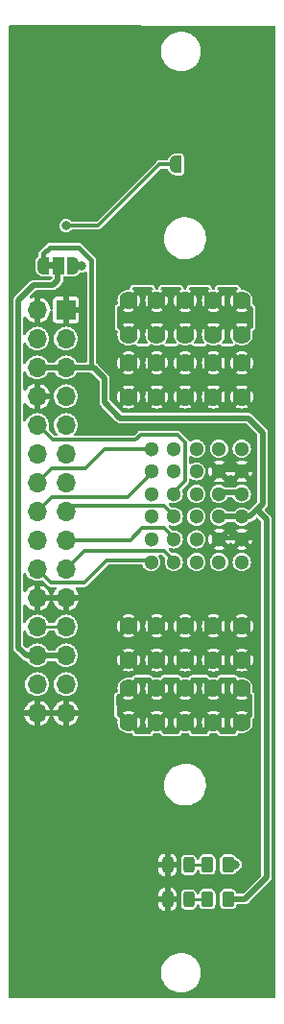
<source format=gbr>
%TF.GenerationSoftware,KiCad,Pcbnew,7.0.8-7.0.8~ubuntu23.04.1*%
%TF.CreationDate,2023-11-06T23:53:30+00:00*%
%TF.ProjectId,BATDATSOCKET01,42415444-4154-4534-9f43-4b455430312e,rev?*%
%TF.SameCoordinates,Original*%
%TF.FileFunction,Copper,L1,Top*%
%TF.FilePolarity,Positive*%
%FSLAX46Y46*%
G04 Gerber Fmt 4.6, Leading zero omitted, Abs format (unit mm)*
G04 Created by KiCad (PCBNEW 7.0.8-7.0.8~ubuntu23.04.1) date 2023-11-06 23:53:30*
%MOMM*%
%LPD*%
G01*
G04 APERTURE LIST*
G04 Aperture macros list*
%AMRoundRect*
0 Rectangle with rounded corners*
0 $1 Rounding radius*
0 $2 $3 $4 $5 $6 $7 $8 $9 X,Y pos of 4 corners*
0 Add a 4 corners polygon primitive as box body*
4,1,4,$2,$3,$4,$5,$6,$7,$8,$9,$2,$3,0*
0 Add four circle primitives for the rounded corners*
1,1,$1+$1,$2,$3*
1,1,$1+$1,$4,$5*
1,1,$1+$1,$6,$7*
1,1,$1+$1,$8,$9*
0 Add four rect primitives between the rounded corners*
20,1,$1+$1,$2,$3,$4,$5,0*
20,1,$1+$1,$4,$5,$6,$7,0*
20,1,$1+$1,$6,$7,$8,$9,0*
20,1,$1+$1,$8,$9,$2,$3,0*%
%AMFreePoly0*
4,1,19,0.500000,-0.750000,0.000000,-0.750000,0.000000,-0.744911,-0.071157,-0.744911,-0.207708,-0.704816,-0.327430,-0.627875,-0.420627,-0.520320,-0.479746,-0.390866,-0.500000,-0.250000,-0.500000,0.250000,-0.479746,0.390866,-0.420627,0.520320,-0.327430,0.627875,-0.207708,0.704816,-0.071157,0.744911,0.000000,0.744911,0.000000,0.750000,0.500000,0.750000,0.500000,-0.750000,0.500000,-0.750000,
$1*%
%AMFreePoly1*
4,1,19,0.000000,0.744911,0.071157,0.744911,0.207708,0.704816,0.327430,0.627875,0.420627,0.520320,0.479746,0.390866,0.500000,0.250000,0.500000,-0.250000,0.479746,-0.390866,0.420627,-0.520320,0.327430,-0.627875,0.207708,-0.704816,0.071157,-0.744911,0.000000,-0.744911,0.000000,-0.750000,-0.500000,-0.750000,-0.500000,0.750000,0.000000,0.750000,0.000000,0.744911,0.000000,0.744911,
$1*%
%AMFreePoly2*
4,1,19,0.550000,-0.750000,0.000000,-0.750000,0.000000,-0.744911,-0.071157,-0.744911,-0.207708,-0.704816,-0.327430,-0.627875,-0.420627,-0.520320,-0.479746,-0.390866,-0.500000,-0.250000,-0.500000,0.250000,-0.479746,0.390866,-0.420627,0.520320,-0.327430,0.627875,-0.207708,0.704816,-0.071157,0.744911,0.000000,0.744911,0.000000,0.750000,0.550000,0.750000,0.550000,-0.750000,0.550000,-0.750000,
$1*%
%AMFreePoly3*
4,1,19,0.000000,0.744911,0.071157,0.744911,0.207708,0.704816,0.327430,0.627875,0.420627,0.520320,0.479746,0.390866,0.500000,0.250000,0.500000,-0.250000,0.479746,-0.390866,0.420627,-0.520320,0.327430,-0.627875,0.207708,-0.704816,0.071157,-0.744911,0.000000,-0.744911,0.000000,-0.750000,-0.550000,-0.750000,-0.550000,0.750000,0.000000,0.750000,0.000000,0.744911,0.000000,0.744911,
$1*%
G04 Aperture macros list end*
%TA.AperFunction,SMDPad,CuDef*%
%ADD10FreePoly0,0.000000*%
%TD*%
%TA.AperFunction,SMDPad,CuDef*%
%ADD11FreePoly1,0.000000*%
%TD*%
%TA.AperFunction,ComponentPad*%
%ADD12C,1.300000*%
%TD*%
%TA.AperFunction,ComponentPad*%
%ADD13C,1.620000*%
%TD*%
%TA.AperFunction,SMDPad,CuDef*%
%ADD14RoundRect,0.250000X0.262500X0.450000X-0.262500X0.450000X-0.262500X-0.450000X0.262500X-0.450000X0*%
%TD*%
%TA.AperFunction,ComponentPad*%
%ADD15C,6.000000*%
%TD*%
%TA.AperFunction,SMDPad,CuDef*%
%ADD16FreePoly2,0.000000*%
%TD*%
%TA.AperFunction,SMDPad,CuDef*%
%ADD17R,1.000000X1.500000*%
%TD*%
%TA.AperFunction,SMDPad,CuDef*%
%ADD18FreePoly3,0.000000*%
%TD*%
%TA.AperFunction,SMDPad,CuDef*%
%ADD19RoundRect,0.243750X-0.243750X-0.456250X0.243750X-0.456250X0.243750X0.456250X-0.243750X0.456250X0*%
%TD*%
%TA.AperFunction,ComponentPad*%
%ADD20R,1.700000X1.700000*%
%TD*%
%TA.AperFunction,ComponentPad*%
%ADD21O,1.700000X1.700000*%
%TD*%
%TA.AperFunction,ViaPad*%
%ADD22C,0.800000*%
%TD*%
%TA.AperFunction,Conductor*%
%ADD23C,0.400000*%
%TD*%
%TA.AperFunction,Conductor*%
%ADD24C,0.500000*%
%TD*%
%TA.AperFunction,Conductor*%
%ADD25C,0.250000*%
%TD*%
%TA.AperFunction,Conductor*%
%ADD26C,0.300000*%
%TD*%
G04 APERTURE END LIST*
%TA.AperFunction,EtchedComponent*%
%TO.C,JP1*%
G36*
X-20900000Y64350000D02*
G01*
X-21400000Y64350000D01*
X-21400000Y64950000D01*
X-20900000Y64950000D01*
X-20900000Y64350000D01*
G37*
%TD.AperFunction*%
%TD*%
D10*
%TO.P,JP2,1,A*%
%TO.N,/connection_detector*%
X-10114000Y73555000D03*
D11*
%TO.P,JP2,2,B*%
%TO.N,GND*%
X-8814000Y73555000D03*
%TD*%
D12*
%TO.P,J1,A1*%
%TO.N,unconnected-(J1-PadA1)*%
X-4300000Y38485000D03*
%TO.P,J1,A2*%
%TO.N,GND*%
X-4300000Y40485000D03*
%TO.P,J1,A3*%
%TO.N,/3v3*%
X-4300000Y42485000D03*
%TO.P,J1,A4*%
%TO.N,/5v*%
X-4300000Y44485000D03*
%TO.P,J1,A5*%
%TO.N,GND*%
X-4300000Y46485000D03*
%TO.P,J1,A6*%
%TO.N,unconnected-(J1-PadA6)*%
X-4300000Y48485000D03*
%TO.P,J1,B1*%
%TO.N,unconnected-(J1-PadB1)*%
X-6300000Y38485000D03*
%TO.P,J1,B2*%
%TO.N,GND*%
X-6300000Y40485000D03*
%TO.P,J1,B3*%
%TO.N,/3v3*%
X-6300000Y42485000D03*
%TO.P,J1,B4*%
%TO.N,/5v*%
X-6300000Y44485000D03*
%TO.P,J1,B5*%
%TO.N,GND*%
X-6300000Y46485000D03*
%TO.P,J1,B6*%
%TO.N,unconnected-(J1-PadB6)*%
X-6300000Y48485000D03*
%TO.P,J1,C1*%
%TO.N,/SCL*%
X-8300000Y38485000D03*
%TO.P,J1,C2*%
%TO.N,/SDA*%
X-8300000Y40485000D03*
%TO.P,J1,C3*%
%TO.N,unconnected-(J1-PadC3)*%
X-8300000Y42485000D03*
%TO.P,J1,C4*%
%TO.N,unconnected-(J1-PadC4)*%
X-8300000Y44485000D03*
%TO.P,J1,C5*%
%TO.N,unconnected-(J1-PadC5)*%
X-8300000Y46485000D03*
%TO.P,J1,C6*%
%TO.N,unconnected-(J1-PadC6)*%
X-8300000Y48485000D03*
%TO.P,J1,D1*%
%TO.N,/SCLK*%
X-10300000Y38485000D03*
%TO.P,J1,D2*%
%TO.N,/MISO*%
X-10300000Y40485000D03*
%TO.P,J1,D3*%
%TO.N,/MOSI*%
X-10300000Y42485000D03*
%TO.P,J1,D4*%
%TO.N,/A0*%
X-10300000Y44485000D03*
%TO.P,J1,D5*%
%TO.N,/A1*%
X-10300000Y46485000D03*
%TO.P,J1,D6*%
%TO.N,/connection_detector*%
X-10300000Y48485000D03*
%TO.P,J1,E1*%
%TO.N,/C0*%
X-12300000Y38485000D03*
%TO.P,J1,E2*%
%TO.N,/C1*%
X-12300000Y40485000D03*
%TO.P,J1,E3*%
%TO.N,/TX*%
X-12300000Y42485000D03*
%TO.P,J1,E4*%
%TO.N,/RX*%
X-12300000Y44485000D03*
%TO.P,J1,E5*%
%TO.N,/B0*%
X-12300000Y46485000D03*
%TO.P,J1,E6*%
%TO.N,/B1*%
X-12300000Y48485000D03*
D13*
%TO.P,J1,P1*%
%TO.N,/BATT_B*%
X-14300000Y24345000D03*
X-11800000Y24345000D03*
X-9300000Y24345000D03*
X-6800000Y24345000D03*
X-4300000Y24345000D03*
X-14300000Y27345000D03*
X-11800000Y27345000D03*
X-9300000Y27345000D03*
X-6800000Y27345000D03*
X-4300000Y27345000D03*
%TO.P,J1,P2*%
%TO.N,GND*%
X-14300000Y29845000D03*
X-11800000Y29845000D03*
X-9300000Y29845000D03*
X-6800000Y29845000D03*
X-4300000Y29845000D03*
X-14300000Y32845000D03*
X-11800000Y32845000D03*
X-9300000Y32845000D03*
X-6800000Y32845000D03*
X-4300000Y32845000D03*
%TO.P,J1,P3*%
X-14300000Y53055000D03*
X-11800000Y53055000D03*
X-9300000Y53055000D03*
X-6800000Y53055000D03*
X-4300000Y53055000D03*
X-14300000Y56055000D03*
X-11800000Y56055000D03*
X-9300000Y56055000D03*
X-6800000Y56055000D03*
X-4300000Y56055000D03*
%TO.P,J1,P4*%
%TO.N,/BATT_A*%
X-14300000Y58555000D03*
X-11800000Y58555000D03*
X-9300000Y58555000D03*
X-6800000Y58555000D03*
X-4300000Y58555000D03*
X-14300000Y61555000D03*
X-11800000Y61555000D03*
X-9300000Y61555000D03*
X-6800000Y61555000D03*
X-4300000Y61555000D03*
%TD*%
D14*
%TO.P,R1,1*%
%TO.N,/5v*%
X-5514000Y11805000D03*
%TO.P,R1,2*%
%TO.N,Net-(D1-A)*%
X-7339000Y11805000D03*
%TD*%
%TO.P,R2,1*%
%TO.N,/3v3*%
X-5514000Y8755000D03*
%TO.P,R2,2*%
%TO.N,Net-(D2-A)*%
X-7339000Y8755000D03*
%TD*%
D15*
%TO.P,H3,1,1*%
%TO.N,GND*%
X-19820000Y73367500D03*
%TD*%
D16*
%TO.P,JP1,1,A*%
%TO.N,/3v3*%
X-21800000Y64650000D03*
D17*
%TO.P,JP1,2,C*%
%TO.N,/I2C_PWR*%
X-20500000Y64650000D03*
D18*
%TO.P,JP1,3,B*%
%TO.N,/5v*%
X-19200000Y64650000D03*
%TD*%
D15*
%TO.P,H4,1,1*%
%TO.N,GND*%
X-19820000Y12407500D03*
%TD*%
D19*
%TO.P,D1,1,K*%
%TO.N,GND*%
X-10851500Y11760000D03*
%TO.P,D1,2,A*%
%TO.N,Net-(D1-A)*%
X-8976500Y11760000D03*
%TD*%
%TO.P,D2,1,K*%
%TO.N,GND*%
X-10851500Y8720000D03*
%TO.P,D2,2,A*%
%TO.N,Net-(D2-A)*%
X-8976500Y8720000D03*
%TD*%
D20*
%TO.P,J2,1*%
%TO.N,GND*%
X-19820000Y60725000D03*
D21*
%TO.P,J2,2*%
X-22360000Y60725000D03*
%TO.P,J2,3*%
%TO.N,/5v*%
X-19820000Y58185000D03*
%TO.P,J2,4*%
X-22360000Y58185000D03*
%TO.P,J2,5*%
%TO.N,/3v3*%
X-19820000Y55645000D03*
%TO.P,J2,6*%
X-22360000Y55645000D03*
%TO.P,J2,7*%
%TO.N,/connection_detector*%
X-19820000Y53105000D03*
%TO.P,J2,8*%
%TO.N,GND*%
X-22360000Y53105000D03*
%TO.P,J2,9*%
%TO.N,unconnected-(J2-Pad9)*%
X-19820000Y50565000D03*
%TO.P,J2,10*%
%TO.N,/A0*%
X-22360000Y50565000D03*
%TO.P,J2,11*%
%TO.N,/RX*%
X-19820000Y48025000D03*
%TO.P,J2,12*%
%TO.N,/A1*%
X-22360000Y48025000D03*
%TO.P,J2,13*%
%TO.N,/TX*%
X-19820000Y45485000D03*
%TO.P,J2,14*%
%TO.N,/B1*%
X-22360000Y45485000D03*
%TO.P,J2,15*%
%TO.N,/MOSI*%
X-19820000Y42945000D03*
%TO.P,J2,16*%
%TO.N,/B0*%
X-22360000Y42945000D03*
%TO.P,J2,17*%
%TO.N,/MISO*%
X-19820000Y40405000D03*
%TO.P,J2,18*%
%TO.N,/C1*%
X-22360000Y40405000D03*
%TO.P,J2,19*%
%TO.N,/SCLK*%
X-19820000Y37865000D03*
%TO.P,J2,20*%
%TO.N,/C0*%
X-22360000Y37865000D03*
%TO.P,J2,21*%
%TO.N,GND*%
X-19820000Y35325000D03*
%TO.P,J2,22*%
X-22360000Y35325000D03*
%TO.P,J2,23*%
%TO.N,/SCL*%
X-19820000Y32785000D03*
%TO.P,J2,24*%
X-22360000Y32785000D03*
%TO.P,J2,25*%
%TO.N,/I2C_PWR*%
X-19820000Y30245000D03*
%TO.P,J2,26*%
X-22360000Y30245000D03*
%TO.P,J2,27*%
%TO.N,/SDA*%
X-19820000Y27705000D03*
%TO.P,J2,28*%
X-22360000Y27705000D03*
%TO.P,J2,29*%
%TO.N,GND*%
X-19820000Y25165000D03*
%TO.P,J2,30*%
X-22360000Y25165000D03*
%TD*%
D22*
%TO.N,/5v*%
X-18450000Y64625000D03*
X-4914000Y11805000D03*
%TO.N,/connection_detector*%
X-19814000Y68155000D03*
%TD*%
D23*
%TO.N,GND*%
X-6314000Y46635000D02*
X-3314000Y46635000D01*
X-6314000Y40635000D02*
X-2924000Y40635000D01*
D24*
%TO.N,/3v3*%
X-4014000Y8755000D02*
X-5514000Y8755000D01*
X-3584000Y42485000D02*
X-4300000Y42485000D01*
D23*
X-17564000Y65139000D02*
X-17564000Y55620000D01*
D24*
X-16414000Y54689000D02*
X-16414000Y52575000D01*
X-17589000Y55645000D02*
X-17564000Y55620000D01*
X-21695000Y55645000D02*
X-17589000Y55645000D01*
X-17345000Y55620000D02*
X-16414000Y54689000D01*
X-2464000Y43605000D02*
X-2964000Y43105000D01*
D23*
X-21814000Y65686000D02*
X-21250000Y66250000D01*
D24*
X-16414000Y52575000D02*
X-15014000Y51175000D01*
X-4300000Y42485000D02*
X-6164000Y42485000D01*
D23*
X-21814000Y64375000D02*
X-21814000Y65686000D01*
X-21250000Y66250000D02*
X-18675000Y66250000D01*
X-18675000Y66250000D02*
X-17564000Y65139000D01*
D24*
X-3714000Y51175000D02*
X-2464000Y49925000D01*
X-2964000Y43105000D02*
X-3584000Y42485000D01*
X-15014000Y51175000D02*
X-3714000Y51175000D01*
X-2464000Y49925000D02*
X-2464000Y43605000D01*
X-17564000Y55620000D02*
X-17345000Y55620000D01*
X-2114000Y10655000D02*
X-4014000Y8755000D01*
X-6164000Y42485000D02*
X-6314000Y42635000D01*
X-2114000Y42255000D02*
X-2114000Y10655000D01*
X-2964000Y43105000D02*
X-2114000Y42255000D01*
D25*
%TO.N,/5v*%
X-5514000Y11805000D02*
X-4914000Y11805000D01*
D24*
X-6314000Y44635000D02*
X-4314000Y44635000D01*
X-18450000Y64625000D02*
X-19175000Y64625000D01*
D25*
%TO.N,/SCL*%
X-19820000Y32785000D02*
X-22360000Y32785000D01*
D26*
%TO.N,/SCLK*%
X-11882724Y39480261D02*
X-18204739Y39480261D01*
X-10314000Y38635000D02*
X-11134261Y39455261D01*
X-11857724Y39455261D02*
X-11882724Y39480261D01*
X-18204739Y39480261D02*
X-19820000Y37865000D01*
X-11134261Y39455261D02*
X-11857724Y39455261D01*
%TO.N,/MISO*%
X-14159000Y40380000D02*
X-19130000Y40380000D01*
X-13064000Y41475000D02*
X-14159000Y40380000D01*
X-11154000Y41475000D02*
X-13064000Y41475000D01*
X-10314000Y40635000D02*
X-11154000Y41475000D01*
%TO.N,/MOSI*%
X-19284739Y43480261D02*
X-19820000Y42945000D01*
X-11159261Y43480261D02*
X-19284739Y43480261D01*
X-10314000Y42635000D02*
X-11159261Y43480261D01*
%TO.N,/A0*%
X-20950000Y49275000D02*
X-22240000Y50565000D01*
X-22240000Y50565000D02*
X-22360000Y50565000D01*
X-9314000Y46058463D02*
X-9300000Y46072463D01*
X-9991463Y49725000D02*
X-13214000Y49725000D01*
X-13214000Y49725000D02*
X-13664000Y49275000D01*
X-9314000Y45635000D02*
X-9314000Y46058463D01*
X-10314000Y44635000D02*
X-9314000Y45635000D01*
X-9300000Y49033537D02*
X-9991463Y49725000D01*
X-13664000Y49275000D02*
X-20950000Y49275000D01*
X-9300000Y46072463D02*
X-9300000Y49033537D01*
%TO.N,/connection_detector*%
X-11614000Y73555000D02*
X-10114000Y73555000D01*
X-19814000Y68155000D02*
X-17014000Y68155000D01*
X-17014000Y68155000D02*
X-11614000Y73555000D01*
%TO.N,/C0*%
X-18199344Y36639656D02*
X-21134656Y36639656D01*
X-21134656Y36639656D02*
X-22360000Y37865000D01*
X-12314000Y38635000D02*
X-16204000Y38635000D01*
X-16204000Y38635000D02*
X-18199344Y36639656D01*
%TO.N,/B0*%
X-12314000Y46255500D02*
X-14344500Y44225000D01*
X-14344500Y44225000D02*
X-21080000Y44225000D01*
X-21080000Y44225000D02*
X-22360000Y42945000D01*
%TO.N,/B1*%
X-18114000Y46775000D02*
X-21070000Y46775000D01*
X-12489000Y48460000D02*
X-16429000Y48460000D01*
X-21070000Y46775000D02*
X-22360000Y45485000D01*
X-12314000Y48635000D02*
X-12489000Y48460000D01*
X-16429000Y48460000D02*
X-18114000Y46775000D01*
D24*
%TO.N,/I2C_PWR*%
X-20964000Y62925000D02*
X-22664000Y62925000D01*
X-19845000Y30220000D02*
X-19820000Y30245000D01*
X-20514000Y64375000D02*
X-20514000Y63375000D01*
X-24025000Y30950000D02*
X-23295000Y30220000D01*
X-20514000Y63375000D02*
X-20964000Y62925000D01*
X-23295000Y30220000D02*
X-19845000Y30220000D01*
X-22664000Y62925000D02*
X-24025000Y61564000D01*
X-24025000Y61564000D02*
X-24025000Y30950000D01*
D25*
%TO.N,Net-(D1-A)*%
X-8976500Y11760000D02*
X-7384000Y11760000D01*
X-7384000Y11760000D02*
X-7339000Y11805000D01*
%TO.N,Net-(D2-A)*%
X-8976500Y8720000D02*
X-7374000Y8720000D01*
X-7374000Y8720000D02*
X-7339000Y8755000D01*
%TD*%
%TA.AperFunction,Conductor*%
%TO.N,GND*%
G36*
X-14839041Y51644002D02*
G01*
X-14843073Y51645185D01*
X-14863715Y51661819D01*
X-14909889Y51707993D01*
X-14839041Y51644002D01*
G37*
%TD.AperFunction*%
%TA.AperFunction,Conductor*%
G36*
X-18016572Y64092155D02*
G01*
X-17973382Y64037233D01*
X-17964500Y63991148D01*
X-17964500Y56219500D01*
X-17984185Y56152461D01*
X-18036989Y56106706D01*
X-18088500Y56095500D01*
X-18795325Y56095500D01*
X-18862364Y56115185D01*
X-18904683Y56161047D01*
X-18942312Y56231445D01*
X-18942316Y56231451D01*
X-18942318Y56231453D01*
X-18973164Y56269040D01*
X-19073590Y56391411D01*
X-19233548Y56522683D01*
X-19233547Y56522683D01*
X-19233550Y56522685D01*
X-19416046Y56620232D01*
X-19614066Y56680300D01*
X-19614068Y56680301D01*
X-19614066Y56680301D01*
X-19820000Y56700583D01*
X-20025933Y56680301D01*
X-20223957Y56620231D01*
X-20327285Y56565000D01*
X-20406450Y56522685D01*
X-20406452Y56522684D01*
X-20406453Y56522683D01*
X-20566411Y56391411D01*
X-20697685Y56231451D01*
X-20697689Y56231445D01*
X-20735317Y56161047D01*
X-20784279Y56111203D01*
X-20844675Y56095500D01*
X-21335325Y56095500D01*
X-21402364Y56115185D01*
X-21444683Y56161047D01*
X-21482312Y56231445D01*
X-21482316Y56231451D01*
X-21482318Y56231453D01*
X-21513164Y56269040D01*
X-21613590Y56391411D01*
X-21773548Y56522683D01*
X-21773547Y56522683D01*
X-21773550Y56522685D01*
X-21956046Y56620232D01*
X-22154066Y56680300D01*
X-22154068Y56680301D01*
X-22154066Y56680301D01*
X-22360000Y56700583D01*
X-22565933Y56680301D01*
X-22763957Y56620231D01*
X-22867285Y56565000D01*
X-22946450Y56522685D01*
X-22946452Y56522684D01*
X-22946453Y56522683D01*
X-23106411Y56391411D01*
X-23237683Y56231453D01*
X-23237685Y56231450D01*
X-23244072Y56219500D01*
X-23335235Y56048951D01*
X-23335940Y56047246D01*
X-23336549Y56046491D01*
X-23338104Y56043581D01*
X-23338656Y56043876D01*
X-23379782Y55992844D01*
X-23446076Y55970780D01*
X-23513775Y55988060D01*
X-23561385Y56039199D01*
X-23574500Y56094701D01*
X-23574500Y57735300D01*
X-23554815Y57802339D01*
X-23502011Y57848094D01*
X-23432853Y57858038D01*
X-23369297Y57829013D01*
X-23338451Y57786234D01*
X-23338104Y57786419D01*
X-23336728Y57783845D01*
X-23335938Y57782749D01*
X-23335235Y57781052D01*
X-23335233Y57781047D01*
X-23335232Y57781046D01*
X-23237685Y57598550D01*
X-23203031Y57556323D01*
X-23106411Y57438590D01*
X-23009791Y57359298D01*
X-22946450Y57307315D01*
X-22763954Y57209768D01*
X-22565934Y57149700D01*
X-22565935Y57149700D01*
X-22547471Y57147882D01*
X-22360000Y57129417D01*
X-22154066Y57149700D01*
X-21956046Y57209768D01*
X-21773550Y57307315D01*
X-21613590Y57438590D01*
X-21482315Y57598550D01*
X-21384768Y57781046D01*
X-21324700Y57979066D01*
X-21304417Y58185000D01*
X-20875583Y58185000D01*
X-20855301Y57979068D01*
X-20855300Y57979066D01*
X-20795232Y57781046D01*
X-20697685Y57598550D01*
X-20663031Y57556323D01*
X-20566411Y57438590D01*
X-20469791Y57359298D01*
X-20406450Y57307315D01*
X-20223954Y57209768D01*
X-20025934Y57149700D01*
X-20025935Y57149700D01*
X-20007471Y57147882D01*
X-19820000Y57129417D01*
X-19614066Y57149700D01*
X-19416046Y57209768D01*
X-19233550Y57307315D01*
X-19073590Y57438590D01*
X-18942315Y57598550D01*
X-18844768Y57781046D01*
X-18784700Y57979066D01*
X-18764417Y58185000D01*
X-18784700Y58390934D01*
X-18844768Y58588954D01*
X-18942315Y58771450D01*
X-19038221Y58888313D01*
X-19073590Y58931411D01*
X-19217517Y59049527D01*
X-19233550Y59062685D01*
X-19416046Y59160232D01*
X-19614066Y59220300D01*
X-19614068Y59220301D01*
X-19614066Y59220301D01*
X-19820000Y59240583D01*
X-20025933Y59220301D01*
X-20223957Y59160231D01*
X-20334102Y59101357D01*
X-20406450Y59062685D01*
X-20406452Y59062684D01*
X-20406453Y59062683D01*
X-20566411Y58931411D01*
X-20697683Y58771453D01*
X-20697685Y58771450D01*
X-20736357Y58699102D01*
X-20795231Y58588957D01*
X-20855301Y58390933D01*
X-20875583Y58185000D01*
X-21304417Y58185000D01*
X-21324700Y58390934D01*
X-21384768Y58588954D01*
X-21482315Y58771450D01*
X-21578221Y58888313D01*
X-21613590Y58931411D01*
X-21757517Y59049527D01*
X-21773550Y59062685D01*
X-21956046Y59160232D01*
X-22154066Y59220300D01*
X-22154068Y59220301D01*
X-22154066Y59220301D01*
X-22360000Y59240583D01*
X-22565933Y59220301D01*
X-22763957Y59160231D01*
X-22874102Y59101357D01*
X-22946450Y59062685D01*
X-22946452Y59062684D01*
X-22946453Y59062683D01*
X-23106411Y58931411D01*
X-23237683Y58771453D01*
X-23237685Y58771450D01*
X-23259254Y58731098D01*
X-23335235Y58588951D01*
X-23335940Y58587246D01*
X-23336549Y58586491D01*
X-23338104Y58583581D01*
X-23338656Y58583876D01*
X-23379782Y58532844D01*
X-23446076Y58510780D01*
X-23513775Y58528060D01*
X-23561385Y58579199D01*
X-23574500Y58634701D01*
X-23574500Y60056839D01*
X-23554815Y60123878D01*
X-23502011Y60169633D01*
X-23432853Y60179577D01*
X-23369297Y60150552D01*
X-23346388Y60120995D01*
X-23344956Y60121881D01*
X-23341942Y60117013D01*
X-23213500Y59946929D01*
X-23056000Y59803349D01*
X-23055998Y59803347D01*
X-22874799Y59691154D01*
X-22874793Y59691151D01*
X-22676059Y59614162D01*
X-22610000Y59601814D01*
X-22610000Y60289499D01*
X-22502315Y60240320D01*
X-22395763Y60225000D01*
X-22324237Y60225000D01*
X-22217685Y60240320D01*
X-22110000Y60289499D01*
X-22110000Y59601815D01*
X-22043942Y59614162D01*
X-21845208Y59691151D01*
X-21845202Y59691154D01*
X-21664003Y59803347D01*
X-21664001Y59803349D01*
X-21506501Y59946929D01*
X-21378060Y60117011D01*
X-21283067Y60307784D01*
X-21283059Y60307804D01*
X-21224739Y60512781D01*
X-21224738Y60512785D01*
X-21217471Y60591211D01*
X-21191685Y60656149D01*
X-21134885Y60696837D01*
X-21065104Y60700357D01*
X-21004497Y60665592D01*
X-20972307Y60603580D01*
X-20970000Y60579771D01*
X-20970000Y59830215D01*
X-20969998Y59830192D01*
X-20967092Y59805131D01*
X-20967091Y59805127D01*
X-20921789Y59702526D01*
X-20921786Y59702521D01*
X-20842480Y59623215D01*
X-20842475Y59623212D01*
X-20739877Y59577911D01*
X-20714794Y59575001D01*
X-20070001Y59575001D01*
X-20070000Y59575002D01*
X-20070000Y60289499D01*
X-19962315Y60240320D01*
X-19855763Y60225000D01*
X-19784237Y60225000D01*
X-19677685Y60240320D01*
X-19570000Y60289499D01*
X-19570000Y59575001D01*
X-18925214Y59575001D01*
X-18925192Y59575003D01*
X-18900131Y59577909D01*
X-18900127Y59577910D01*
X-18797526Y59623212D01*
X-18797521Y59623215D01*
X-18718215Y59702521D01*
X-18718212Y59702526D01*
X-18672911Y59805123D01*
X-18672911Y59805125D01*
X-18670001Y59830206D01*
X-18670000Y59830209D01*
X-18670000Y60475000D01*
X-19386314Y60475000D01*
X-19360507Y60515156D01*
X-19320000Y60653111D01*
X-19320000Y60796889D01*
X-19360507Y60934844D01*
X-19386314Y60975000D01*
X-18670001Y60975000D01*
X-18670001Y61619786D01*
X-18670003Y61619809D01*
X-18672909Y61644870D01*
X-18672910Y61644874D01*
X-18718212Y61747475D01*
X-18718215Y61747480D01*
X-18797521Y61826786D01*
X-18797526Y61826789D01*
X-18900124Y61872090D01*
X-18925206Y61875000D01*
X-19570000Y61875000D01*
X-19570000Y61160502D01*
X-19677685Y61209680D01*
X-19784237Y61225000D01*
X-19855763Y61225000D01*
X-19962315Y61209680D01*
X-20070000Y61160502D01*
X-20070000Y61875000D01*
X-20714786Y61875000D01*
X-20714809Y61874998D01*
X-20739870Y61872092D01*
X-20739874Y61872091D01*
X-20842475Y61826789D01*
X-20842480Y61826786D01*
X-20921786Y61747480D01*
X-20921789Y61747475D01*
X-20967090Y61644878D01*
X-20967090Y61644876D01*
X-20970000Y61619795D01*
X-20970000Y60870232D01*
X-20989685Y60803193D01*
X-21042489Y60757438D01*
X-21111647Y60747494D01*
X-21175203Y60776519D01*
X-21212977Y60835297D01*
X-21217471Y60858791D01*
X-21224738Y60937217D01*
X-21224739Y60937220D01*
X-21283059Y61142197D01*
X-21283067Y61142217D01*
X-21378060Y61332990D01*
X-21506501Y61503072D01*
X-21664001Y61646652D01*
X-21664003Y61646654D01*
X-21845202Y61758847D01*
X-21845211Y61758851D01*
X-22043937Y61835837D01*
X-22043942Y61835838D01*
X-22110000Y61848187D01*
X-22110000Y61160502D01*
X-22217685Y61209680D01*
X-22324237Y61225000D01*
X-22395763Y61225000D01*
X-22502315Y61209680D01*
X-22610000Y61160502D01*
X-22610000Y61848187D01*
X-22676059Y61835838D01*
X-22676064Y61835837D01*
X-22846182Y61769934D01*
X-22915805Y61764073D01*
X-22977545Y61796783D01*
X-23011800Y61857679D01*
X-23007693Y61927428D01*
X-22978658Y61973240D01*
X-22513716Y62438181D01*
X-22452393Y62471666D01*
X-22426035Y62474500D01*
X-20992783Y62474500D01*
X-20985845Y62474111D01*
X-20953950Y62470517D01*
X-20946966Y62469730D01*
X-20946966Y62469731D01*
X-20946965Y62469730D01*
X-20888521Y62480789D01*
X-20829713Y62489652D01*
X-20829710Y62489654D01*
X-20821553Y62492170D01*
X-20813531Y62494977D01*
X-20813528Y62494977D01*
X-20760928Y62522778D01*
X-20707358Y62548575D01*
X-20707358Y62548576D01*
X-20707356Y62548576D01*
X-20700305Y62553384D01*
X-20693462Y62558434D01*
X-20651401Y62600496D01*
X-20638356Y62612600D01*
X-20607806Y62640945D01*
X-20607804Y62640950D01*
X-20602013Y62648210D01*
X-20601357Y62647687D01*
X-20591968Y62659930D01*
X-20215795Y63036104D01*
X-20210627Y63040723D01*
X-20180030Y63065121D01*
X-20146520Y63114272D01*
X-20111207Y63162118D01*
X-20111206Y63162121D01*
X-20107213Y63169676D01*
X-20103530Y63177324D01*
X-20103530Y63177325D01*
X-20103528Y63177327D01*
X-20085993Y63234178D01*
X-20066354Y63290301D01*
X-20064768Y63298689D01*
X-20063500Y63307096D01*
X-20063500Y63366574D01*
X-20061276Y63426008D01*
X-20062316Y63435239D01*
X-20061487Y63435333D01*
X-20063500Y63450634D01*
X-20063500Y63581177D01*
X-20043815Y63648216D01*
X-19991011Y63693971D01*
X-19963695Y63702794D01*
X-19921769Y63711133D01*
X-19921769Y63711134D01*
X-19909789Y63713516D01*
X-19909535Y63712238D01*
X-19852991Y63718320D01*
X-19829101Y63711306D01*
X-19750005Y63695573D01*
X-19750001Y63695572D01*
X-19750000Y63695572D01*
X-19128112Y63695572D01*
X-19128111Y63695572D01*
X-19070517Y63703853D01*
X-18932562Y63744360D01*
X-18879634Y63768531D01*
X-18758680Y63846263D01*
X-18714705Y63884368D01*
X-18626354Y63986333D01*
X-18567578Y64024106D01*
X-18516459Y64028068D01*
X-18450000Y64019318D01*
X-18293238Y64039956D01*
X-18147159Y64100464D01*
X-18147159Y64100465D01*
X-18139651Y64103574D01*
X-18138746Y64101388D01*
X-18082599Y64115008D01*
X-18016572Y64092155D01*
G37*
%TD.AperFunction*%
%TA.AperFunction,Conductor*%
G36*
X-13711982Y57698012D02*
G01*
X-13686071Y57667539D01*
X-13684447Y57668653D01*
X-13680509Y57662918D01*
X-13680507Y57662915D01*
X-13662456Y57642083D01*
X-14005764Y57640536D01*
X-13930654Y57663320D01*
X-13845627Y57708769D01*
X-13777226Y57723011D01*
X-13711982Y57698012D01*
G37*
%TD.AperFunction*%
%TA.AperFunction,Conductor*%
G36*
X-12252905Y57707984D02*
G01*
X-12169346Y57663320D01*
X-12122207Y57649021D01*
X-12432050Y57647625D01*
X-12424581Y57655791D01*
X-12424582Y57655790D01*
X-12424578Y57655796D01*
X-12424568Y57655806D01*
X-12408771Y57675358D01*
X-12408769Y57675364D01*
X-12407810Y57676550D01*
X-12350369Y57716327D01*
X-12280540Y57718734D01*
X-12252905Y57707984D01*
G37*
%TD.AperFunction*%
%TA.AperFunction,Conductor*%
G36*
X-11211982Y57698012D02*
G01*
X-11186071Y57667539D01*
X-11184447Y57668653D01*
X-11180509Y57662918D01*
X-11180507Y57662915D01*
X-11172176Y57653300D01*
X-11468081Y57651967D01*
X-11430654Y57663320D01*
X-11345627Y57708769D01*
X-11277226Y57723011D01*
X-11211982Y57698012D01*
G37*
%TD.AperFunction*%
%TA.AperFunction,Conductor*%
G36*
X-9752905Y57707984D02*
G01*
X-9669346Y57663320D01*
X-9658787Y57660117D01*
X-9922044Y57658932D01*
X-9908771Y57675358D01*
X-9908769Y57675364D01*
X-9907810Y57676550D01*
X-9850369Y57716327D01*
X-9780540Y57718734D01*
X-9752905Y57707984D01*
G37*
%TD.AperFunction*%
%TA.AperFunction,Conductor*%
G36*
X-8711982Y57698012D02*
G01*
X-8686071Y57667539D01*
X-8684447Y57668653D01*
X-8681609Y57664519D01*
X-8930510Y57663398D01*
X-8845627Y57708769D01*
X-8777226Y57723011D01*
X-8711982Y57698012D01*
G37*
%TD.AperFunction*%
%TA.AperFunction,Conductor*%
G36*
X-7252905Y57707984D02*
G01*
X-7184208Y57671264D01*
X-7412912Y57670234D01*
X-7408771Y57675358D01*
X-7408769Y57675364D01*
X-7407810Y57676550D01*
X-7350369Y57716327D01*
X-7280540Y57718734D01*
X-7252905Y57707984D01*
G37*
%TD.AperFunction*%
%TA.AperFunction,Conductor*%
G36*
X-6211982Y57698012D02*
G01*
X-6193035Y57675729D01*
X-6409263Y57674755D01*
X-6345627Y57708769D01*
X-6277226Y57723011D01*
X-6211982Y57698012D01*
G37*
%TD.AperFunction*%
%TA.AperFunction,Conductor*%
G36*
X-4752905Y57707984D02*
G01*
X-4705100Y57682431D01*
X-4900590Y57681551D01*
X-4850369Y57716327D01*
X-4780540Y57718734D01*
X-4752905Y57707984D01*
G37*
%TD.AperFunction*%
%TA.AperFunction,Conductor*%
G36*
X-1437870Y85800129D02*
G01*
X-1370852Y85780375D01*
X-1325152Y85727523D01*
X-1314000Y85676129D01*
X-1314000Y129500D01*
X-1333685Y62461D01*
X-1386489Y16706D01*
X-1438000Y5500D01*
X-19110998Y5500D01*
X-24789887Y23211D01*
X-24856864Y43104D01*
X-24902454Y96051D01*
X-24913500Y147210D01*
X-24913500Y2116313D01*
X-11410500Y2116313D01*
X-11390206Y1981677D01*
X-11371396Y1856885D01*
X-11371395Y1856883D01*
X-11371394Y1856877D01*
X-11294062Y1606174D01*
X-11180233Y1369804D01*
X-11180232Y1369803D01*
X-11180230Y1369800D01*
X-11180228Y1369796D01*
X-11032433Y1153021D01*
X-10853986Y960699D01*
X-10853982Y960696D01*
X-10853981Y960695D01*
X-10648857Y797114D01*
X-10421643Y665932D01*
X-10177416Y570080D01*
X-9921630Y511698D01*
X-9921624Y511698D01*
X-9921621Y511697D01*
X-9725500Y497000D01*
X-9725494Y497000D01*
X-9594500Y497000D01*
X-9398380Y511697D01*
X-9398378Y511698D01*
X-9398370Y511698D01*
X-9142584Y570080D01*
X-8898357Y665932D01*
X-8671143Y797114D01*
X-8466019Y960695D01*
X-8287567Y1153021D01*
X-8139772Y1369796D01*
X-8025937Y1606177D01*
X-7948604Y1856885D01*
X-7909500Y2116318D01*
X-7909500Y2378682D01*
X-7948604Y2638115D01*
X-8025937Y2888823D01*
X-8037879Y2913620D01*
X-8139768Y3125197D01*
X-8139769Y3125198D01*
X-8139770Y3125199D01*
X-8139772Y3125204D01*
X-8287567Y3341979D01*
X-8297559Y3352747D01*
X-8466015Y3534302D01*
X-8505467Y3565764D01*
X-8671143Y3697886D01*
X-8898357Y3829068D01*
X-9142584Y3924920D01*
X-9142589Y3924922D01*
X-9142598Y3924924D01*
X-9360182Y3974586D01*
X-9398370Y3983302D01*
X-9398371Y3983303D01*
X-9398375Y3983303D01*
X-9398380Y3983304D01*
X-9594500Y3998000D01*
X-9594506Y3998000D01*
X-9725494Y3998000D01*
X-9725500Y3998000D01*
X-9921621Y3983304D01*
X-9921626Y3983303D01*
X-10177403Y3924924D01*
X-10177422Y3924918D01*
X-10421644Y3829068D01*
X-10648857Y3697886D01*
X-10853986Y3534302D01*
X-11032433Y3341980D01*
X-11180232Y3125198D01*
X-11180233Y3125197D01*
X-11294062Y2888827D01*
X-11371394Y2638124D01*
X-11371395Y2638119D01*
X-11371396Y2638115D01*
X-11386147Y2540253D01*
X-11410500Y2378688D01*
X-11410500Y2116313D01*
X-24913500Y2116313D01*
X-24913500Y8470000D01*
X-11639000Y8470000D01*
X-11639000Y8221182D01*
X-11628507Y8133802D01*
X-11628507Y8133801D01*
X-11573670Y7994745D01*
X-11483355Y7875646D01*
X-11364256Y7785331D01*
X-11225199Y7730494D01*
X-11137818Y7720000D01*
X-11101500Y7720000D01*
X-11101500Y8470000D01*
X-10601500Y8470000D01*
X-10601500Y7720000D01*
X-10565182Y7720000D01*
X-10477802Y7730494D01*
X-10477801Y7730494D01*
X-10338745Y7785331D01*
X-10219646Y7875646D01*
X-10129331Y7994745D01*
X-10074494Y8133801D01*
X-10074494Y8133802D01*
X-10065315Y8210232D01*
X-9664500Y8210232D01*
X-9661687Y8180231D01*
X-9661685Y8180219D01*
X-9617456Y8053822D01*
X-9617455Y8053820D01*
X-9537931Y7946070D01*
X-9430181Y7866546D01*
X-9430179Y7866545D01*
X-9303782Y7822316D01*
X-9303778Y7822316D01*
X-9303774Y7822314D01*
X-9288769Y7820907D01*
X-9273768Y7819500D01*
X-9273764Y7819500D01*
X-8679232Y7819500D01*
X-8665899Y7820751D01*
X-8649226Y7822314D01*
X-8649222Y7822316D01*
X-8649219Y7822316D01*
X-8557244Y7854500D01*
X-8522821Y7866545D01*
X-8415070Y7946070D01*
X-8335545Y8053821D01*
X-8291314Y8180226D01*
X-8290171Y8192419D01*
X-8264318Y8257326D01*
X-8207475Y8297954D01*
X-8137690Y8301401D01*
X-8077120Y8266572D01*
X-8049672Y8221801D01*
X-8004294Y8092120D01*
X-8004293Y8092118D01*
X-7923650Y7982850D01*
X-7814382Y7902207D01*
X-7771655Y7887256D01*
X-7686201Y7857354D01*
X-7655770Y7854500D01*
X-7655766Y7854500D01*
X-7022230Y7854500D01*
X-6991801Y7857354D01*
X-6991799Y7857354D01*
X-6927710Y7879781D01*
X-6863618Y7902207D01*
X-6754350Y7982850D01*
X-6673707Y8092118D01*
X-6642875Y8180231D01*
X-6628854Y8220299D01*
X-6628854Y8220301D01*
X-6626000Y8250731D01*
X-6626000Y9259270D01*
X-6628854Y9289700D01*
X-6628854Y9289702D01*
X-6673707Y9417881D01*
X-6673708Y9417883D01*
X-6729833Y9493930D01*
X-6754350Y9527150D01*
X-6863618Y9607793D01*
X-6863620Y9607794D01*
X-6991800Y9652647D01*
X-7022230Y9655500D01*
X-7022234Y9655500D01*
X-7655766Y9655500D01*
X-7655770Y9655500D01*
X-7686200Y9652647D01*
X-7686202Y9652647D01*
X-7814381Y9607794D01*
X-7814383Y9607793D01*
X-7923650Y9527150D01*
X-8004293Y9417883D01*
X-8004294Y9417881D01*
X-8049147Y9289702D01*
X-8049540Y9285503D01*
X-8050698Y9282599D01*
X-8050756Y9282330D01*
X-8050801Y9282340D01*
X-8075402Y9220596D01*
X-8132249Y9179974D01*
X-8202034Y9176534D01*
X-8262600Y9211370D01*
X-8290039Y9256132D01*
X-8335545Y9386179D01*
X-8335546Y9386181D01*
X-8415070Y9493931D01*
X-8522820Y9573455D01*
X-8522822Y9573456D01*
X-8649219Y9617685D01*
X-8649231Y9617687D01*
X-8679232Y9620500D01*
X-8679236Y9620500D01*
X-9273764Y9620500D01*
X-9273768Y9620500D01*
X-9303770Y9617687D01*
X-9303782Y9617685D01*
X-9430179Y9573456D01*
X-9430181Y9573455D01*
X-9537931Y9493931D01*
X-9617455Y9386181D01*
X-9617456Y9386179D01*
X-9661685Y9259782D01*
X-9661687Y9259770D01*
X-9664500Y9229769D01*
X-9664500Y8210232D01*
X-10065315Y8210232D01*
X-10064000Y8221182D01*
X-10064000Y8470000D01*
X-10601500Y8470000D01*
X-11101500Y8470000D01*
X-11639000Y8470000D01*
X-24913500Y8470000D01*
X-24913500Y8970000D01*
X-11639000Y8970000D01*
X-11101500Y8970000D01*
X-11101500Y9720000D01*
X-10601500Y9720000D01*
X-10601500Y8970000D01*
X-10064000Y8970000D01*
X-10064000Y9218819D01*
X-10074494Y9306199D01*
X-10074494Y9306200D01*
X-10129331Y9445256D01*
X-10219646Y9564355D01*
X-10338745Y9654670D01*
X-10477802Y9709507D01*
X-10565182Y9720000D01*
X-10601500Y9720000D01*
X-11101500Y9720000D01*
X-11137818Y9720000D01*
X-11225199Y9709507D01*
X-11225200Y9709507D01*
X-11364256Y9654670D01*
X-11483355Y9564355D01*
X-11573670Y9445256D01*
X-11628507Y9306200D01*
X-11628507Y9306199D01*
X-11639000Y9218819D01*
X-11639000Y8970000D01*
X-24913500Y8970000D01*
X-24913500Y11510000D01*
X-11639000Y11510000D01*
X-11639000Y11261182D01*
X-11628507Y11173802D01*
X-11628507Y11173801D01*
X-11573670Y11034745D01*
X-11483355Y10915646D01*
X-11364256Y10825331D01*
X-11225199Y10770494D01*
X-11137818Y10760000D01*
X-11101500Y10760000D01*
X-11101500Y11510000D01*
X-10601500Y11510000D01*
X-10601500Y10760000D01*
X-10565182Y10760000D01*
X-10477802Y10770494D01*
X-10477801Y10770494D01*
X-10338745Y10825331D01*
X-10219646Y10915646D01*
X-10129331Y11034745D01*
X-10074494Y11173801D01*
X-10074494Y11173802D01*
X-10065315Y11250232D01*
X-9664500Y11250232D01*
X-9661687Y11220231D01*
X-9661685Y11220219D01*
X-9617456Y11093822D01*
X-9617455Y11093820D01*
X-9537931Y10986070D01*
X-9430181Y10906546D01*
X-9430179Y10906545D01*
X-9303782Y10862316D01*
X-9303778Y10862316D01*
X-9303774Y10862314D01*
X-9288769Y10860907D01*
X-9273768Y10859500D01*
X-9273764Y10859500D01*
X-8679232Y10859500D01*
X-8665899Y10860751D01*
X-8649226Y10862314D01*
X-8649222Y10862316D01*
X-8649219Y10862316D01*
X-8578155Y10887184D01*
X-8522821Y10906545D01*
X-8415070Y10986070D01*
X-8335545Y11093821D01*
X-8291314Y11220226D01*
X-8289431Y11240309D01*
X-8263575Y11305215D01*
X-8206731Y11345841D01*
X-8136946Y11349286D01*
X-8076377Y11314455D01*
X-8048932Y11269687D01*
X-8007167Y11150332D01*
X-8004293Y11142118D01*
X-7923650Y11032850D01*
X-7814382Y10952207D01*
X-7771655Y10937256D01*
X-7686201Y10907354D01*
X-7655770Y10904500D01*
X-7655766Y10904500D01*
X-7022230Y10904500D01*
X-6991801Y10907354D01*
X-6991799Y10907354D01*
X-6927710Y10929781D01*
X-6863618Y10952207D01*
X-6754350Y11032850D01*
X-6673707Y11142118D01*
X-6646374Y11220231D01*
X-6628854Y11270299D01*
X-6628854Y11270301D01*
X-6626000Y11300731D01*
X-6227000Y11300731D01*
X-6224147Y11270301D01*
X-6224147Y11270299D01*
X-6181811Y11149314D01*
X-6179293Y11142118D01*
X-6098650Y11032850D01*
X-5989382Y10952207D01*
X-5946655Y10937256D01*
X-5861201Y10907354D01*
X-5830770Y10904500D01*
X-5830766Y10904500D01*
X-5197230Y10904500D01*
X-5166801Y10907354D01*
X-5166799Y10907354D01*
X-5102710Y10929781D01*
X-5038618Y10952207D01*
X-4929350Y11032850D01*
X-4848707Y11142118D01*
X-4848706Y11142121D01*
X-4844366Y11150332D01*
X-4842438Y11149314D01*
X-4809052Y11195873D01*
X-4764811Y11217928D01*
X-4757253Y11219955D01*
X-4757238Y11219956D01*
X-4611159Y11280464D01*
X-4485718Y11376718D01*
X-4389464Y11502159D01*
X-4328956Y11648238D01*
X-4308318Y11805000D01*
X-4328956Y11961762D01*
X-4389464Y12107841D01*
X-4485718Y12233282D01*
X-4611159Y12329536D01*
X-4611161Y12329537D01*
X-4757242Y12390046D01*
X-4764819Y12392076D01*
X-4824477Y12428444D01*
X-4843385Y12460188D01*
X-4844366Y12459669D01*
X-4848707Y12467883D01*
X-4882952Y12514282D01*
X-4929350Y12577150D01*
X-5038618Y12657793D01*
X-5038620Y12657794D01*
X-5166800Y12702647D01*
X-5197230Y12705500D01*
X-5197234Y12705500D01*
X-5830766Y12705500D01*
X-5830770Y12705500D01*
X-5861200Y12702647D01*
X-5861202Y12702647D01*
X-5989381Y12657794D01*
X-5989383Y12657793D01*
X-6098650Y12577150D01*
X-6179293Y12467883D01*
X-6179294Y12467881D01*
X-6224147Y12339702D01*
X-6224147Y12339700D01*
X-6227000Y12309270D01*
X-6227000Y11300731D01*
X-6626000Y11300731D01*
X-6626000Y12309270D01*
X-6628854Y12339700D01*
X-6628854Y12339702D01*
X-6673707Y12467881D01*
X-6673708Y12467883D01*
X-6686530Y12485256D01*
X-6754350Y12577150D01*
X-6863618Y12657793D01*
X-6863620Y12657794D01*
X-6991800Y12702647D01*
X-7022230Y12705500D01*
X-7022234Y12705500D01*
X-7655766Y12705500D01*
X-7655770Y12705500D01*
X-7686200Y12702647D01*
X-7686202Y12702647D01*
X-7814381Y12657794D01*
X-7814383Y12657793D01*
X-7923650Y12577150D01*
X-8004293Y12467883D01*
X-8004294Y12467881D01*
X-8049147Y12339702D01*
X-8049147Y12339700D01*
X-8050279Y12327622D01*
X-8076137Y12262714D01*
X-8132982Y12222089D01*
X-8202767Y12218646D01*
X-8263335Y12253478D01*
X-8290778Y12298245D01*
X-8335545Y12426179D01*
X-8335546Y12426181D01*
X-8415070Y12533931D01*
X-8522820Y12613455D01*
X-8522822Y12613456D01*
X-8649219Y12657685D01*
X-8649231Y12657687D01*
X-8679232Y12660500D01*
X-8679236Y12660500D01*
X-9273764Y12660500D01*
X-9273768Y12660500D01*
X-9303770Y12657687D01*
X-9303782Y12657685D01*
X-9430179Y12613456D01*
X-9430181Y12613455D01*
X-9537931Y12533931D01*
X-9617455Y12426181D01*
X-9617456Y12426179D01*
X-9661685Y12299782D01*
X-9661687Y12299770D01*
X-9664500Y12269769D01*
X-9664500Y11250232D01*
X-10065315Y11250232D01*
X-10064000Y11261182D01*
X-10064000Y11510000D01*
X-10601500Y11510000D01*
X-11101500Y11510000D01*
X-11639000Y11510000D01*
X-24913500Y11510000D01*
X-24913500Y12010000D01*
X-11639000Y12010000D01*
X-11101500Y12010000D01*
X-11101500Y12760000D01*
X-10601500Y12760000D01*
X-10601500Y12010000D01*
X-10064000Y12010000D01*
X-10064000Y12258819D01*
X-10074494Y12346199D01*
X-10074494Y12346200D01*
X-10129331Y12485256D01*
X-10219646Y12604355D01*
X-10338745Y12694670D01*
X-10477802Y12749507D01*
X-10565182Y12760000D01*
X-10601500Y12760000D01*
X-11101500Y12760000D01*
X-11137818Y12760000D01*
X-11225199Y12749507D01*
X-11225200Y12749507D01*
X-11364256Y12694670D01*
X-11483355Y12604355D01*
X-11573670Y12485256D01*
X-11628507Y12346200D01*
X-11628507Y12346199D01*
X-11639000Y12258819D01*
X-11639000Y12010000D01*
X-24913500Y12010000D01*
X-24913500Y18777237D01*
X-11154213Y18777237D01*
X-11124587Y18507987D01*
X-11124585Y18507976D01*
X-11056074Y18245918D01*
X-11056072Y18245912D01*
X-10950130Y17996610D01*
X-10878002Y17878425D01*
X-10809021Y17765395D01*
X-10809014Y17765385D01*
X-10635747Y17557181D01*
X-10635741Y17557176D01*
X-10434002Y17376418D01*
X-10208090Y17226956D01*
X-9962824Y17111980D01*
X-9962817Y17111978D01*
X-9962815Y17111977D01*
X-9703443Y17033943D01*
X-9703436Y17033942D01*
X-9703431Y17033940D01*
X-9435439Y16994500D01*
X-9435434Y16994500D01*
X-9232364Y16994500D01*
X-9180867Y16998270D01*
X-9029844Y17009323D01*
X-8917242Y17034407D01*
X-8765454Y17068218D01*
X-8765452Y17068219D01*
X-8765447Y17068220D01*
X-8512442Y17164986D01*
X-8276223Y17297559D01*
X-8061823Y17463112D01*
X-7873814Y17658119D01*
X-7716201Y17878421D01*
X-7642213Y18022331D01*
X-7592351Y18119310D01*
X-7592349Y18119316D01*
X-7592344Y18119325D01*
X-7504882Y18375695D01*
X-7455681Y18642067D01*
X-7445788Y18912765D01*
X-7475414Y19182018D01*
X-7543928Y19444088D01*
X-7649870Y19693390D01*
X-7790982Y19924610D01*
X-7880253Y20031881D01*
X-7964254Y20132820D01*
X-7964260Y20132825D01*
X-8165998Y20313582D01*
X-8391908Y20463043D01*
X-8391910Y20463044D01*
X-8637176Y20578020D01*
X-8637181Y20578022D01*
X-8637186Y20578024D01*
X-8896558Y20656058D01*
X-8896572Y20656061D01*
X-9012209Y20673079D01*
X-9164561Y20695500D01*
X-9367631Y20695500D01*
X-9367636Y20695500D01*
X-9570156Y20680677D01*
X-9570169Y20680675D01*
X-9834547Y20621783D01*
X-9834554Y20621780D01*
X-10087561Y20525013D01*
X-10323774Y20392443D01*
X-10538178Y20226888D01*
X-10726178Y20031891D01*
X-10726184Y20031884D01*
X-10883798Y19811581D01*
X-10883801Y19811576D01*
X-11007650Y19570691D01*
X-11007657Y19570673D01*
X-11095116Y19314315D01*
X-11095119Y19314301D01*
X-11144319Y19047932D01*
X-11144320Y19047925D01*
X-11154213Y18777237D01*
X-24913500Y18777237D01*
X-24913500Y25415001D01*
X-23484513Y25415001D01*
X-23484512Y25415000D01*
X-22793686Y25415000D01*
X-22819493Y25374844D01*
X-22860000Y25236889D01*
X-22860000Y25093111D01*
X-22819493Y24955156D01*
X-22793686Y24915000D01*
X-23484512Y24915000D01*
X-23436938Y24747795D01*
X-23436933Y24747782D01*
X-23341939Y24557009D01*
X-23213500Y24386929D01*
X-23056000Y24243349D01*
X-23055998Y24243347D01*
X-22874799Y24131154D01*
X-22874793Y24131151D01*
X-22676059Y24054162D01*
X-22610000Y24041814D01*
X-22610000Y24729499D01*
X-22502315Y24680320D01*
X-22395763Y24665000D01*
X-22324237Y24665000D01*
X-22217685Y24680320D01*
X-22110000Y24729499D01*
X-22110000Y24041815D01*
X-22043942Y24054162D01*
X-21845208Y24131151D01*
X-21845202Y24131154D01*
X-21664003Y24243347D01*
X-21664001Y24243349D01*
X-21506501Y24386929D01*
X-21378062Y24557009D01*
X-21283068Y24747782D01*
X-21283063Y24747795D01*
X-21235488Y24915000D01*
X-21926314Y24915000D01*
X-21900507Y24955156D01*
X-21860000Y25093111D01*
X-21860000Y25236889D01*
X-21900507Y25374844D01*
X-21926314Y25415000D01*
X-21235488Y25415000D01*
X-21235488Y25415001D01*
X-20944513Y25415001D01*
X-20944512Y25415000D01*
X-20253686Y25415000D01*
X-20279493Y25374844D01*
X-20320000Y25236889D01*
X-20320000Y25093111D01*
X-20279493Y24955156D01*
X-20253686Y24915000D01*
X-20944512Y24915000D01*
X-20896938Y24747795D01*
X-20896933Y24747782D01*
X-20801939Y24557009D01*
X-20673500Y24386929D01*
X-20516000Y24243349D01*
X-20515998Y24243347D01*
X-20334799Y24131154D01*
X-20334793Y24131151D01*
X-20136059Y24054162D01*
X-20070000Y24041814D01*
X-20070000Y24729499D01*
X-19962315Y24680320D01*
X-19855763Y24665000D01*
X-19784237Y24665000D01*
X-19677685Y24680320D01*
X-19570000Y24729499D01*
X-19570000Y24041815D01*
X-19503942Y24054162D01*
X-19305208Y24131151D01*
X-19305202Y24131154D01*
X-19124003Y24243347D01*
X-19124001Y24243349D01*
X-18966501Y24386929D01*
X-18838062Y24557009D01*
X-18743068Y24747782D01*
X-18743063Y24747795D01*
X-18695488Y24915000D01*
X-19386314Y24915000D01*
X-19360507Y24955156D01*
X-19320000Y25093111D01*
X-19320000Y25236889D01*
X-19360507Y25374844D01*
X-19386314Y25415000D01*
X-18695488Y25415000D01*
X-18695488Y25415001D01*
X-18743063Y25582206D01*
X-18743068Y25582219D01*
X-18838062Y25772992D01*
X-18966501Y25943072D01*
X-19124001Y26086652D01*
X-19124003Y26086654D01*
X-19305202Y26198847D01*
X-19305211Y26198851D01*
X-19503937Y26275837D01*
X-19503942Y26275838D01*
X-19570000Y26288187D01*
X-19570000Y25600502D01*
X-19677685Y25649680D01*
X-19784237Y25665000D01*
X-19855763Y25665000D01*
X-19962315Y25649680D01*
X-20070000Y25600502D01*
X-20070000Y26288187D01*
X-20136059Y26275838D01*
X-20136064Y26275837D01*
X-20334790Y26198851D01*
X-20334799Y26198847D01*
X-20515998Y26086654D01*
X-20516000Y26086652D01*
X-20673500Y25943072D01*
X-20801939Y25772992D01*
X-20896933Y25582219D01*
X-20896938Y25582206D01*
X-20944513Y25415001D01*
X-21235488Y25415001D01*
X-21283063Y25582206D01*
X-21283068Y25582219D01*
X-21378062Y25772992D01*
X-21506501Y25943072D01*
X-21664001Y26086652D01*
X-21664003Y26086654D01*
X-21845202Y26198847D01*
X-21845211Y26198851D01*
X-22043937Y26275837D01*
X-22043942Y26275838D01*
X-22110000Y26288187D01*
X-22110000Y25600502D01*
X-22217685Y25649680D01*
X-22324237Y25665000D01*
X-22395763Y25665000D01*
X-22502315Y25649680D01*
X-22610000Y25600502D01*
X-22610000Y26288187D01*
X-22676059Y26275838D01*
X-22676064Y26275837D01*
X-22874790Y26198851D01*
X-22874799Y26198847D01*
X-23055998Y26086654D01*
X-23056000Y26086652D01*
X-23213500Y25943072D01*
X-23341939Y25772992D01*
X-23436933Y25582219D01*
X-23436938Y25582206D01*
X-23484513Y25415001D01*
X-24913500Y25415001D01*
X-24913500Y27705000D01*
X-23415583Y27705000D01*
X-23395301Y27499068D01*
X-23395300Y27499066D01*
X-23335232Y27301046D01*
X-23237685Y27118550D01*
X-23237683Y27118548D01*
X-23106411Y26958590D01*
X-23009791Y26879298D01*
X-22946450Y26827315D01*
X-22763954Y26729768D01*
X-22565934Y26669700D01*
X-22565935Y26669700D01*
X-22547471Y26667882D01*
X-22360000Y26649417D01*
X-22154066Y26669700D01*
X-21956046Y26729768D01*
X-21773550Y26827315D01*
X-21613590Y26958590D01*
X-21482315Y27118550D01*
X-21384768Y27301046D01*
X-21324700Y27499066D01*
X-21304417Y27705000D01*
X-20875583Y27705000D01*
X-20855301Y27499068D01*
X-20855300Y27499066D01*
X-20795232Y27301046D01*
X-20697685Y27118550D01*
X-20697683Y27118548D01*
X-20566411Y26958590D01*
X-20469791Y26879298D01*
X-20406450Y26827315D01*
X-20223954Y26729768D01*
X-20025934Y26669700D01*
X-20025935Y26669700D01*
X-20007471Y26667882D01*
X-19820000Y26649417D01*
X-19614066Y26669700D01*
X-19490200Y26707274D01*
X-15558135Y26707274D01*
X-15555658Y26551333D01*
X-15533235Y25138669D01*
X-15530659Y24976340D01*
X-15530658Y24976329D01*
X-15521761Y24919694D01*
X-15521759Y24919689D01*
X-15501794Y24854165D01*
X-15501793Y24854162D01*
X-15494414Y24834202D01*
X-15493481Y24831679D01*
X-15493479Y24831675D01*
X-15439098Y24758155D01*
X-15439094Y24758151D01*
X-15386086Y24712633D01*
X-15366051Y24697455D01*
X-15322557Y24680948D01*
X-15266867Y24638759D01*
X-15242825Y24573156D01*
X-15246684Y24539516D01*
X-15245414Y24539263D01*
X-15246603Y24533291D01*
X-15265147Y24345000D01*
X-15246603Y24156711D01*
X-15246602Y24156709D01*
X-15211750Y24041815D01*
X-15191679Y23975652D01*
X-15102488Y23808790D01*
X-14982463Y23662538D01*
X-14836211Y23542513D01*
X-14836207Y23542510D01*
X-14669346Y23453320D01*
X-14488291Y23398398D01*
X-14300000Y23379853D01*
X-14111709Y23398398D01*
X-14105736Y23399586D01*
X-14105283Y23397305D01*
X-14045756Y23397845D01*
X-13986637Y23360606D01*
X-13970177Y23336871D01*
X-13930767Y23262915D01*
X-13885012Y23210111D01*
X-13867421Y23192157D01*
X-13867420Y23192156D01*
X-13867418Y23192155D01*
X-13787608Y23147512D01*
X-13787604Y23147510D01*
X-13720565Y23127825D01*
X-13662667Y23119500D01*
X-12436781Y23119501D01*
X-12378007Y23128085D01*
X-12378002Y23128087D01*
X-12377999Y23128087D01*
X-12311066Y23148064D01*
X-12311065Y23148065D01*
X-12311061Y23148067D01*
X-12311056Y23148068D01*
X-12287452Y23156718D01*
X-12213924Y23211105D01*
X-12168405Y23264113D01*
X-12153226Y23284149D01*
X-12138409Y23323191D01*
X-12096220Y23378880D01*
X-12030617Y23402922D01*
X-11994428Y23398763D01*
X-11994264Y23399586D01*
X-11988292Y23398398D01*
X-11977194Y23397305D01*
X-11800000Y23379853D01*
X-11611709Y23398398D01*
X-11605736Y23399586D01*
X-11605283Y23397305D01*
X-11545756Y23397845D01*
X-11486637Y23360606D01*
X-11470177Y23336871D01*
X-11430767Y23262915D01*
X-11385012Y23210111D01*
X-11367421Y23192157D01*
X-11367420Y23192156D01*
X-11367418Y23192155D01*
X-11287608Y23147512D01*
X-11287604Y23147510D01*
X-11220565Y23127825D01*
X-11162667Y23119500D01*
X-9936781Y23119501D01*
X-9878007Y23128085D01*
X-9878002Y23128087D01*
X-9877999Y23128087D01*
X-9811066Y23148064D01*
X-9811065Y23148065D01*
X-9811061Y23148067D01*
X-9811056Y23148068D01*
X-9787452Y23156718D01*
X-9713924Y23211105D01*
X-9668405Y23264113D01*
X-9653226Y23284149D01*
X-9638409Y23323191D01*
X-9596220Y23378880D01*
X-9530617Y23402922D01*
X-9494428Y23398763D01*
X-9494264Y23399586D01*
X-9488292Y23398398D01*
X-9477194Y23397305D01*
X-9300000Y23379853D01*
X-9111709Y23398398D01*
X-9105736Y23399586D01*
X-9105283Y23397305D01*
X-9045756Y23397845D01*
X-8986637Y23360606D01*
X-8970177Y23336871D01*
X-8930767Y23262915D01*
X-8885012Y23210111D01*
X-8867421Y23192157D01*
X-8867420Y23192156D01*
X-8867418Y23192155D01*
X-8787608Y23147512D01*
X-8787604Y23147510D01*
X-8720565Y23127825D01*
X-8662667Y23119500D01*
X-7436781Y23119501D01*
X-7378007Y23128085D01*
X-7378002Y23128087D01*
X-7377999Y23128087D01*
X-7311066Y23148064D01*
X-7311065Y23148065D01*
X-7311061Y23148067D01*
X-7311056Y23148068D01*
X-7287452Y23156718D01*
X-7213924Y23211105D01*
X-7168405Y23264113D01*
X-7153226Y23284149D01*
X-7138409Y23323191D01*
X-7096220Y23378880D01*
X-7030617Y23402922D01*
X-6994428Y23398763D01*
X-6994264Y23399586D01*
X-6988292Y23398398D01*
X-6977194Y23397305D01*
X-6800000Y23379853D01*
X-6611709Y23398398D01*
X-6605736Y23399586D01*
X-6605283Y23397305D01*
X-6545756Y23397845D01*
X-6486637Y23360606D01*
X-6470177Y23336871D01*
X-6430767Y23262915D01*
X-6385012Y23210111D01*
X-6367421Y23192157D01*
X-6367420Y23192156D01*
X-6367418Y23192155D01*
X-6287608Y23147512D01*
X-6287604Y23147510D01*
X-6220565Y23127825D01*
X-6162667Y23119500D01*
X-4936781Y23119501D01*
X-4878007Y23128085D01*
X-4878002Y23128087D01*
X-4877999Y23128087D01*
X-4811066Y23148064D01*
X-4811065Y23148065D01*
X-4811061Y23148067D01*
X-4811056Y23148068D01*
X-4787452Y23156718D01*
X-4713924Y23211105D01*
X-4668405Y23264113D01*
X-4653226Y23284149D01*
X-4638409Y23323191D01*
X-4596220Y23378880D01*
X-4530617Y23402922D01*
X-4494431Y23398763D01*
X-4494267Y23399586D01*
X-4488297Y23398399D01*
X-4488293Y23398399D01*
X-4488291Y23398398D01*
X-4300000Y23379853D01*
X-4111709Y23398398D01*
X-3930654Y23453320D01*
X-3763793Y23542510D01*
X-3617538Y23662538D01*
X-3497510Y23808793D01*
X-3408320Y23975654D01*
X-3353398Y24156709D01*
X-3334853Y24345000D01*
X-3353398Y24533291D01*
X-3358389Y24549741D01*
X-3359013Y24619606D01*
X-3327412Y24673416D01*
X-3251117Y24749709D01*
X-3251117Y24749710D01*
X-3251111Y24749715D01*
X-3251113Y24749714D01*
X-3243760Y24757899D01*
X-3243758Y24757902D01*
X-3223675Y24782824D01*
X-3198119Y24831678D01*
X-3186510Y24853872D01*
X-3166825Y24920911D01*
X-3158500Y24978809D01*
X-3158500Y26716696D01*
X-3159089Y26727688D01*
X-3162512Y26759519D01*
X-3186471Y26836036D01*
X-3219956Y26897359D01*
X-3255009Y26944183D01*
X-3327409Y27016583D01*
X-3360894Y27077906D01*
X-3358389Y27140259D01*
X-3353398Y27156709D01*
X-3334853Y27345000D01*
X-3353398Y27533291D01*
X-3408320Y27714346D01*
X-3497510Y27881207D01*
X-3521906Y27910934D01*
X-3617538Y28027463D01*
X-3763790Y28147488D01*
X-3763792Y28147489D01*
X-3763793Y28147490D01*
X-3930654Y28236680D01*
X-4021182Y28264141D01*
X-4111711Y28291603D01*
X-4300000Y28310147D01*
X-4488291Y28291603D01*
X-4488294Y28291602D01*
X-4504748Y28286611D01*
X-4574615Y28285990D01*
X-4628419Y28317592D01*
X-4636159Y28325332D01*
X-4657911Y28354701D01*
X-4675165Y28387081D01*
X-4720923Y28439889D01*
X-4738512Y28457841D01*
X-4738518Y28457846D01*
X-4818328Y28502489D01*
X-4818333Y28502491D01*
X-4885365Y28522174D01*
X-4885369Y28522175D01*
X-4885370Y28522175D01*
X-4943268Y28530500D01*
X-4943272Y28530500D01*
X-6157287Y28530500D01*
X-6157290Y28530499D01*
X-6216062Y28521915D01*
X-6283017Y28501930D01*
X-6283016Y28501930D01*
X-6289346Y28499611D01*
X-6306619Y28493281D01*
X-6380147Y28438893D01*
X-6380149Y28438891D01*
X-6425664Y28385885D01*
X-6440840Y28365854D01*
X-6442120Y28362482D01*
X-6470328Y28318853D01*
X-6471551Y28317629D01*
X-6532860Y28284119D01*
X-6595262Y28286613D01*
X-6611711Y28291603D01*
X-6611710Y28291603D01*
X-6800000Y28310147D01*
X-6988291Y28291603D01*
X-6988294Y28291602D01*
X-7004748Y28286611D01*
X-7074615Y28285990D01*
X-7128419Y28317592D01*
X-7136159Y28325332D01*
X-7157911Y28354701D01*
X-7175165Y28387081D01*
X-7220923Y28439889D01*
X-7238512Y28457841D01*
X-7238518Y28457846D01*
X-7318328Y28502489D01*
X-7318333Y28502491D01*
X-7385365Y28522174D01*
X-7385369Y28522175D01*
X-7385370Y28522175D01*
X-7443268Y28530500D01*
X-7443272Y28530500D01*
X-8657287Y28530500D01*
X-8657290Y28530499D01*
X-8716062Y28521915D01*
X-8783017Y28501930D01*
X-8783016Y28501930D01*
X-8789346Y28499611D01*
X-8806619Y28493281D01*
X-8880147Y28438893D01*
X-8880149Y28438891D01*
X-8925664Y28385885D01*
X-8940840Y28365854D01*
X-8942120Y28362482D01*
X-8970328Y28318853D01*
X-8971551Y28317629D01*
X-9032860Y28284119D01*
X-9095262Y28286613D01*
X-9111711Y28291603D01*
X-9111710Y28291603D01*
X-9300000Y28310147D01*
X-9488291Y28291603D01*
X-9488294Y28291602D01*
X-9504748Y28286611D01*
X-9574615Y28285990D01*
X-9628419Y28317592D01*
X-9636159Y28325332D01*
X-9657911Y28354701D01*
X-9675165Y28387081D01*
X-9720923Y28439889D01*
X-9738512Y28457841D01*
X-9738518Y28457846D01*
X-9818328Y28502489D01*
X-9818333Y28502491D01*
X-9885365Y28522174D01*
X-9885369Y28522175D01*
X-9885370Y28522175D01*
X-9943268Y28530500D01*
X-9943272Y28530500D01*
X-11157287Y28530500D01*
X-11157290Y28530499D01*
X-11216062Y28521915D01*
X-11283017Y28501930D01*
X-11283016Y28501930D01*
X-11289346Y28499611D01*
X-11306619Y28493281D01*
X-11380147Y28438893D01*
X-11380149Y28438891D01*
X-11425664Y28385885D01*
X-11440840Y28365854D01*
X-11442120Y28362482D01*
X-11470328Y28318853D01*
X-11471551Y28317629D01*
X-11532860Y28284119D01*
X-11595262Y28286613D01*
X-11611711Y28291603D01*
X-11611710Y28291603D01*
X-11800000Y28310147D01*
X-11988291Y28291603D01*
X-11988294Y28291602D01*
X-12004748Y28286611D01*
X-12074615Y28285990D01*
X-12128419Y28317592D01*
X-12136159Y28325332D01*
X-12157911Y28354701D01*
X-12175165Y28387081D01*
X-12220923Y28439889D01*
X-12238512Y28457841D01*
X-12238518Y28457846D01*
X-12318328Y28502489D01*
X-12318333Y28502491D01*
X-12385365Y28522174D01*
X-12385369Y28522175D01*
X-12385370Y28522175D01*
X-12443268Y28530500D01*
X-12443272Y28530500D01*
X-13657286Y28530500D01*
X-13657289Y28530499D01*
X-13716061Y28521915D01*
X-13783016Y28501930D01*
X-13783015Y28501930D01*
X-13789345Y28499611D01*
X-13806618Y28493281D01*
X-13880146Y28438893D01*
X-13880148Y28438891D01*
X-13925663Y28385885D01*
X-13940839Y28365854D01*
X-13942119Y28362482D01*
X-13970327Y28318853D01*
X-13971550Y28317629D01*
X-14032859Y28284119D01*
X-14095259Y28286612D01*
X-14095262Y28286613D01*
X-14111709Y28291602D01*
X-14111712Y28291603D01*
X-14111710Y28291603D01*
X-14300000Y28310147D01*
X-14488290Y28291603D01*
X-14669349Y28236679D01*
X-14836211Y28147488D01*
X-14982463Y28027463D01*
X-15102488Y27881211D01*
X-15191679Y27714349D01*
X-15246603Y27533290D01*
X-15265147Y27345000D01*
X-15246360Y27154246D01*
X-15259379Y27085600D01*
X-15307444Y27034890D01*
X-15330924Y27025695D01*
X-15330683Y27025060D01*
X-15338976Y27021914D01*
X-15418994Y26977629D01*
X-15418997Y26977627D01*
X-15471068Y26931038D01*
X-15488737Y26913167D01*
X-15532111Y26832652D01*
X-15550731Y26765301D01*
X-15558134Y26707297D01*
X-15558135Y26707274D01*
X-19490200Y26707274D01*
X-19416046Y26729768D01*
X-19233550Y26827315D01*
X-19073590Y26958590D01*
X-18942315Y27118550D01*
X-18844768Y27301046D01*
X-18784700Y27499066D01*
X-18764417Y27705000D01*
X-18784700Y27910934D01*
X-18844768Y28108954D01*
X-18942315Y28291450D01*
X-19020800Y28387085D01*
X-19073590Y28451411D01*
X-19233548Y28582683D01*
X-19233547Y28582683D01*
X-19233550Y28582685D01*
X-19416046Y28680232D01*
X-19614066Y28740300D01*
X-19614068Y28740301D01*
X-19614066Y28740301D01*
X-19820000Y28760583D01*
X-20025933Y28740301D01*
X-20223957Y28680231D01*
X-20334102Y28621357D01*
X-20406450Y28582685D01*
X-20406452Y28582684D01*
X-20406453Y28582683D01*
X-20566411Y28451411D01*
X-20697683Y28291453D01*
X-20697685Y28291450D01*
X-20726960Y28236680D01*
X-20795231Y28108957D01*
X-20855301Y27910933D01*
X-20875583Y27705000D01*
X-21304417Y27705000D01*
X-21324700Y27910934D01*
X-21384768Y28108954D01*
X-21482315Y28291450D01*
X-21560800Y28387085D01*
X-21613590Y28451411D01*
X-21773548Y28582683D01*
X-21773547Y28582683D01*
X-21773550Y28582685D01*
X-21956046Y28680232D01*
X-22154066Y28740300D01*
X-22154068Y28740301D01*
X-22154066Y28740301D01*
X-22360000Y28760583D01*
X-22565933Y28740301D01*
X-22763957Y28680231D01*
X-22874102Y28621357D01*
X-22946450Y28582685D01*
X-22946452Y28582684D01*
X-22946453Y28582683D01*
X-23106411Y28451411D01*
X-23237683Y28291453D01*
X-23237685Y28291450D01*
X-23266960Y28236680D01*
X-23335231Y28108957D01*
X-23395301Y27910933D01*
X-23415583Y27705000D01*
X-24913500Y27705000D01*
X-24913500Y30932966D01*
X-24480271Y30932966D01*
X-24469212Y30874521D01*
X-24460348Y30815710D01*
X-24457838Y30807573D01*
X-24455022Y30799525D01*
X-24427223Y30746928D01*
X-24401424Y30693356D01*
X-24396638Y30686335D01*
X-24391569Y30679468D01*
X-24391566Y30679462D01*
X-24391562Y30679458D01*
X-24349505Y30637401D01*
X-24309053Y30593804D01*
X-24301790Y30588012D01*
X-24302311Y30587359D01*
X-24290070Y30577966D01*
X-23633910Y29921807D01*
X-23629274Y29916620D01*
X-23604879Y29886030D01*
X-23604879Y29886029D01*
X-23555729Y29852520D01*
X-23507882Y29817207D01*
X-23500346Y29813224D01*
X-23492681Y29809533D01*
X-23492673Y29809528D01*
X-23435823Y29791993D01*
X-23379703Y29772355D01*
X-23379701Y29772355D01*
X-23379699Y29772354D01*
X-23379698Y29772354D01*
X-23371321Y29770770D01*
X-23362906Y29769502D01*
X-23362902Y29769500D01*
X-23362898Y29769500D01*
X-23353712Y29768115D01*
X-23354259Y29764493D01*
X-23304273Y29749815D01*
X-23261955Y29703955D01*
X-23237685Y29658550D01*
X-23203031Y29616323D01*
X-23106411Y29498590D01*
X-23037831Y29442309D01*
X-22946450Y29367315D01*
X-22763954Y29269768D01*
X-22565934Y29209700D01*
X-22565935Y29209700D01*
X-22547471Y29207882D01*
X-22360000Y29189417D01*
X-22154066Y29209700D01*
X-21956046Y29269768D01*
X-21773550Y29367315D01*
X-21613590Y29498590D01*
X-21482315Y29658550D01*
X-21458046Y29703955D01*
X-21409083Y29753798D01*
X-21348688Y29769500D01*
X-20831312Y29769500D01*
X-20764273Y29749815D01*
X-20721955Y29703955D01*
X-20697685Y29658550D01*
X-20663031Y29616323D01*
X-20566411Y29498590D01*
X-20497831Y29442309D01*
X-20406450Y29367315D01*
X-20223954Y29269768D01*
X-20025934Y29209700D01*
X-20025935Y29209700D01*
X-20007471Y29207882D01*
X-19820000Y29189417D01*
X-19614066Y29209700D01*
X-19416046Y29269768D01*
X-19233550Y29367315D01*
X-19073590Y29498590D01*
X-18942315Y29658550D01*
X-18844768Y29841046D01*
X-18784700Y30039066D01*
X-18764417Y30245000D01*
X-18784700Y30450934D01*
X-18844768Y30648954D01*
X-18942315Y30831450D01*
X-19014837Y30919819D01*
X-19073590Y30991411D01*
X-19191323Y31088031D01*
X-19233550Y31122685D01*
X-19416046Y31220232D01*
X-19614066Y31280300D01*
X-19614068Y31280301D01*
X-19614066Y31280301D01*
X-19820000Y31300583D01*
X-20025933Y31280301D01*
X-20223957Y31220231D01*
X-20284319Y31187966D01*
X-20406450Y31122685D01*
X-20406452Y31122684D01*
X-20406453Y31122683D01*
X-20566411Y30991411D01*
X-20697685Y30831451D01*
X-20697690Y30831445D01*
X-20748680Y30736047D01*
X-20797642Y30686202D01*
X-20858038Y30670500D01*
X-21321962Y30670500D01*
X-21389001Y30690185D01*
X-21431320Y30736047D01*
X-21482311Y30831445D01*
X-21482316Y30831451D01*
X-21482318Y30831453D01*
X-21554837Y30919819D01*
X-21613590Y30991411D01*
X-21731323Y31088031D01*
X-21773550Y31122685D01*
X-21956046Y31220232D01*
X-22154066Y31280300D01*
X-22154068Y31280301D01*
X-22154066Y31280301D01*
X-22360000Y31300583D01*
X-22565933Y31280301D01*
X-22763957Y31220231D01*
X-22824319Y31187966D01*
X-22946450Y31122685D01*
X-22946452Y31122684D01*
X-22946453Y31122683D01*
X-23106411Y30991411D01*
X-23165163Y30919819D01*
X-23222909Y30880484D01*
X-23292754Y30878613D01*
X-23348698Y30910802D01*
X-23538181Y31100285D01*
X-23571666Y31161608D01*
X-23574500Y31187966D01*
X-23574500Y32335300D01*
X-23554815Y32402339D01*
X-23502011Y32448094D01*
X-23432853Y32458038D01*
X-23369297Y32429013D01*
X-23338451Y32386234D01*
X-23338104Y32386419D01*
X-23336728Y32383845D01*
X-23335938Y32382749D01*
X-23335235Y32381052D01*
X-23335233Y32381047D01*
X-23335232Y32381046D01*
X-23237685Y32198550D01*
X-23237683Y32198548D01*
X-23106411Y32038590D01*
X-23009791Y31959298D01*
X-22946450Y31907315D01*
X-22763954Y31809768D01*
X-22565934Y31749700D01*
X-22565935Y31749700D01*
X-22547471Y31747882D01*
X-22360000Y31729417D01*
X-22154066Y31749700D01*
X-21956046Y31809768D01*
X-21773550Y31907315D01*
X-21613590Y32038590D01*
X-21482315Y32198550D01*
X-21384768Y32381046D01*
X-21384766Y32381055D01*
X-21383979Y32382951D01*
X-21383299Y32383797D01*
X-21381896Y32386419D01*
X-21381399Y32386154D01*
X-21340138Y32437355D01*
X-21273844Y32459421D01*
X-21269417Y32459500D01*
X-20910583Y32459500D01*
X-20843544Y32439815D01*
X-20797789Y32387011D01*
X-20796021Y32382951D01*
X-20795234Y32381052D01*
X-20795232Y32381046D01*
X-20697685Y32198550D01*
X-20697683Y32198548D01*
X-20566411Y32038590D01*
X-20469791Y31959298D01*
X-20406450Y31907315D01*
X-20223954Y31809768D01*
X-20025934Y31749700D01*
X-20025935Y31749700D01*
X-20007471Y31747882D01*
X-19820000Y31729417D01*
X-19614066Y31749700D01*
X-19416046Y31809768D01*
X-19233550Y31907315D01*
X-19073590Y32038590D01*
X-18942315Y32198550D01*
X-18844768Y32381046D01*
X-18784700Y32579066D01*
X-18764417Y32785000D01*
X-18784700Y32990934D01*
X-18844768Y33188954D01*
X-18942315Y33371450D01*
X-18995334Y33436054D01*
X-19073590Y33531411D01*
X-19233548Y33662683D01*
X-19233547Y33662683D01*
X-19233550Y33662685D01*
X-19416046Y33760232D01*
X-19614066Y33820300D01*
X-19614068Y33820301D01*
X-19614066Y33820301D01*
X-19820000Y33840583D01*
X-20025933Y33820301D01*
X-20223957Y33760231D01*
X-20334102Y33701357D01*
X-20406450Y33662685D01*
X-20406452Y33662684D01*
X-20406453Y33662683D01*
X-20566411Y33531411D01*
X-20648125Y33431840D01*
X-20697685Y33371450D01*
X-20739225Y33293737D01*
X-20795232Y33188955D01*
X-20796021Y33187049D01*
X-20796702Y33186204D01*
X-20798104Y33183581D01*
X-20798602Y33183847D01*
X-20839862Y33132645D01*
X-20906156Y33110579D01*
X-20910583Y33110500D01*
X-21269417Y33110500D01*
X-21336456Y33130185D01*
X-21382211Y33182989D01*
X-21383979Y33187049D01*
X-21384767Y33188951D01*
X-21384768Y33188954D01*
X-21482315Y33371450D01*
X-21535334Y33436054D01*
X-21613590Y33531411D01*
X-21773548Y33662683D01*
X-21773547Y33662683D01*
X-21773550Y33662685D01*
X-21956046Y33760232D01*
X-22154066Y33820300D01*
X-22154068Y33820301D01*
X-22154066Y33820301D01*
X-22360000Y33840583D01*
X-22565933Y33820301D01*
X-22763957Y33760231D01*
X-22874102Y33701357D01*
X-22946450Y33662685D01*
X-22946452Y33662684D01*
X-22946453Y33662683D01*
X-23106411Y33531411D01*
X-23237683Y33371453D01*
X-23335235Y33188951D01*
X-23335940Y33187246D01*
X-23336549Y33186491D01*
X-23338104Y33183581D01*
X-23338656Y33183876D01*
X-23379782Y33132844D01*
X-23446076Y33110780D01*
X-23513775Y33128060D01*
X-23561385Y33179199D01*
X-23574500Y33234701D01*
X-23574500Y34656839D01*
X-23554815Y34723878D01*
X-23502011Y34769633D01*
X-23432853Y34779577D01*
X-23369297Y34750552D01*
X-23346388Y34720995D01*
X-23344956Y34721881D01*
X-23341942Y34717013D01*
X-23213500Y34546929D01*
X-23056000Y34403349D01*
X-23055998Y34403347D01*
X-22874799Y34291154D01*
X-22874793Y34291151D01*
X-22676059Y34214162D01*
X-22610000Y34201814D01*
X-22610000Y34889499D01*
X-22502315Y34840320D01*
X-22395763Y34825000D01*
X-22324237Y34825000D01*
X-22217685Y34840320D01*
X-22110000Y34889499D01*
X-22110000Y34201815D01*
X-22043942Y34214162D01*
X-21845208Y34291151D01*
X-21845202Y34291154D01*
X-21664003Y34403347D01*
X-21664001Y34403349D01*
X-21506501Y34546929D01*
X-21378062Y34717009D01*
X-21283068Y34907782D01*
X-21283063Y34907795D01*
X-21235488Y35075000D01*
X-21926314Y35075000D01*
X-21900507Y35115156D01*
X-21860000Y35253111D01*
X-21860000Y35396889D01*
X-21900507Y35534844D01*
X-21926314Y35575000D01*
X-21235488Y35575000D01*
X-21235488Y35575001D01*
X-21283063Y35742206D01*
X-21283068Y35742219D01*
X-21378062Y35932992D01*
X-21506501Y36103072D01*
X-21664001Y36246652D01*
X-21664003Y36246654D01*
X-21845202Y36358847D01*
X-21845211Y36358851D01*
X-22043937Y36435837D01*
X-22043942Y36435838D01*
X-22110000Y36448187D01*
X-22110000Y35760502D01*
X-22217685Y35809680D01*
X-22324237Y35825000D01*
X-22395763Y35825000D01*
X-22502315Y35809680D01*
X-22610000Y35760502D01*
X-22610000Y36448187D01*
X-22676059Y36435838D01*
X-22676064Y36435837D01*
X-22874790Y36358851D01*
X-22874799Y36358847D01*
X-23055998Y36246654D01*
X-23056000Y36246652D01*
X-23213500Y36103072D01*
X-23341942Y35932988D01*
X-23344956Y35928119D01*
X-23347212Y35929516D01*
X-23387178Y35886549D01*
X-23454870Y35869239D01*
X-23521174Y35891274D01*
X-23565040Y35945658D01*
X-23574500Y35993162D01*
X-23574500Y37415300D01*
X-23554815Y37482339D01*
X-23502011Y37528094D01*
X-23432853Y37538038D01*
X-23369297Y37509013D01*
X-23338451Y37466234D01*
X-23338104Y37466419D01*
X-23336728Y37463845D01*
X-23335938Y37462749D01*
X-23335235Y37461052D01*
X-23335233Y37461047D01*
X-23335232Y37461046D01*
X-23237685Y37278550D01*
X-23237683Y37278548D01*
X-23106411Y37118590D01*
X-23009791Y37039298D01*
X-22946450Y36987315D01*
X-22763954Y36889768D01*
X-22565934Y36829700D01*
X-22565935Y36829700D01*
X-22547471Y36827882D01*
X-22360000Y36809417D01*
X-22154066Y36829700D01*
X-21969164Y36885790D01*
X-21899301Y36886412D01*
X-21845491Y36854809D01*
X-21417294Y36426612D01*
X-21401170Y36406757D01*
X-21396093Y36398987D01*
X-21370148Y36378794D01*
X-21364396Y36373714D01*
X-21361963Y36371281D01*
X-21344218Y36358612D01*
X-21303782Y36327139D01*
X-21303780Y36327139D01*
X-21297346Y36323657D01*
X-21297312Y36323640D01*
X-21297266Y36323615D01*
X-21290724Y36320417D01*
X-21290723Y36320417D01*
X-21290722Y36320416D01*
X-21276578Y36316205D01*
X-21241611Y36305794D01*
X-21193147Y36289157D01*
X-21193144Y36289156D01*
X-21193141Y36289156D01*
X-21186031Y36287969D01*
X-21185925Y36287956D01*
X-21185801Y36287936D01*
X-21178610Y36287039D01*
X-21127425Y36289156D01*
X-20782000Y36289156D01*
X-20714961Y36269471D01*
X-20669206Y36216667D01*
X-20659262Y36147509D01*
X-20683046Y36090429D01*
X-20801939Y35932992D01*
X-20896933Y35742219D01*
X-20896938Y35742206D01*
X-20944513Y35575001D01*
X-20944512Y35575000D01*
X-20253686Y35575000D01*
X-20279493Y35534844D01*
X-20320000Y35396889D01*
X-20320000Y35253111D01*
X-20279493Y35115156D01*
X-20253686Y35075000D01*
X-20944512Y35075000D01*
X-20896938Y34907795D01*
X-20896933Y34907782D01*
X-20801939Y34717009D01*
X-20673500Y34546929D01*
X-20516000Y34403349D01*
X-20515998Y34403347D01*
X-20334799Y34291154D01*
X-20334793Y34291151D01*
X-20136059Y34214162D01*
X-20070000Y34201814D01*
X-20070000Y34889499D01*
X-19962315Y34840320D01*
X-19855763Y34825000D01*
X-19784237Y34825000D01*
X-19677685Y34840320D01*
X-19570000Y34889499D01*
X-19570000Y34201815D01*
X-19503942Y34214162D01*
X-19305208Y34291151D01*
X-19305202Y34291154D01*
X-19124003Y34403347D01*
X-19124001Y34403349D01*
X-18966501Y34546929D01*
X-18838062Y34717009D01*
X-18743068Y34907782D01*
X-18743063Y34907795D01*
X-18695488Y35075000D01*
X-19386314Y35075000D01*
X-19360507Y35115156D01*
X-19320000Y35253111D01*
X-19320000Y35396889D01*
X-19360507Y35534844D01*
X-19386314Y35575000D01*
X-18695488Y35575000D01*
X-18695488Y35575001D01*
X-18743063Y35742206D01*
X-18743068Y35742219D01*
X-18838062Y35932992D01*
X-18956954Y36090429D01*
X-18981646Y36155790D01*
X-18967081Y36224125D01*
X-18917884Y36273737D01*
X-18858000Y36289156D01*
X-18248555Y36289156D01*
X-18223110Y36286518D01*
X-18214029Y36284613D01*
X-18198339Y36286569D01*
X-18181405Y36288679D01*
X-18173729Y36289156D01*
X-18170309Y36289156D01*
X-18170304Y36289156D01*
X-18166736Y36289752D01*
X-18148805Y36292743D01*
X-18121386Y36296162D01*
X-18097951Y36299083D01*
X-18097942Y36299088D01*
X-18090893Y36301186D01*
X-18083967Y36303564D01*
X-18083963Y36303564D01*
X-18038900Y36327952D01*
X-17992860Y36350458D01*
X-17992857Y36350462D01*
X-17986891Y36354721D01*
X-17981090Y36359237D01*
X-17981086Y36359238D01*
X-17946387Y36396932D01*
X-16095137Y38248181D01*
X-16033814Y38281666D01*
X-16007456Y38284500D01*
X-13165917Y38284500D01*
X-13098878Y38264815D01*
X-13053123Y38212011D01*
X-13048875Y38201454D01*
X-13025790Y38135479D01*
X-12985233Y38070934D01*
X-12929816Y37982738D01*
X-12802262Y37855184D01*
X-12649522Y37759211D01*
X-12479255Y37699632D01*
X-12479250Y37699631D01*
X-12300004Y37679435D01*
X-12300000Y37679435D01*
X-12299996Y37679435D01*
X-12120751Y37699631D01*
X-12120748Y37699632D01*
X-12120745Y37699632D01*
X-11950478Y37759211D01*
X-11797738Y37855184D01*
X-11670184Y37982738D01*
X-11574211Y38135478D01*
X-11514632Y38305745D01*
X-11513623Y38314701D01*
X-11494435Y38484997D01*
X-11494435Y38485004D01*
X-11514631Y38664250D01*
X-11514632Y38664255D01*
X-11574212Y38834524D01*
X-11624646Y38914789D01*
X-11643646Y38982026D01*
X-11623278Y39048861D01*
X-11570010Y39094075D01*
X-11519652Y39104761D01*
X-11330805Y39104761D01*
X-11263766Y39085076D01*
X-11243124Y39068442D01*
X-11076585Y38901903D01*
X-11043100Y38840580D01*
X-11047224Y38773268D01*
X-11085368Y38664258D01*
X-11085370Y38664250D01*
X-11105565Y38485004D01*
X-11105565Y38484997D01*
X-11085370Y38305751D01*
X-11085369Y38305746D01*
X-11025789Y38135477D01*
X-10985233Y38070933D01*
X-10929816Y37982738D01*
X-10802262Y37855184D01*
X-10649522Y37759211D01*
X-10479255Y37699632D01*
X-10479250Y37699631D01*
X-10300004Y37679435D01*
X-10300000Y37679435D01*
X-10299996Y37679435D01*
X-10120751Y37699631D01*
X-10120748Y37699632D01*
X-10120745Y37699632D01*
X-9950478Y37759211D01*
X-9797738Y37855184D01*
X-9670184Y37982738D01*
X-9574211Y38135478D01*
X-9514632Y38305745D01*
X-9513623Y38314701D01*
X-9494435Y38484997D01*
X-9105565Y38484997D01*
X-9085370Y38305751D01*
X-9085369Y38305746D01*
X-9025789Y38135477D01*
X-8985233Y38070933D01*
X-8929816Y37982738D01*
X-8802262Y37855184D01*
X-8649522Y37759211D01*
X-8479255Y37699632D01*
X-8479250Y37699631D01*
X-8300004Y37679435D01*
X-8300000Y37679435D01*
X-8299996Y37679435D01*
X-8120751Y37699631D01*
X-8120748Y37699632D01*
X-8120745Y37699632D01*
X-7950478Y37759211D01*
X-7797738Y37855184D01*
X-7670184Y37982738D01*
X-7574211Y38135478D01*
X-7514632Y38305745D01*
X-7513623Y38314701D01*
X-7494435Y38484997D01*
X-7105565Y38484997D01*
X-7085370Y38305751D01*
X-7085369Y38305746D01*
X-7025789Y38135477D01*
X-6985233Y38070933D01*
X-6929816Y37982738D01*
X-6802262Y37855184D01*
X-6649522Y37759211D01*
X-6479255Y37699632D01*
X-6479250Y37699631D01*
X-6300004Y37679435D01*
X-6300000Y37679435D01*
X-6299996Y37679435D01*
X-6120751Y37699631D01*
X-6120748Y37699632D01*
X-6120745Y37699632D01*
X-5950478Y37759211D01*
X-5797738Y37855184D01*
X-5670184Y37982738D01*
X-5574211Y38135478D01*
X-5514632Y38305745D01*
X-5513623Y38314701D01*
X-5494435Y38484997D01*
X-5105565Y38484997D01*
X-5085370Y38305751D01*
X-5085369Y38305746D01*
X-5025789Y38135477D01*
X-4985233Y38070933D01*
X-4929816Y37982738D01*
X-4802262Y37855184D01*
X-4649522Y37759211D01*
X-4479255Y37699632D01*
X-4479250Y37699631D01*
X-4300004Y37679435D01*
X-4300000Y37679435D01*
X-4299996Y37679435D01*
X-4120751Y37699631D01*
X-4120748Y37699632D01*
X-4120745Y37699632D01*
X-3950478Y37759211D01*
X-3797738Y37855184D01*
X-3670184Y37982738D01*
X-3574211Y38135478D01*
X-3514632Y38305745D01*
X-3513623Y38314701D01*
X-3494435Y38484997D01*
X-3494435Y38485004D01*
X-3514631Y38664250D01*
X-3514632Y38664255D01*
X-3574212Y38834524D01*
X-3630559Y38924199D01*
X-3670184Y38987262D01*
X-3797738Y39114816D01*
X-3950477Y39210789D01*
X-4120746Y39270369D01*
X-4120751Y39270370D01*
X-4268673Y39287036D01*
X-4299509Y39299993D01*
X-4322106Y39288428D01*
X-4331327Y39287036D01*
X-4479251Y39270370D01*
X-4479255Y39270369D01*
X-4649524Y39210789D01*
X-4802263Y39114816D01*
X-4929816Y38987263D01*
X-5025789Y38834524D01*
X-5085369Y38664255D01*
X-5085370Y38664250D01*
X-5105565Y38485004D01*
X-5105565Y38484997D01*
X-5494435Y38484997D01*
X-5494435Y38485004D01*
X-5514631Y38664250D01*
X-5514632Y38664255D01*
X-5574212Y38834524D01*
X-5630559Y38924199D01*
X-5670184Y38987262D01*
X-5797738Y39114816D01*
X-5950477Y39210789D01*
X-6120746Y39270369D01*
X-6120751Y39270370D01*
X-6268673Y39287036D01*
X-6299509Y39299993D01*
X-6322106Y39288428D01*
X-6331327Y39287036D01*
X-6479251Y39270370D01*
X-6479255Y39270369D01*
X-6649524Y39210789D01*
X-6802263Y39114816D01*
X-6929816Y38987263D01*
X-7025789Y38834524D01*
X-7085369Y38664255D01*
X-7085370Y38664250D01*
X-7105565Y38485004D01*
X-7105565Y38484997D01*
X-7494435Y38484997D01*
X-7494435Y38485004D01*
X-7514631Y38664250D01*
X-7514632Y38664255D01*
X-7574212Y38834524D01*
X-7630559Y38924199D01*
X-7670184Y38987262D01*
X-7797738Y39114816D01*
X-7950477Y39210789D01*
X-8120746Y39270369D01*
X-8120751Y39270370D01*
X-8299996Y39290565D01*
X-8300004Y39290565D01*
X-8479250Y39270370D01*
X-8479255Y39270369D01*
X-8649524Y39210789D01*
X-8802263Y39114816D01*
X-8929816Y38987263D01*
X-9025789Y38834524D01*
X-9085369Y38664255D01*
X-9085370Y38664250D01*
X-9105565Y38485004D01*
X-9105565Y38484997D01*
X-9494435Y38484997D01*
X-9494435Y38485004D01*
X-9514631Y38664250D01*
X-9514632Y38664255D01*
X-9574212Y38834524D01*
X-9630559Y38924199D01*
X-9670184Y38987262D01*
X-9797738Y39114816D01*
X-9950477Y39210789D01*
X-10120746Y39270369D01*
X-10120751Y39270370D01*
X-10299996Y39290565D01*
X-10300003Y39290565D01*
X-10396937Y39279644D01*
X-10465759Y39291699D01*
X-10498501Y39315183D01*
X-10716087Y39532769D01*
X-10749572Y39594092D01*
X-10744588Y39663784D01*
X-10702716Y39719717D01*
X-10637252Y39744134D01*
X-10587451Y39737491D01*
X-10479263Y39699634D01*
X-10479257Y39699633D01*
X-10479255Y39699632D01*
X-10479254Y39699632D01*
X-10479250Y39699631D01*
X-10300004Y39679435D01*
X-10300000Y39679435D01*
X-10299996Y39679435D01*
X-10120751Y39699631D01*
X-10120748Y39699632D01*
X-10120745Y39699632D01*
X-9950478Y39759211D01*
X-9797738Y39855184D01*
X-9670184Y39982738D01*
X-9574211Y40135478D01*
X-9514632Y40305745D01*
X-9511642Y40332281D01*
X-9494435Y40484997D01*
X-9105565Y40484997D01*
X-9085370Y40305751D01*
X-9085369Y40305746D01*
X-9025789Y40135477D01*
X-8937981Y39995733D01*
X-8929816Y39982738D01*
X-8802262Y39855184D01*
X-8740463Y39816353D01*
X-8651859Y39760679D01*
X-8649522Y39759211D01*
X-8479261Y39699634D01*
X-8479255Y39699632D01*
X-8479250Y39699631D01*
X-8300004Y39679435D01*
X-8300000Y39679435D01*
X-8299996Y39679435D01*
X-8120751Y39699631D01*
X-8120748Y39699632D01*
X-8120745Y39699632D01*
X-7950478Y39759211D01*
X-7797738Y39855184D01*
X-7670184Y39982738D01*
X-7574211Y40135478D01*
X-7514632Y40305745D01*
X-7497965Y40453675D01*
X-7485009Y40484510D01*
X-7485440Y40485352D01*
X-7264549Y40485352D01*
X-7252605Y40461185D01*
X-7251342Y40451944D01*
X-7236256Y40298770D01*
X-7181932Y40119689D01*
X-7125131Y40013424D01*
X-6678339Y40460215D01*
X-6678886Y40453605D01*
X-6648163Y40332281D01*
X-6579711Y40227508D01*
X-6480948Y40150637D01*
X-6362576Y40110000D01*
X-6321447Y40110000D01*
X-6771578Y39659870D01*
X-6665312Y39603069D01*
X-6486231Y39548745D01*
X-6333057Y39533659D01*
X-6300352Y39520453D01*
X-6276184Y39532396D01*
X-6266944Y39533659D01*
X-6113770Y39548745D01*
X-5934689Y39603069D01*
X-5828423Y39659870D01*
X-5828423Y39659871D01*
X-6278552Y40110000D01*
X-6268927Y40110000D01*
X-6176554Y40125414D01*
X-6066486Y40184981D01*
X-5981722Y40277059D01*
X-5931449Y40391670D01*
X-5925455Y40464008D01*
X-5474871Y40013423D01*
X-5474870Y40013423D01*
X-5418065Y40119698D01*
X-5415737Y40125316D01*
X-5414129Y40124650D01*
X-5380367Y40176172D01*
X-5316556Y40204631D01*
X-5247488Y40194073D01*
X-5195093Y40147851D01*
X-5184716Y40125129D01*
X-5184263Y40125316D01*
X-5181936Y40119698D01*
X-5125131Y40013424D01*
X-4678339Y40460215D01*
X-4678886Y40453605D01*
X-4648163Y40332281D01*
X-4579711Y40227508D01*
X-4480948Y40150637D01*
X-4362576Y40110000D01*
X-4321447Y40110000D01*
X-4771578Y39659870D01*
X-4665312Y39603069D01*
X-4486231Y39548745D01*
X-4333057Y39533659D01*
X-4300352Y39520453D01*
X-4276184Y39532396D01*
X-4266944Y39533659D01*
X-4113770Y39548745D01*
X-3934689Y39603069D01*
X-3828423Y39659870D01*
X-3828423Y39659871D01*
X-4278552Y40110000D01*
X-4268927Y40110000D01*
X-4176554Y40125414D01*
X-4066486Y40184981D01*
X-3981722Y40277059D01*
X-3931449Y40391670D01*
X-3925455Y40464008D01*
X-3474871Y40013423D01*
X-3474870Y40013423D01*
X-3418069Y40119689D01*
X-3363745Y40298770D01*
X-3345404Y40485000D01*
X-3363745Y40671231D01*
X-3418069Y40850312D01*
X-3474870Y40956578D01*
X-3921662Y40509787D01*
X-3921114Y40516395D01*
X-3951837Y40637719D01*
X-4020289Y40742492D01*
X-4119052Y40819363D01*
X-4237424Y40860000D01*
X-4278552Y40860000D01*
X-3828424Y41310131D01*
X-3934689Y41366932D01*
X-4113770Y41421256D01*
X-4266944Y41436342D01*
X-4299650Y41449549D01*
X-4323816Y41437605D01*
X-4333057Y41436342D01*
X-4486231Y41421256D01*
X-4665308Y41366933D01*
X-4771578Y41310131D01*
X-4321447Y40860000D01*
X-4331073Y40860000D01*
X-4423446Y40844586D01*
X-4533514Y40785019D01*
X-4618278Y40692941D01*
X-4668551Y40578330D01*
X-4674546Y40505993D01*
X-5125131Y40956578D01*
X-5181936Y40850303D01*
X-5184264Y40844680D01*
X-5185873Y40845347D01*
X-5219640Y40793823D01*
X-5283453Y40765369D01*
X-5352520Y40775932D01*
X-5404912Y40822158D01*
X-5415285Y40844872D01*
X-5415737Y40844684D01*
X-5418065Y40850303D01*
X-5474870Y40956578D01*
X-5921662Y40509787D01*
X-5921114Y40516395D01*
X-5951837Y40637719D01*
X-6020289Y40742492D01*
X-6119052Y40819363D01*
X-6237424Y40860000D01*
X-6278552Y40860000D01*
X-5828424Y41310131D01*
X-5934689Y41366932D01*
X-6113770Y41421256D01*
X-6266944Y41436342D01*
X-6299650Y41449549D01*
X-6323816Y41437605D01*
X-6333057Y41436342D01*
X-6486231Y41421256D01*
X-6665308Y41366933D01*
X-6771578Y41310131D01*
X-6321447Y40860000D01*
X-6331073Y40860000D01*
X-6423446Y40844586D01*
X-6533514Y40785019D01*
X-6618278Y40692941D01*
X-6668551Y40578330D01*
X-6674546Y40505993D01*
X-7125131Y40956578D01*
X-7181933Y40850308D01*
X-7236256Y40671231D01*
X-7251342Y40518057D01*
X-7264549Y40485352D01*
X-7485440Y40485352D01*
X-7496573Y40507107D01*
X-7497965Y40516328D01*
X-7497973Y40516395D01*
X-7511642Y40637719D01*
X-7514631Y40664250D01*
X-7514632Y40664255D01*
X-7542008Y40742492D01*
X-7574211Y40834522D01*
X-7580535Y40844586D01*
X-7670185Y40987263D01*
X-7797738Y41114816D01*
X-7950477Y41210789D01*
X-8120746Y41270369D01*
X-8120751Y41270370D01*
X-8299996Y41290565D01*
X-8300004Y41290565D01*
X-8479250Y41270370D01*
X-8479255Y41270369D01*
X-8649524Y41210789D01*
X-8802263Y41114816D01*
X-8929816Y40987263D01*
X-9025789Y40834524D01*
X-9085369Y40664255D01*
X-9085370Y40664250D01*
X-9105565Y40485004D01*
X-9105565Y40484997D01*
X-9494435Y40484997D01*
X-9494435Y40485004D01*
X-9514631Y40664250D01*
X-9514632Y40664255D01*
X-9542008Y40742492D01*
X-9574211Y40834522D01*
X-9580535Y40844586D01*
X-9670185Y40987263D01*
X-9797738Y41114816D01*
X-9950477Y41210789D01*
X-10120746Y41270369D01*
X-10120751Y41270370D01*
X-10299996Y41290565D01*
X-10300003Y41290565D01*
X-10396937Y41279644D01*
X-10465759Y41291699D01*
X-10498501Y41315183D01*
X-10716087Y41532769D01*
X-10749572Y41594092D01*
X-10744588Y41663784D01*
X-10702716Y41719717D01*
X-10637252Y41744134D01*
X-10587451Y41737491D01*
X-10479263Y41699634D01*
X-10479257Y41699633D01*
X-10479255Y41699632D01*
X-10479254Y41699632D01*
X-10479250Y41699631D01*
X-10300004Y41679435D01*
X-10300000Y41679435D01*
X-10299996Y41679435D01*
X-10120751Y41699631D01*
X-10120748Y41699632D01*
X-10120745Y41699632D01*
X-9950478Y41759211D01*
X-9797738Y41855184D01*
X-9670184Y41982738D01*
X-9574211Y42135478D01*
X-9514632Y42305745D01*
X-9511844Y42330489D01*
X-9494435Y42484997D01*
X-9105565Y42484997D01*
X-9085370Y42305751D01*
X-9085369Y42305746D01*
X-9025789Y42135477D01*
X-8958227Y42027954D01*
X-8929816Y41982738D01*
X-8802262Y41855184D01*
X-8735889Y41813479D01*
X-8650702Y41759952D01*
X-8649522Y41759211D01*
X-8530962Y41717725D01*
X-8479255Y41699632D01*
X-8479250Y41699631D01*
X-8300004Y41679435D01*
X-8300000Y41679435D01*
X-8299996Y41679435D01*
X-8120751Y41699631D01*
X-8120748Y41699632D01*
X-8120745Y41699632D01*
X-7950478Y41759211D01*
X-7797738Y41855184D01*
X-7670184Y41982738D01*
X-7574211Y42135478D01*
X-7514632Y42305745D01*
X-7511844Y42330489D01*
X-7494435Y42484997D01*
X-7494435Y42485004D01*
X-7514631Y42664250D01*
X-7514632Y42664255D01*
X-7574212Y42834524D01*
X-7670185Y42987263D01*
X-7797738Y43114816D01*
X-7950477Y43210789D01*
X-8120746Y43270369D01*
X-8120751Y43270370D01*
X-8299996Y43290565D01*
X-8300004Y43290565D01*
X-8479250Y43270370D01*
X-8479255Y43270369D01*
X-8649524Y43210789D01*
X-8802263Y43114816D01*
X-8929816Y42987263D01*
X-9025789Y42834524D01*
X-9085369Y42664255D01*
X-9085370Y42664250D01*
X-9105565Y42485004D01*
X-9105565Y42484997D01*
X-9494435Y42484997D01*
X-9494435Y42485004D01*
X-9514631Y42664250D01*
X-9514632Y42664255D01*
X-9574212Y42834524D01*
X-9670185Y42987263D01*
X-9797738Y43114816D01*
X-9950477Y43210789D01*
X-10120746Y43270369D01*
X-10120751Y43270370D01*
X-10299996Y43290565D01*
X-10300003Y43290565D01*
X-10396937Y43279644D01*
X-10465759Y43291699D01*
X-10498501Y43315183D01*
X-10716087Y43532769D01*
X-10749572Y43594092D01*
X-10744588Y43663784D01*
X-10702716Y43719717D01*
X-10637252Y43744134D01*
X-10587451Y43737491D01*
X-10479263Y43699634D01*
X-10479257Y43699633D01*
X-10479255Y43699632D01*
X-10479254Y43699632D01*
X-10479250Y43699631D01*
X-10300004Y43679435D01*
X-10300000Y43679435D01*
X-10299996Y43679435D01*
X-10120751Y43699631D01*
X-10120748Y43699632D01*
X-10120745Y43699632D01*
X-9950478Y43759211D01*
X-9797738Y43855184D01*
X-9670184Y43982738D01*
X-9574211Y44135478D01*
X-9514632Y44305745D01*
X-9514631Y44305751D01*
X-9494435Y44484997D01*
X-9105565Y44484997D01*
X-9085370Y44305751D01*
X-9085369Y44305746D01*
X-9025789Y44135477D01*
X-8941029Y44000583D01*
X-8929816Y43982738D01*
X-8802262Y43855184D01*
X-8750793Y43822844D01*
X-8652857Y43761306D01*
X-8649522Y43759211D01*
X-8487165Y43702400D01*
X-8479255Y43699632D01*
X-8479250Y43699631D01*
X-8300004Y43679435D01*
X-8300000Y43679435D01*
X-8299996Y43679435D01*
X-8120751Y43699631D01*
X-8120748Y43699632D01*
X-8120745Y43699632D01*
X-7950478Y43759211D01*
X-7797738Y43855184D01*
X-7670184Y43982738D01*
X-7574211Y44135478D01*
X-7514632Y44305745D01*
X-7514631Y44305751D01*
X-7494435Y44484997D01*
X-7105565Y44484997D01*
X-7085370Y44305751D01*
X-7085369Y44305746D01*
X-7025789Y44135477D01*
X-6941029Y44000583D01*
X-6929816Y43982738D01*
X-6802262Y43855184D01*
X-6750793Y43822844D01*
X-6652857Y43761306D01*
X-6649522Y43759211D01*
X-6487165Y43702400D01*
X-6479255Y43699632D01*
X-6479250Y43699631D01*
X-6300004Y43679435D01*
X-6300000Y43679435D01*
X-6299996Y43679435D01*
X-6120751Y43699631D01*
X-6120748Y43699632D01*
X-6120745Y43699632D01*
X-5950478Y43759211D01*
X-5797738Y43855184D01*
X-5670184Y43982738D01*
X-5579870Y44126473D01*
X-5527535Y44172763D01*
X-5474876Y44184500D01*
X-5125124Y44184500D01*
X-5058085Y44164815D01*
X-5020131Y44126473D01*
X-4929816Y43982738D01*
X-4802262Y43855184D01*
X-4750793Y43822844D01*
X-4652857Y43761306D01*
X-4649522Y43759211D01*
X-4487165Y43702400D01*
X-4479255Y43699632D01*
X-4479250Y43699631D01*
X-4300004Y43679435D01*
X-4300000Y43679435D01*
X-4299996Y43679435D01*
X-4120751Y43699631D01*
X-4120748Y43699632D01*
X-4120745Y43699632D01*
X-3950478Y43759211D01*
X-3797738Y43855184D01*
X-3670184Y43982738D01*
X-3574211Y44135478D01*
X-3514632Y44305745D01*
X-3514631Y44305751D01*
X-3494435Y44484997D01*
X-3494435Y44485004D01*
X-3514631Y44664250D01*
X-3514632Y44664255D01*
X-3527541Y44701147D01*
X-3574211Y44834522D01*
X-3591416Y44861903D01*
X-3614441Y44898548D01*
X-3670184Y44987262D01*
X-3797738Y45114816D01*
X-3820332Y45129013D01*
X-3950477Y45210789D01*
X-4120746Y45270369D01*
X-4120751Y45270370D01*
X-4268673Y45287036D01*
X-4299509Y45299993D01*
X-4322106Y45288428D01*
X-4331327Y45287036D01*
X-4479251Y45270370D01*
X-4479255Y45270369D01*
X-4649524Y45210789D01*
X-4802264Y45114815D01*
X-4805097Y45112555D01*
X-4807276Y45111666D01*
X-4808158Y45111111D01*
X-4808256Y45111266D01*
X-4869783Y45086145D01*
X-4882412Y45085500D01*
X-5717588Y45085500D01*
X-5784627Y45105185D01*
X-5794903Y45112555D01*
X-5797737Y45114815D01*
X-5797738Y45114816D01*
X-5866525Y45158038D01*
X-5950477Y45210789D01*
X-6120746Y45270369D01*
X-6120751Y45270370D01*
X-6268673Y45287036D01*
X-6299509Y45299993D01*
X-6322106Y45288428D01*
X-6331327Y45287036D01*
X-6479251Y45270370D01*
X-6479255Y45270369D01*
X-6649524Y45210789D01*
X-6802263Y45114816D01*
X-6929816Y44987263D01*
X-7025789Y44834524D01*
X-7085369Y44664255D01*
X-7085370Y44664250D01*
X-7105565Y44485004D01*
X-7105565Y44484997D01*
X-7494435Y44484997D01*
X-7494435Y44485004D01*
X-7514631Y44664250D01*
X-7514632Y44664255D01*
X-7527541Y44701147D01*
X-7574211Y44834522D01*
X-7591416Y44861903D01*
X-7614441Y44898548D01*
X-7670184Y44987262D01*
X-7797738Y45114816D01*
X-7820332Y45129013D01*
X-7950477Y45210789D01*
X-8120746Y45270369D01*
X-8120751Y45270370D01*
X-8299996Y45290565D01*
X-8300004Y45290565D01*
X-8479250Y45270370D01*
X-8479255Y45270369D01*
X-8649524Y45210789D01*
X-8802263Y45114816D01*
X-8929816Y44987263D01*
X-9025789Y44834524D01*
X-9085369Y44664255D01*
X-9085370Y44664250D01*
X-9105565Y44485004D01*
X-9105565Y44484997D01*
X-9494435Y44484997D01*
X-9494435Y44485004D01*
X-9514631Y44664250D01*
X-9514634Y44664263D01*
X-9560035Y44794009D01*
X-9563598Y44863787D01*
X-9530677Y44922643D01*
X-9100954Y45352366D01*
X-9081098Y45368489D01*
X-9073331Y45373563D01*
X-9053127Y45399523D01*
X-9048059Y45405261D01*
X-9045624Y45407694D01*
X-9041838Y45412998D01*
X-9032952Y45425442D01*
X-9001487Y45465869D01*
X-9001488Y45465869D01*
X-9001483Y45465874D01*
X-9001481Y45465881D01*
X-8998018Y45472282D01*
X-8997979Y45472360D01*
X-8997942Y45472430D01*
X-8994767Y45478926D01*
X-8994760Y45478934D01*
X-8980140Y45528044D01*
X-8963500Y45576512D01*
X-8963500Y45576516D01*
X-8962308Y45583659D01*
X-8962299Y45583729D01*
X-8962286Y45583807D01*
X-8961383Y45591050D01*
X-8963500Y45642243D01*
X-8963500Y45732136D01*
X-8943815Y45799175D01*
X-8891011Y45844930D01*
X-8821853Y45854874D01*
X-8773529Y45837130D01*
X-8766708Y45832844D01*
X-8649525Y45759212D01*
X-8479255Y45699632D01*
X-8479250Y45699631D01*
X-8300004Y45679435D01*
X-8300000Y45679435D01*
X-8299996Y45679435D01*
X-8120751Y45699631D01*
X-8120748Y45699632D01*
X-8120745Y45699632D01*
X-7950478Y45759211D01*
X-7797738Y45855184D01*
X-7670184Y45982738D01*
X-7574211Y46135478D01*
X-7514632Y46305745D01*
X-7497965Y46453675D01*
X-7485009Y46484510D01*
X-7485440Y46485352D01*
X-7264549Y46485352D01*
X-7252605Y46461185D01*
X-7251342Y46451944D01*
X-7236256Y46298770D01*
X-7181932Y46119689D01*
X-7125131Y46013424D01*
X-6678339Y46460215D01*
X-6678886Y46453605D01*
X-6648163Y46332281D01*
X-6579711Y46227508D01*
X-6480948Y46150637D01*
X-6362576Y46110000D01*
X-6321447Y46110000D01*
X-6771578Y45659870D01*
X-6665312Y45603069D01*
X-6486231Y45548745D01*
X-6333057Y45533659D01*
X-6300352Y45520453D01*
X-6276184Y45532396D01*
X-6266944Y45533659D01*
X-6113770Y45548745D01*
X-5934689Y45603069D01*
X-5828423Y45659870D01*
X-5828423Y45659871D01*
X-6278552Y46110000D01*
X-6268927Y46110000D01*
X-6176554Y46125414D01*
X-6066486Y46184981D01*
X-5981722Y46277059D01*
X-5931449Y46391670D01*
X-5925455Y46464008D01*
X-5474871Y46013423D01*
X-5474870Y46013423D01*
X-5418065Y46119698D01*
X-5415737Y46125316D01*
X-5414129Y46124650D01*
X-5380367Y46176172D01*
X-5316556Y46204631D01*
X-5247488Y46194073D01*
X-5195093Y46147851D01*
X-5184716Y46125129D01*
X-5184263Y46125316D01*
X-5181936Y46119698D01*
X-5125131Y46013424D01*
X-4678339Y46460215D01*
X-4678886Y46453605D01*
X-4648163Y46332281D01*
X-4579711Y46227508D01*
X-4480948Y46150637D01*
X-4362576Y46110000D01*
X-4321447Y46110000D01*
X-4771578Y45659870D01*
X-4665312Y45603069D01*
X-4486231Y45548745D01*
X-4333057Y45533659D01*
X-4300352Y45520453D01*
X-4276184Y45532396D01*
X-4266944Y45533659D01*
X-4113770Y45548745D01*
X-3934689Y45603069D01*
X-3828423Y45659870D01*
X-3828423Y45659871D01*
X-4278552Y46110000D01*
X-4268927Y46110000D01*
X-4176554Y46125414D01*
X-4066486Y46184981D01*
X-3981722Y46277059D01*
X-3931449Y46391670D01*
X-3925455Y46464008D01*
X-3474871Y46013423D01*
X-3474870Y46013423D01*
X-3418069Y46119689D01*
X-3363745Y46298770D01*
X-3345404Y46485000D01*
X-3363745Y46671231D01*
X-3418069Y46850312D01*
X-3474870Y46956578D01*
X-3921662Y46509787D01*
X-3921114Y46516395D01*
X-3951837Y46637719D01*
X-4020289Y46742492D01*
X-4119052Y46819363D01*
X-4237424Y46860000D01*
X-4278552Y46860000D01*
X-3828424Y47310131D01*
X-3934689Y47366932D01*
X-4113770Y47421256D01*
X-4266944Y47436342D01*
X-4299650Y47449549D01*
X-4323816Y47437605D01*
X-4333057Y47436342D01*
X-4486231Y47421256D01*
X-4665308Y47366933D01*
X-4771578Y47310131D01*
X-4321447Y46860000D01*
X-4331073Y46860000D01*
X-4423446Y46844586D01*
X-4533514Y46785019D01*
X-4618278Y46692941D01*
X-4668551Y46578330D01*
X-4674546Y46505993D01*
X-5125131Y46956578D01*
X-5181936Y46850303D01*
X-5184264Y46844680D01*
X-5185873Y46845347D01*
X-5219640Y46793823D01*
X-5283453Y46765369D01*
X-5352520Y46775932D01*
X-5404912Y46822158D01*
X-5415285Y46844872D01*
X-5415737Y46844684D01*
X-5418065Y46850303D01*
X-5474870Y46956578D01*
X-5921662Y46509787D01*
X-5921114Y46516395D01*
X-5951837Y46637719D01*
X-6020289Y46742492D01*
X-6119052Y46819363D01*
X-6237424Y46860000D01*
X-6278552Y46860000D01*
X-5828424Y47310131D01*
X-5934689Y47366932D01*
X-6113770Y47421256D01*
X-6266944Y47436342D01*
X-6299650Y47449549D01*
X-6323816Y47437605D01*
X-6333057Y47436342D01*
X-6486231Y47421256D01*
X-6665308Y47366933D01*
X-6771578Y47310131D01*
X-6321447Y46860000D01*
X-6331073Y46860000D01*
X-6423446Y46844586D01*
X-6533514Y46785019D01*
X-6618278Y46692941D01*
X-6668551Y46578330D01*
X-6674546Y46505993D01*
X-7125131Y46956578D01*
X-7181933Y46850308D01*
X-7236256Y46671231D01*
X-7251342Y46518057D01*
X-7264549Y46485352D01*
X-7485440Y46485352D01*
X-7496573Y46507107D01*
X-7497965Y46516328D01*
X-7497973Y46516395D01*
X-7514632Y46664255D01*
X-7574211Y46834522D01*
X-7580535Y46844586D01*
X-7650904Y46956578D01*
X-7670184Y46987262D01*
X-7797738Y47114816D01*
X-7814741Y47125500D01*
X-7950477Y47210789D01*
X-8120746Y47270369D01*
X-8120751Y47270370D01*
X-8299996Y47290565D01*
X-8300004Y47290565D01*
X-8479250Y47270370D01*
X-8479255Y47270369D01*
X-8649524Y47210789D01*
X-8759528Y47141668D01*
X-8826765Y47122668D01*
X-8893600Y47143036D01*
X-8938814Y47196304D01*
X-8949500Y47246662D01*
X-8949500Y47723339D01*
X-8929815Y47790378D01*
X-8877011Y47836133D01*
X-8807853Y47846077D01*
X-8759528Y47828333D01*
X-8738645Y47815211D01*
X-8649525Y47759212D01*
X-8479255Y47699632D01*
X-8479250Y47699631D01*
X-8300004Y47679435D01*
X-8300000Y47679435D01*
X-8299996Y47679435D01*
X-8120751Y47699631D01*
X-8120748Y47699632D01*
X-8120745Y47699632D01*
X-7950478Y47759211D01*
X-7797738Y47855184D01*
X-7670184Y47982738D01*
X-7574211Y48135478D01*
X-7514632Y48305745D01*
X-7514631Y48305751D01*
X-7494435Y48484997D01*
X-7105565Y48484997D01*
X-7085370Y48305751D01*
X-7085369Y48305746D01*
X-7025789Y48135477D01*
X-6956371Y48025000D01*
X-6929816Y47982738D01*
X-6802262Y47855184D01*
X-6649522Y47759211D01*
X-6479255Y47699632D01*
X-6479250Y47699631D01*
X-6380128Y47688464D01*
X-6331328Y47682965D01*
X-6300493Y47670009D01*
X-6277895Y47681573D01*
X-6268682Y47682964D01*
X-6205260Y47690110D01*
X-6120750Y47699631D01*
X-6120747Y47699632D01*
X-6120745Y47699632D01*
X-5950478Y47759211D01*
X-5797738Y47855184D01*
X-5670184Y47982738D01*
X-5574211Y48135478D01*
X-5514632Y48305745D01*
X-5514631Y48305751D01*
X-5494435Y48484997D01*
X-5105565Y48484997D01*
X-5085370Y48305751D01*
X-5085369Y48305746D01*
X-5025789Y48135477D01*
X-4956371Y48025000D01*
X-4929816Y47982738D01*
X-4802262Y47855184D01*
X-4649522Y47759211D01*
X-4479255Y47699632D01*
X-4479250Y47699631D01*
X-4380128Y47688464D01*
X-4331328Y47682965D01*
X-4300493Y47670009D01*
X-4277895Y47681573D01*
X-4268682Y47682964D01*
X-4205260Y47690110D01*
X-4120750Y47699631D01*
X-4120747Y47699632D01*
X-4120745Y47699632D01*
X-3950478Y47759211D01*
X-3797738Y47855184D01*
X-3670184Y47982738D01*
X-3574211Y48135478D01*
X-3514632Y48305745D01*
X-3514631Y48305751D01*
X-3494435Y48484997D01*
X-3494435Y48485004D01*
X-3514631Y48664250D01*
X-3514632Y48664255D01*
X-3541283Y48740418D01*
X-3574211Y48834522D01*
X-3670184Y48987262D01*
X-3797738Y49114816D01*
X-3840361Y49141598D01*
X-3950477Y49210789D01*
X-4120746Y49270369D01*
X-4120751Y49270370D01*
X-4299996Y49290565D01*
X-4300004Y49290565D01*
X-4479250Y49270370D01*
X-4479255Y49270369D01*
X-4649524Y49210789D01*
X-4802263Y49114816D01*
X-4929816Y48987263D01*
X-5025789Y48834524D01*
X-5085369Y48664255D01*
X-5085370Y48664250D01*
X-5105565Y48485004D01*
X-5105565Y48484997D01*
X-5494435Y48484997D01*
X-5494435Y48485004D01*
X-5514631Y48664250D01*
X-5514632Y48664255D01*
X-5541283Y48740418D01*
X-5574211Y48834522D01*
X-5670184Y48987262D01*
X-5797738Y49114816D01*
X-5840361Y49141598D01*
X-5950477Y49210789D01*
X-6120746Y49270369D01*
X-6120751Y49270370D01*
X-6299996Y49290565D01*
X-6300004Y49290565D01*
X-6479250Y49270370D01*
X-6479255Y49270369D01*
X-6649524Y49210789D01*
X-6802263Y49114816D01*
X-6929816Y48987263D01*
X-7025789Y48834524D01*
X-7085369Y48664255D01*
X-7085370Y48664250D01*
X-7105565Y48485004D01*
X-7105565Y48484997D01*
X-7494435Y48484997D01*
X-7494435Y48485004D01*
X-7514631Y48664250D01*
X-7514632Y48664255D01*
X-7541283Y48740418D01*
X-7574211Y48834522D01*
X-7670184Y48987262D01*
X-7797738Y49114816D01*
X-7840361Y49141598D01*
X-7950477Y49210789D01*
X-8120746Y49270369D01*
X-8120751Y49270370D01*
X-8299996Y49290565D01*
X-8300004Y49290565D01*
X-8479250Y49270370D01*
X-8479255Y49270369D01*
X-8649524Y49210789D01*
X-8797073Y49118077D01*
X-8864310Y49099077D01*
X-8931145Y49119445D01*
X-8972100Y49164055D01*
X-8988297Y49193984D01*
X-9010801Y49240019D01*
X-9015081Y49246013D01*
X-9019581Y49251794D01*
X-9057276Y49286496D01*
X-9708826Y49938045D01*
X-9724952Y49957902D01*
X-9730026Y49965669D01*
X-9755976Y49985867D01*
X-9761722Y49990941D01*
X-9764156Y49993375D01*
X-9764157Y49993376D01*
X-9764158Y49993377D01*
X-9770615Y49997987D01*
X-9781902Y50006045D01*
X-9822337Y50037517D01*
X-9822341Y50037519D01*
X-9828815Y50041023D01*
X-9835394Y50044240D01*
X-9884509Y50058862D01*
X-9932977Y50075502D01*
X-9940194Y50076706D01*
X-9947510Y50077618D01*
X-9996738Y50075581D01*
X-9998694Y50075500D01*
X-13164794Y50075500D01*
X-13190239Y50078139D01*
X-13199315Y50080042D01*
X-13199318Y50080042D01*
X-13231932Y50075977D01*
X-13239608Y50075500D01*
X-13243040Y50075500D01*
X-13257381Y50073108D01*
X-13264552Y50071911D01*
X-13281379Y50069814D01*
X-13315393Y50065573D01*
X-13315394Y50065573D01*
X-13315399Y50065572D01*
X-13322425Y50063481D01*
X-13329377Y50061094D01*
X-13329381Y50061093D01*
X-13329381Y50061092D01*
X-13360521Y50044240D01*
X-13374445Y50036705D01*
X-13420488Y50014197D01*
X-13426434Y50009952D01*
X-13432258Y50005419D01*
X-13466958Y49967725D01*
X-13772863Y49661819D01*
X-13834186Y49628334D01*
X-13860544Y49625500D01*
X-18969879Y49625500D01*
X-19036918Y49645185D01*
X-19082673Y49697989D01*
X-19092617Y49767147D01*
X-19065732Y49828165D01*
X-19004181Y49903166D01*
X-18942315Y49978550D01*
X-18844768Y50161046D01*
X-18784700Y50359066D01*
X-18764417Y50565000D01*
X-18784700Y50770934D01*
X-18844768Y50968954D01*
X-18942315Y51151450D01*
X-18994298Y51214791D01*
X-19073590Y51311411D01*
X-19233548Y51442683D01*
X-19233547Y51442683D01*
X-19233550Y51442685D01*
X-19416046Y51540232D01*
X-19614066Y51600300D01*
X-19614068Y51600301D01*
X-19614066Y51600301D01*
X-19820000Y51620583D01*
X-20025933Y51600301D01*
X-20223957Y51540231D01*
X-20282439Y51508971D01*
X-20406450Y51442685D01*
X-20406452Y51442684D01*
X-20406453Y51442683D01*
X-20566411Y51311411D01*
X-20697683Y51151453D01*
X-20795231Y50968957D01*
X-20855301Y50770933D01*
X-20875583Y50565000D01*
X-20855301Y50359068D01*
X-20836483Y50297034D01*
X-20795232Y50161046D01*
X-20701591Y49985857D01*
X-20697683Y49978547D01*
X-20574268Y49828165D01*
X-20546955Y49763855D01*
X-20558746Y49694987D01*
X-20605898Y49643427D01*
X-20670121Y49625500D01*
X-20753456Y49625500D01*
X-20820495Y49645185D01*
X-20841137Y49661819D01*
X-21321880Y50142562D01*
X-21355365Y50203885D01*
X-21352859Y50266239D01*
X-21324701Y50359064D01*
X-21324700Y50359066D01*
X-21324700Y50359068D01*
X-21304417Y50565000D01*
X-21324700Y50770934D01*
X-21384768Y50968954D01*
X-21482315Y51151450D01*
X-21534298Y51214791D01*
X-21613590Y51311411D01*
X-21773548Y51442683D01*
X-21773547Y51442683D01*
X-21773550Y51442685D01*
X-21956046Y51540232D01*
X-22154066Y51600300D01*
X-22154068Y51600301D01*
X-22154066Y51600301D01*
X-22360000Y51620583D01*
X-22565933Y51600301D01*
X-22763957Y51540231D01*
X-22822439Y51508971D01*
X-22946450Y51442685D01*
X-22946452Y51442684D01*
X-22946453Y51442683D01*
X-23106411Y51311411D01*
X-23237683Y51151453D01*
X-23335235Y50968951D01*
X-23335940Y50967246D01*
X-23336549Y50966491D01*
X-23338104Y50963581D01*
X-23338656Y50963876D01*
X-23379782Y50912844D01*
X-23446076Y50890780D01*
X-23513775Y50908060D01*
X-23561385Y50959199D01*
X-23574500Y51014701D01*
X-23574500Y52436839D01*
X-23554815Y52503878D01*
X-23502011Y52549633D01*
X-23432853Y52559577D01*
X-23369297Y52530552D01*
X-23346388Y52500995D01*
X-23344956Y52501881D01*
X-23341942Y52497013D01*
X-23213500Y52326929D01*
X-23056000Y52183349D01*
X-23055998Y52183347D01*
X-22874799Y52071154D01*
X-22874793Y52071151D01*
X-22676059Y51994162D01*
X-22610000Y51981814D01*
X-22610000Y52669499D01*
X-22502315Y52620320D01*
X-22395763Y52605000D01*
X-22324237Y52605000D01*
X-22217685Y52620320D01*
X-22110000Y52669499D01*
X-22110000Y51981815D01*
X-22043942Y51994162D01*
X-21845208Y52071151D01*
X-21845202Y52071154D01*
X-21664003Y52183347D01*
X-21664001Y52183349D01*
X-21506501Y52326929D01*
X-21378062Y52497009D01*
X-21283068Y52687782D01*
X-21283063Y52687795D01*
X-21235488Y52855000D01*
X-21926314Y52855000D01*
X-21900507Y52895156D01*
X-21860000Y53033111D01*
X-21860000Y53105000D01*
X-20875583Y53105000D01*
X-20855301Y52899068D01*
X-20837674Y52840960D01*
X-20795232Y52701046D01*
X-20697685Y52518550D01*
X-20697683Y52518548D01*
X-20566411Y52358590D01*
X-20500450Y52304458D01*
X-20406450Y52227315D01*
X-20223954Y52129768D01*
X-20025934Y52069700D01*
X-20025935Y52069700D01*
X-20007471Y52067882D01*
X-19820000Y52049417D01*
X-19614066Y52069700D01*
X-19416046Y52129768D01*
X-19233550Y52227315D01*
X-19073590Y52358590D01*
X-18942315Y52518550D01*
X-18844768Y52701046D01*
X-18784700Y52899066D01*
X-18764417Y53105000D01*
X-18784700Y53310934D01*
X-18844768Y53508954D01*
X-18942315Y53691450D01*
X-19009374Y53773162D01*
X-19073590Y53851411D01*
X-19233548Y53982683D01*
X-19233547Y53982683D01*
X-19233550Y53982685D01*
X-19416046Y54080232D01*
X-19614066Y54140300D01*
X-19614068Y54140301D01*
X-19614066Y54140301D01*
X-19820000Y54160583D01*
X-20025933Y54140301D01*
X-20223957Y54080231D01*
X-20324191Y54026654D01*
X-20406450Y53982685D01*
X-20406452Y53982684D01*
X-20406453Y53982683D01*
X-20566411Y53851411D01*
X-20697683Y53691453D01*
X-20795231Y53508957D01*
X-20855301Y53310933D01*
X-20875583Y53105000D01*
X-21860000Y53105000D01*
X-21860000Y53176889D01*
X-21900507Y53314844D01*
X-21926314Y53355000D01*
X-21235488Y53355000D01*
X-21235488Y53355001D01*
X-21283063Y53522206D01*
X-21283068Y53522219D01*
X-21378062Y53712992D01*
X-21506501Y53883072D01*
X-21664001Y54026652D01*
X-21664003Y54026654D01*
X-21845202Y54138847D01*
X-21845211Y54138851D01*
X-22043937Y54215837D01*
X-22043942Y54215838D01*
X-22110000Y54228187D01*
X-22110000Y53540502D01*
X-22217685Y53589680D01*
X-22324237Y53605000D01*
X-22395763Y53605000D01*
X-22502315Y53589680D01*
X-22610000Y53540502D01*
X-22610000Y54228187D01*
X-22676059Y54215838D01*
X-22676064Y54215837D01*
X-22874790Y54138851D01*
X-22874799Y54138847D01*
X-23055998Y54026654D01*
X-23056000Y54026652D01*
X-23213500Y53883072D01*
X-23341942Y53712988D01*
X-23344956Y53708119D01*
X-23347212Y53709516D01*
X-23387178Y53666549D01*
X-23454870Y53649239D01*
X-23521174Y53671274D01*
X-23565040Y53725658D01*
X-23574500Y53773162D01*
X-23574500Y55195300D01*
X-23554815Y55262339D01*
X-23502011Y55308094D01*
X-23432853Y55318038D01*
X-23369297Y55289013D01*
X-23338451Y55246234D01*
X-23338104Y55246419D01*
X-23336728Y55243845D01*
X-23335938Y55242749D01*
X-23335235Y55241052D01*
X-23335233Y55241047D01*
X-23335232Y55241046D01*
X-23237685Y55058550D01*
X-23226724Y55045194D01*
X-23106411Y54898590D01*
X-23009791Y54819298D01*
X-22946450Y54767315D01*
X-22763954Y54669768D01*
X-22565934Y54609700D01*
X-22565935Y54609700D01*
X-22547471Y54607882D01*
X-22360000Y54589417D01*
X-22154066Y54609700D01*
X-21956046Y54669768D01*
X-21773550Y54767315D01*
X-21613590Y54898590D01*
X-21482315Y55058550D01*
X-21473752Y55074571D01*
X-21444683Y55128953D01*
X-21395721Y55178797D01*
X-21335325Y55194500D01*
X-20844675Y55194500D01*
X-20777636Y55174815D01*
X-20735317Y55128953D01*
X-20697689Y55058556D01*
X-20697685Y55058550D01*
X-20566411Y54898590D01*
X-20469791Y54819298D01*
X-20406450Y54767315D01*
X-20223954Y54669768D01*
X-20025934Y54609700D01*
X-20025935Y54609700D01*
X-20007471Y54607882D01*
X-19820000Y54589417D01*
X-19614066Y54609700D01*
X-19416046Y54669768D01*
X-19233550Y54767315D01*
X-19073590Y54898590D01*
X-18942315Y55058550D01*
X-18933752Y55074571D01*
X-18904683Y55128953D01*
X-18855721Y55178797D01*
X-18795325Y55194500D01*
X-17733057Y55194500D01*
X-17692101Y55187541D01*
X-17648700Y55172354D01*
X-17648698Y55172354D01*
X-17640306Y55170767D01*
X-17631905Y55169500D01*
X-17631902Y55169500D01*
X-17582965Y55169500D01*
X-17515926Y55149815D01*
X-17495284Y55133181D01*
X-16900819Y54538716D01*
X-16867334Y54477393D01*
X-16864500Y54451035D01*
X-16864500Y52603783D01*
X-16864890Y52596845D01*
X-16866276Y52584546D01*
X-16869271Y52557966D01*
X-16858212Y52499521D01*
X-16849348Y52440710D01*
X-16846838Y52432573D01*
X-16844022Y52424525D01*
X-16816223Y52371928D01*
X-16790424Y52318356D01*
X-16785638Y52311335D01*
X-16780569Y52304468D01*
X-16780566Y52304462D01*
X-16780562Y52304458D01*
X-16738505Y52262401D01*
X-16698053Y52218804D01*
X-16690790Y52213012D01*
X-16691311Y52212359D01*
X-16679070Y52202966D01*
X-15352910Y50876807D01*
X-15348274Y50871620D01*
X-15323879Y50841030D01*
X-15323879Y50841029D01*
X-15274729Y50807520D01*
X-15226882Y50772207D01*
X-15219346Y50768224D01*
X-15211681Y50764533D01*
X-15211673Y50764528D01*
X-15154823Y50746993D01*
X-15098703Y50727355D01*
X-15098701Y50727355D01*
X-15098699Y50727354D01*
X-15098698Y50727354D01*
X-15090321Y50725770D01*
X-15081904Y50724501D01*
X-15081902Y50724500D01*
X-15022426Y50724500D01*
X-14962991Y50722276D01*
X-14962991Y50722277D01*
X-14962990Y50722276D01*
X-14962990Y50722277D01*
X-14953756Y50723316D01*
X-14953663Y50722487D01*
X-14938364Y50724500D01*
X-3951966Y50724500D01*
X-3884927Y50704815D01*
X-3864285Y50688181D01*
X-2950819Y49774716D01*
X-2917334Y49713393D01*
X-2914500Y49687035D01*
X-2914500Y43842965D01*
X-2934185Y43775926D01*
X-2950819Y43755284D01*
X-3236799Y43469304D01*
X-3258478Y43452018D01*
X-3261174Y43450324D01*
X-3261175Y43450323D01*
X-3292963Y43413387D01*
X-3296116Y43409988D01*
X-3606832Y43099272D01*
X-3668155Y43065787D01*
X-3737846Y43070771D01*
X-3782194Y43099272D01*
X-3797738Y43114816D01*
X-3950477Y43210789D01*
X-4120746Y43270369D01*
X-4120751Y43270370D01*
X-4299996Y43290565D01*
X-4300004Y43290565D01*
X-4479250Y43270370D01*
X-4479255Y43270369D01*
X-4649524Y43210789D01*
X-4802263Y43114816D01*
X-4929817Y42987262D01*
X-4933865Y42982185D01*
X-4991054Y42942046D01*
X-5030810Y42935500D01*
X-5569190Y42935500D01*
X-5636229Y42955185D01*
X-5666135Y42982185D01*
X-5670184Y42987262D01*
X-5797738Y43114816D01*
X-5950477Y43210789D01*
X-6120746Y43270369D01*
X-6120751Y43270370D01*
X-6299996Y43290565D01*
X-6300004Y43290565D01*
X-6479250Y43270370D01*
X-6479255Y43270369D01*
X-6649524Y43210789D01*
X-6802263Y43114816D01*
X-6929816Y42987263D01*
X-7025789Y42834524D01*
X-7085369Y42664255D01*
X-7085370Y42664250D01*
X-7105565Y42485004D01*
X-7105565Y42484997D01*
X-7085370Y42305751D01*
X-7085369Y42305746D01*
X-7025789Y42135477D01*
X-6958227Y42027954D01*
X-6929816Y41982738D01*
X-6802262Y41855184D01*
X-6735889Y41813479D01*
X-6650702Y41759952D01*
X-6649522Y41759211D01*
X-6530962Y41717725D01*
X-6479255Y41699632D01*
X-6479250Y41699631D01*
X-6380128Y41688464D01*
X-6331328Y41682965D01*
X-6300493Y41670009D01*
X-6277895Y41681573D01*
X-6268682Y41682964D01*
X-6205260Y41690110D01*
X-6120750Y41699631D01*
X-6120747Y41699632D01*
X-6120745Y41699632D01*
X-5950478Y41759211D01*
X-5797738Y41855184D01*
X-5670184Y41982738D01*
X-5670182Y41982743D01*
X-5666135Y41987815D01*
X-5608946Y42027954D01*
X-5569190Y42034500D01*
X-5030810Y42034500D01*
X-4963771Y42014815D01*
X-4933865Y41987815D01*
X-4929817Y41982739D01*
X-4929816Y41982738D01*
X-4802262Y41855184D01*
X-4735889Y41813479D01*
X-4650702Y41759952D01*
X-4649522Y41759211D01*
X-4530962Y41717725D01*
X-4479255Y41699632D01*
X-4479250Y41699631D01*
X-4380128Y41688464D01*
X-4331328Y41682965D01*
X-4300493Y41670009D01*
X-4277895Y41681573D01*
X-4268682Y41682964D01*
X-4205260Y41690110D01*
X-4120750Y41699631D01*
X-4120747Y41699632D01*
X-4120745Y41699632D01*
X-3950478Y41759211D01*
X-3797738Y41855184D01*
X-3670184Y41982738D01*
X-3670177Y41982750D01*
X-3670028Y41982935D01*
X-3669891Y41983032D01*
X-3665260Y41987662D01*
X-3664450Y41986852D01*
X-3612845Y42023082D01*
X-3576163Y42027020D01*
X-3576251Y42029382D01*
X-3566969Y42029730D01*
X-3566968Y42029731D01*
X-3566965Y42029730D01*
X-3508521Y42040789D01*
X-3449713Y42049652D01*
X-3449710Y42049654D01*
X-3441553Y42052170D01*
X-3433531Y42054977D01*
X-3433528Y42054977D01*
X-3380928Y42082778D01*
X-3327358Y42108575D01*
X-3327358Y42108576D01*
X-3327356Y42108576D01*
X-3320305Y42113384D01*
X-3313462Y42118434D01*
X-3271400Y42160497D01*
X-3227806Y42200945D01*
X-3227804Y42200950D01*
X-3222013Y42208210D01*
X-3221357Y42207687D01*
X-3211971Y42219927D01*
X-3051679Y42380219D01*
X-2990358Y42413701D01*
X-2920666Y42408717D01*
X-2876319Y42380216D01*
X-2600819Y42104716D01*
X-2567334Y42043393D01*
X-2564500Y42017035D01*
X-2564500Y33510936D01*
X-3964000Y34775000D01*
X-14514000Y34875000D01*
X-16014000Y33525000D01*
X-15914000Y29975000D01*
X-15214000Y28525000D01*
X-4114000Y28575000D01*
X-2564500Y29524694D01*
X-2564500Y10892965D01*
X-2584185Y10825926D01*
X-2600819Y10805284D01*
X-4164284Y9241819D01*
X-4225607Y9208334D01*
X-4251965Y9205500D01*
X-4686408Y9205500D01*
X-4753447Y9225185D01*
X-4799202Y9277989D01*
X-4803449Y9288544D01*
X-4837614Y9386179D01*
X-4848707Y9417882D01*
X-4929350Y9527150D01*
X-5038618Y9607793D01*
X-5038620Y9607794D01*
X-5166800Y9652647D01*
X-5197230Y9655500D01*
X-5197234Y9655500D01*
X-5830766Y9655500D01*
X-5830770Y9655500D01*
X-5861200Y9652647D01*
X-5861202Y9652647D01*
X-5989381Y9607794D01*
X-5989383Y9607793D01*
X-6098650Y9527150D01*
X-6179293Y9417883D01*
X-6179294Y9417881D01*
X-6224147Y9289702D01*
X-6224147Y9289700D01*
X-6227000Y9259270D01*
X-6227000Y8250731D01*
X-6224147Y8220301D01*
X-6224147Y8220299D01*
X-6179294Y8092120D01*
X-6179293Y8092118D01*
X-6098650Y7982850D01*
X-5989382Y7902207D01*
X-5946655Y7887256D01*
X-5861201Y7857354D01*
X-5830770Y7854500D01*
X-5830766Y7854500D01*
X-5197230Y7854500D01*
X-5166801Y7857354D01*
X-5166799Y7857354D01*
X-5102710Y7879781D01*
X-5038618Y7902207D01*
X-4929350Y7982850D01*
X-4848707Y8092118D01*
X-4817875Y8180231D01*
X-4803449Y8221456D01*
X-4762727Y8278231D01*
X-4697774Y8303978D01*
X-4686408Y8304500D01*
X-4042783Y8304500D01*
X-4035845Y8304111D01*
X-4003950Y8300517D01*
X-3996966Y8299730D01*
X-3996966Y8299731D01*
X-3996965Y8299730D01*
X-3938521Y8310789D01*
X-3879713Y8319652D01*
X-3879710Y8319654D01*
X-3871553Y8322170D01*
X-3863531Y8324977D01*
X-3863528Y8324977D01*
X-3810928Y8352778D01*
X-3757358Y8378575D01*
X-3757358Y8378576D01*
X-3757356Y8378576D01*
X-3750305Y8383384D01*
X-3743462Y8388434D01*
X-3701401Y8430496D01*
X-3657806Y8470945D01*
X-3657804Y8470950D01*
X-3652013Y8478210D01*
X-3651357Y8477687D01*
X-3641968Y8489930D01*
X-1815795Y10316104D01*
X-1810627Y10320723D01*
X-1780030Y10345121D01*
X-1746520Y10394272D01*
X-1711207Y10442118D01*
X-1711206Y10442121D01*
X-1707213Y10449676D01*
X-1703530Y10457324D01*
X-1703530Y10457325D01*
X-1703528Y10457327D01*
X-1685993Y10514178D01*
X-1666354Y10570301D01*
X-1664772Y10578664D01*
X-1663500Y10587101D01*
X-1663500Y10646559D01*
X-1661275Y10706010D01*
X-1662315Y10715242D01*
X-1661487Y10715336D01*
X-1663500Y10730639D01*
X-1663500Y42226219D01*
X-1663111Y42233156D01*
X-1658730Y42272035D01*
X-1669790Y42330489D01*
X-1678652Y42389287D01*
X-1678653Y42389289D01*
X-1678653Y42389291D01*
X-1681169Y42397448D01*
X-1683975Y42405469D01*
X-1688326Y42413701D01*
X-1711778Y42458074D01*
X-1737575Y42511642D01*
X-1737578Y42511645D01*
X-1737578Y42511646D01*
X-1742358Y42518658D01*
X-1747433Y42525535D01*
X-1747434Y42525537D01*
X-1789484Y42567587D01*
X-1829945Y42611194D01*
X-1837208Y42616986D01*
X-1836688Y42617639D01*
X-1848933Y42627036D01*
X-2239216Y43017319D01*
X-2272701Y43078642D01*
X-2267717Y43148334D01*
X-2239217Y43192681D01*
X-2221109Y43210789D01*
X-2165791Y43266108D01*
X-2160622Y43270727D01*
X-2130030Y43295121D01*
X-2096520Y43344272D01*
X-2061207Y43392118D01*
X-2061206Y43392121D01*
X-2057213Y43399676D01*
X-2053530Y43407324D01*
X-2053530Y43407325D01*
X-2053528Y43407327D01*
X-2035993Y43464178D01*
X-2016354Y43520301D01*
X-2014772Y43528664D01*
X-2013500Y43537101D01*
X-2013500Y43596559D01*
X-2011275Y43656010D01*
X-2012315Y43665242D01*
X-2011487Y43665336D01*
X-2013500Y43680639D01*
X-2013500Y49896218D01*
X-2013111Y49903157D01*
X-2008730Y49942035D01*
X-2019789Y50000480D01*
X-2028652Y50059287D01*
X-2028653Y50059289D01*
X-2031167Y50067439D01*
X-2033979Y50075477D01*
X-2055027Y50115300D01*
X-2061778Y50128073D01*
X-2087575Y50181642D01*
X-2087577Y50181644D01*
X-2092376Y50188684D01*
X-2097433Y50195535D01*
X-2097434Y50195538D01*
X-2139496Y50237600D01*
X-2179945Y50281194D01*
X-2179946Y50281195D01*
X-2179947Y50281196D01*
X-2187210Y50286988D01*
X-2186690Y50287641D01*
X-2198930Y50297034D01*
X-3375092Y51473195D01*
X-3379729Y51478383D01*
X-3404122Y51508971D01*
X-3453272Y51542481D01*
X-3501118Y51577793D01*
X-3508703Y51581802D01*
X-3516323Y51585471D01*
X-3540839Y51593033D01*
X-3573178Y51603008D01*
X-3593846Y51610240D01*
X-3629305Y51622648D01*
X-3637674Y51624232D01*
X-3646096Y51625500D01*
X-3646098Y51625500D01*
X-3705574Y51625500D01*
X-3741117Y51626831D01*
X-2561503Y52688483D01*
X-2661503Y56238483D01*
X-3361503Y57688483D01*
X-3888015Y57686112D01*
X-3763793Y57752510D01*
X-3617538Y57872538D01*
X-3497510Y58018793D01*
X-3408320Y58185654D01*
X-3353398Y58366709D01*
X-3334853Y58555000D01*
X-3353398Y58743291D01*
X-3358266Y58759336D01*
X-3358890Y58829200D01*
X-3321643Y58888313D01*
X-3297917Y58904764D01*
X-3288117Y58909986D01*
X-3251915Y58929277D01*
X-3199111Y58975032D01*
X-3181157Y58992623D01*
X-3136510Y59072440D01*
X-3116825Y59139479D01*
X-3108500Y59197377D01*
X-3108501Y60913182D01*
X-3117088Y60971965D01*
X-3137074Y61038915D01*
X-3137075Y61038917D01*
X-3145724Y61062516D01*
X-3200111Y61136040D01*
X-3200114Y61136043D01*
X-3231443Y61162944D01*
X-3253120Y61181558D01*
X-3253125Y61181562D01*
X-3253126Y61181563D01*
X-3273160Y61196740D01*
X-3283070Y61200501D01*
X-3338763Y61242692D01*
X-3362804Y61308295D01*
X-3357730Y61352430D01*
X-3353398Y61366709D01*
X-3334853Y61555000D01*
X-3353398Y61743291D01*
X-3408320Y61924346D01*
X-3497510Y62091207D01*
X-3497513Y62091211D01*
X-3617538Y62237463D01*
X-3763790Y62357488D01*
X-3763792Y62357489D01*
X-3763793Y62357490D01*
X-3930654Y62446680D01*
X-4043097Y62480789D01*
X-4111711Y62501603D01*
X-4279431Y62518122D01*
X-4300000Y62520147D01*
X-4300001Y62520147D01*
X-4301802Y62520147D01*
X-4302712Y62520414D01*
X-4306062Y62520744D01*
X-4306000Y62521380D01*
X-4368841Y62539832D01*
X-4414596Y62592636D01*
X-4424540Y62626500D01*
X-4427055Y62643989D01*
X-4432485Y62681758D01*
X-4437577Y62706373D01*
X-4480587Y62787085D01*
X-4526342Y62839889D01*
X-4543931Y62857841D01*
X-4543937Y62857846D01*
X-4623747Y62902489D01*
X-4623752Y62902491D01*
X-4690784Y62922174D01*
X-4690788Y62922175D01*
X-4690789Y62922175D01*
X-4748687Y62930500D01*
X-6351313Y62930500D01*
X-6351329Y62930500D01*
X-6388686Y62927072D01*
X-6388693Y62927071D01*
X-6388703Y62927070D01*
X-6410888Y62922965D01*
X-6433071Y62918861D01*
X-6437060Y62918082D01*
X-6520299Y62880196D01*
X-6575854Y62837828D01*
X-6575853Y62837828D01*
X-6575856Y62837826D01*
X-6585366Y62829607D01*
X-6594878Y62821386D01*
X-6644416Y62744515D01*
X-6644417Y62744512D01*
X-6668248Y62678832D01*
X-6668250Y62678825D01*
X-6668250Y62678824D01*
X-6675361Y62654722D01*
X-6675374Y62643989D01*
X-6695144Y62576975D01*
X-6748006Y62531287D01*
X-6799374Y62520147D01*
X-6801802Y62520147D01*
X-6868841Y62539832D01*
X-6914596Y62592636D01*
X-6924540Y62626500D01*
X-6927055Y62643989D01*
X-6932485Y62681758D01*
X-6937577Y62706373D01*
X-6980587Y62787085D01*
X-7026342Y62839889D01*
X-7043931Y62857841D01*
X-7043937Y62857846D01*
X-7123747Y62902489D01*
X-7123752Y62902491D01*
X-7190784Y62922174D01*
X-7190788Y62922175D01*
X-7190789Y62922175D01*
X-7248687Y62930500D01*
X-8851313Y62930500D01*
X-8851329Y62930500D01*
X-8888686Y62927072D01*
X-8888693Y62927071D01*
X-8888703Y62927070D01*
X-8910888Y62922965D01*
X-8933071Y62918861D01*
X-8937060Y62918082D01*
X-9020299Y62880196D01*
X-9075854Y62837828D01*
X-9075853Y62837828D01*
X-9075856Y62837826D01*
X-9085366Y62829607D01*
X-9094878Y62821386D01*
X-9144416Y62744515D01*
X-9144417Y62744512D01*
X-9168248Y62678832D01*
X-9168250Y62678825D01*
X-9168250Y62678824D01*
X-9175361Y62654722D01*
X-9175374Y62643989D01*
X-9195144Y62576975D01*
X-9248006Y62531287D01*
X-9299374Y62520147D01*
X-9301802Y62520147D01*
X-9368841Y62539832D01*
X-9414596Y62592636D01*
X-9424540Y62626500D01*
X-9427055Y62643989D01*
X-9432485Y62681758D01*
X-9437577Y62706373D01*
X-9480587Y62787085D01*
X-9526342Y62839889D01*
X-9543931Y62857841D01*
X-9543937Y62857846D01*
X-9623747Y62902489D01*
X-9623752Y62902491D01*
X-9690784Y62922174D01*
X-9690788Y62922175D01*
X-9690789Y62922175D01*
X-9748687Y62930500D01*
X-11351313Y62930500D01*
X-11351329Y62930500D01*
X-11388686Y62927072D01*
X-11388693Y62927071D01*
X-11388703Y62927070D01*
X-11410888Y62922965D01*
X-11433071Y62918861D01*
X-11437060Y62918082D01*
X-11520299Y62880196D01*
X-11575854Y62837828D01*
X-11575853Y62837828D01*
X-11575856Y62837826D01*
X-11585366Y62829607D01*
X-11594878Y62821386D01*
X-11644416Y62744515D01*
X-11644417Y62744512D01*
X-11668248Y62678832D01*
X-11668250Y62678825D01*
X-11668250Y62678824D01*
X-11675361Y62654722D01*
X-11675374Y62643989D01*
X-11695144Y62576975D01*
X-11748006Y62531287D01*
X-11799374Y62520147D01*
X-11801802Y62520147D01*
X-11868841Y62539832D01*
X-11914596Y62592636D01*
X-11924540Y62626500D01*
X-11927055Y62643989D01*
X-11932485Y62681758D01*
X-11937577Y62706373D01*
X-11980587Y62787085D01*
X-12026342Y62839889D01*
X-12043931Y62857841D01*
X-12043937Y62857846D01*
X-12123747Y62902489D01*
X-12123752Y62902491D01*
X-12190784Y62922174D01*
X-12190788Y62922175D01*
X-12190789Y62922175D01*
X-12248687Y62930500D01*
X-13851313Y62930500D01*
X-13851329Y62930500D01*
X-13888686Y62927072D01*
X-13888693Y62927071D01*
X-13888703Y62927070D01*
X-13910888Y62922965D01*
X-13933071Y62918861D01*
X-13937060Y62918082D01*
X-14020299Y62880196D01*
X-14075854Y62837828D01*
X-14075853Y62837828D01*
X-14075856Y62837826D01*
X-14085366Y62829607D01*
X-14094878Y62821386D01*
X-14144416Y62744515D01*
X-14144417Y62744512D01*
X-14168248Y62678832D01*
X-14168250Y62678825D01*
X-14168250Y62678824D01*
X-14175361Y62654722D01*
X-14175374Y62643989D01*
X-14195144Y62576975D01*
X-14248006Y62531287D01*
X-14293995Y62521314D01*
X-14293938Y62520744D01*
X-14298854Y62520260D01*
X-14299374Y62520147D01*
X-14299999Y62520147D01*
X-14300000Y62520147D01*
X-14318544Y62518321D01*
X-14488290Y62501603D01*
X-14669349Y62446679D01*
X-14836211Y62357488D01*
X-14982463Y62237463D01*
X-15102488Y62091211D01*
X-15191679Y61924349D01*
X-15246603Y61743290D01*
X-15265147Y61555000D01*
X-15246602Y61366708D01*
X-15244284Y61359065D01*
X-15243665Y61289198D01*
X-15280917Y61230088D01*
X-15302902Y61214585D01*
X-15365849Y61179747D01*
X-15365856Y61179743D01*
X-15417927Y61133154D01*
X-15435596Y61115283D01*
X-15478970Y61034768D01*
X-15478970Y61034767D01*
X-15496334Y60971959D01*
X-15497590Y60967417D01*
X-15504993Y60909414D01*
X-15504994Y60909390D01*
X-15502643Y60761333D01*
X-15480219Y59348669D01*
X-15477768Y59194184D01*
X-15468871Y59137545D01*
X-15468869Y59137532D01*
X-15454329Y59089813D01*
X-15449036Y59072442D01*
X-15448903Y59072008D01*
X-15440594Y59049530D01*
X-15440593Y59049528D01*
X-15440592Y59049527D01*
X-15386205Y58975999D01*
X-15333197Y58930480D01*
X-15333190Y58930475D01*
X-15333190Y58930474D01*
X-15313160Y58915301D01*
X-15313158Y58915300D01*
X-15313154Y58915297D01*
X-15313151Y58915296D01*
X-15308993Y58912995D01*
X-15281355Y58892182D01*
X-15272592Y58883419D01*
X-15239107Y58822096D01*
X-15241611Y58759748D01*
X-15246602Y58743294D01*
X-15246603Y58743291D01*
X-15265147Y58555000D01*
X-15246603Y58366711D01*
X-15191679Y58185652D01*
X-15102488Y58018790D01*
X-14982463Y57872538D01*
X-14855377Y57768242D01*
X-14836207Y57752510D01*
X-14669346Y57663320D01*
X-14503207Y57612923D01*
X-16011503Y56688483D01*
X-16077686Y54989790D01*
X-16089496Y55001600D01*
X-16129945Y55045194D01*
X-16129946Y55045195D01*
X-16129947Y55045196D01*
X-16137210Y55050988D01*
X-16136690Y55051641D01*
X-16148930Y55061034D01*
X-17006092Y55918195D01*
X-17010729Y55923383D01*
X-17035122Y55953971D01*
X-17084273Y55987482D01*
X-17113136Y56008785D01*
X-17155386Y56064433D01*
X-17163500Y56108553D01*
X-17163500Y65172841D01*
X-17163501Y65172871D01*
X-17163501Y65202432D01*
X-17163501Y65202433D01*
X-17170347Y65223499D01*
X-17174889Y65242420D01*
X-17178354Y65264304D01*
X-17178355Y65264306D01*
X-17188414Y65284048D01*
X-17195860Y65302026D01*
X-17202703Y65323087D01*
X-17202704Y65323088D01*
X-17202704Y65323090D01*
X-17215731Y65341019D01*
X-17225896Y65357608D01*
X-17235950Y65377342D01*
X-17325658Y65467050D01*
X-18415713Y66557107D01*
X-18415744Y66557136D01*
X-18436658Y66578050D01*
X-18436659Y66578051D01*
X-18456400Y66588110D01*
X-18472986Y66598274D01*
X-18490910Y66611296D01*
X-18490909Y66611296D01*
X-18511982Y66618143D01*
X-18529955Y66625588D01*
X-18549693Y66635645D01*
X-18549696Y66635646D01*
X-18571582Y66639113D01*
X-18590493Y66643654D01*
X-18611561Y66650499D01*
X-18611566Y66650500D01*
X-18611567Y66650500D01*
X-18643481Y66650500D01*
X-21281519Y66650500D01*
X-21284052Y66650500D01*
X-21284076Y66650499D01*
X-21313436Y66650499D01*
X-21334501Y66643654D01*
X-21353418Y66639113D01*
X-21375300Y66635648D01*
X-21375305Y66635646D01*
X-21395050Y66625586D01*
X-21413014Y66618145D01*
X-21434093Y66611295D01*
X-21452016Y66598273D01*
X-21468601Y66588110D01*
X-21488341Y66578052D01*
X-21510907Y66555485D01*
X-21510909Y66555483D01*
X-22119484Y65946909D01*
X-22119487Y65946906D01*
X-22142051Y65924341D01*
X-22142052Y65924340D01*
X-22152109Y65904603D01*
X-22162269Y65888023D01*
X-22175294Y65870095D01*
X-22175297Y65870090D01*
X-22182146Y65849012D01*
X-22189587Y65831048D01*
X-22199646Y65811305D01*
X-22203113Y65789418D01*
X-22207653Y65770509D01*
X-22214500Y65749433D01*
X-22214500Y65533606D01*
X-22234185Y65466567D01*
X-22257295Y65439895D01*
X-22285293Y65415634D01*
X-22285295Y65415632D01*
X-22379449Y65306971D01*
X-22379451Y65306969D01*
X-22379451Y65306968D01*
X-22379454Y65306965D01*
X-22410901Y65258033D01*
X-22410907Y65258022D01*
X-22470634Y65127241D01*
X-22487028Y65071407D01*
X-22507489Y64929093D01*
X-22507489Y64870907D01*
X-22505690Y64858395D01*
X-22504428Y64840749D01*
X-22504428Y64459252D01*
X-22505690Y64441607D01*
X-22507489Y64429096D01*
X-22507489Y64370908D01*
X-22487028Y64228594D01*
X-22470634Y64172760D01*
X-22410907Y64041979D01*
X-22410901Y64041968D01*
X-22379454Y63993036D01*
X-22379453Y63993035D01*
X-22379449Y63993029D01*
X-22285295Y63884368D01*
X-22241320Y63846263D01*
X-22120366Y63768531D01*
X-22067438Y63744360D01*
X-22067431Y63744358D01*
X-22067429Y63744357D01*
X-21962392Y63713516D01*
X-21929483Y63703853D01*
X-21871889Y63695572D01*
X-21871888Y63695572D01*
X-21249999Y63695572D01*
X-21249998Y63695573D01*
X-21230252Y63699500D01*
X-21159790Y63713515D01*
X-21159536Y63712238D01*
X-21102991Y63718320D01*
X-21077540Y63710847D01*
X-21066941Y63706456D01*
X-21068237Y63703329D01*
X-21024264Y63680325D01*
X-20989692Y63619607D01*
X-20993435Y63549838D01*
X-21022688Y63503415D01*
X-21114286Y63411818D01*
X-21175606Y63378334D01*
X-21201965Y63375500D01*
X-22635217Y63375500D01*
X-22642156Y63375890D01*
X-22656431Y63377498D01*
X-22681036Y63380271D01*
X-22739489Y63369211D01*
X-22798289Y63360348D01*
X-22806444Y63357833D01*
X-22814470Y63355025D01*
X-22814471Y63355024D01*
X-22814473Y63355024D01*
X-22814476Y63355022D01*
X-22867074Y63327223D01*
X-22920642Y63301425D01*
X-22927692Y63296620D01*
X-22934539Y63291565D01*
X-22955563Y63270542D01*
X-22976587Y63249517D01*
X-22993117Y63234179D01*
X-23020197Y63209053D01*
X-23025987Y63201792D01*
X-23026638Y63202312D01*
X-23036033Y63190072D01*
X-24323196Y61902908D01*
X-24328383Y61898273D01*
X-24358967Y61873883D01*
X-24358971Y61873879D01*
X-24392481Y61824729D01*
X-24427794Y61776882D01*
X-24431784Y61769333D01*
X-24435472Y61761674D01*
X-24453008Y61704823D01*
X-24472647Y61648699D01*
X-24474229Y61640341D01*
X-24475500Y61631900D01*
X-24475500Y61572427D01*
X-24477725Y61512991D01*
X-24476684Y61503757D01*
X-24477515Y61503664D01*
X-24475500Y61488365D01*
X-24475500Y30978783D01*
X-24475890Y30971845D01*
X-24477276Y30959546D01*
X-24480271Y30932966D01*
X-24913500Y30932966D01*
X-24913500Y66987237D01*
X-11154213Y66987237D01*
X-11124587Y66717987D01*
X-11124585Y66717976D01*
X-11056074Y66455918D01*
X-11056072Y66455912D01*
X-10950130Y66206610D01*
X-10878002Y66088425D01*
X-10809021Y65975395D01*
X-10809014Y65975385D01*
X-10635747Y65767181D01*
X-10635741Y65767176D01*
X-10530760Y65673113D01*
X-10434002Y65586418D01*
X-10208090Y65436956D01*
X-9962824Y65321980D01*
X-9962817Y65321978D01*
X-9962815Y65321977D01*
X-9703443Y65243943D01*
X-9703436Y65243942D01*
X-9703431Y65243940D01*
X-9435439Y65204500D01*
X-9435434Y65204500D01*
X-9232364Y65204500D01*
X-9180867Y65208270D01*
X-9029844Y65219323D01*
X-8917242Y65244407D01*
X-8765454Y65278218D01*
X-8765452Y65278219D01*
X-8765447Y65278220D01*
X-8512442Y65374986D01*
X-8276223Y65507559D01*
X-8061823Y65673112D01*
X-7873814Y65868119D01*
X-7716201Y66088421D01*
X-7642213Y66232331D01*
X-7592351Y66329310D01*
X-7592349Y66329316D01*
X-7592344Y66329325D01*
X-7504882Y66585695D01*
X-7455681Y66852067D01*
X-7445788Y67122765D01*
X-7475414Y67392018D01*
X-7543928Y67654088D01*
X-7649870Y67903390D01*
X-7790982Y68134610D01*
X-7880253Y68241881D01*
X-7964254Y68342820D01*
X-7964260Y68342825D01*
X-8165998Y68523582D01*
X-8391908Y68673043D01*
X-8405761Y68679537D01*
X-8637176Y68788020D01*
X-8637181Y68788022D01*
X-8637186Y68788024D01*
X-8896558Y68866058D01*
X-8896572Y68866061D01*
X-9012209Y68883079D01*
X-9164561Y68905500D01*
X-9367631Y68905500D01*
X-9367636Y68905500D01*
X-9570156Y68890677D01*
X-9570169Y68890675D01*
X-9834547Y68831783D01*
X-9834554Y68831780D01*
X-10087561Y68735013D01*
X-10323774Y68602443D01*
X-10538178Y68436888D01*
X-10726178Y68241891D01*
X-10726184Y68241884D01*
X-10883798Y68021581D01*
X-10883801Y68021576D01*
X-11007650Y67780691D01*
X-11007657Y67780673D01*
X-11095116Y67524315D01*
X-11095119Y67524301D01*
X-11144319Y67257932D01*
X-11144320Y67257925D01*
X-11154213Y66987237D01*
X-24913500Y66987237D01*
X-24913500Y68154999D01*
X-20419682Y68154999D01*
X-20399045Y67998240D01*
X-20399044Y67998238D01*
X-20338536Y67852159D01*
X-20242282Y67726718D01*
X-20116841Y67630464D01*
X-19970762Y67569956D01*
X-19892381Y67559637D01*
X-19814001Y67549318D01*
X-19814000Y67549318D01*
X-19813999Y67549318D01*
X-19761746Y67556198D01*
X-19657238Y67569956D01*
X-19511159Y67630464D01*
X-19385718Y67726718D01*
X-19363259Y67755989D01*
X-19306832Y67797189D01*
X-19264884Y67804500D01*
X-17063211Y67804500D01*
X-17037766Y67801862D01*
X-17028685Y67799957D01*
X-17012995Y67801913D01*
X-16996061Y67804023D01*
X-16988385Y67804500D01*
X-16984965Y67804500D01*
X-16984960Y67804500D01*
X-16981392Y67805096D01*
X-16963461Y67808087D01*
X-16936042Y67811506D01*
X-16912607Y67814427D01*
X-16912598Y67814432D01*
X-16905549Y67816530D01*
X-16898623Y67818908D01*
X-16898619Y67818908D01*
X-16853556Y67843296D01*
X-16807516Y67865802D01*
X-16807513Y67865806D01*
X-16801547Y67870065D01*
X-16795746Y67874581D01*
X-16795742Y67874582D01*
X-16761043Y67912276D01*
X-11505137Y73168181D01*
X-11443814Y73201666D01*
X-11417456Y73204500D01*
X-10914673Y73204500D01*
X-10847634Y73184815D01*
X-10801879Y73132011D01*
X-10795696Y73115436D01*
X-10784633Y73077759D01*
X-10724907Y72946979D01*
X-10724901Y72946968D01*
X-10693454Y72898036D01*
X-10693453Y72898035D01*
X-10693449Y72898029D01*
X-10599295Y72789368D01*
X-10555320Y72751263D01*
X-10434366Y72673531D01*
X-10381438Y72649360D01*
X-10381431Y72649358D01*
X-10381429Y72649357D01*
X-10268277Y72616133D01*
X-10243483Y72608853D01*
X-10185889Y72600572D01*
X-10185888Y72600572D01*
X-9613999Y72600572D01*
X-9613998Y72600573D01*
X-9594176Y72604516D01*
X-9535771Y72616132D01*
X-9535771Y72616133D01*
X-9535769Y72616133D01*
X-9469448Y72660448D01*
X-9425133Y72726769D01*
X-9425133Y72726771D01*
X-9425132Y72726771D01*
X-9409573Y72804996D01*
X-9409572Y72804999D01*
X-9409572Y73245748D01*
X-9408310Y73263394D01*
X-9408029Y73265353D01*
X-9406511Y73275907D01*
X-9406511Y73334093D01*
X-9408310Y73346607D01*
X-9409572Y73364252D01*
X-9409572Y73745749D01*
X-9408310Y73763395D01*
X-9406511Y73775907D01*
X-9406511Y73834093D01*
X-9408310Y73846607D01*
X-9409572Y73864252D01*
X-9409572Y74305001D01*
X-9409573Y74305005D01*
X-9425132Y74383230D01*
X-9425133Y74383231D01*
X-9469448Y74449553D01*
X-9535770Y74493868D01*
X-9535771Y74493869D01*
X-9613996Y74509428D01*
X-9614000Y74509428D01*
X-10185889Y74509428D01*
X-10243479Y74501148D01*
X-10243493Y74501145D01*
X-10381429Y74460644D01*
X-10381431Y74460643D01*
X-10434361Y74436472D01*
X-10434367Y74436469D01*
X-10555322Y74358736D01*
X-10599294Y74320633D01*
X-10599295Y74320632D01*
X-10693449Y74211971D01*
X-10693451Y74211969D01*
X-10693451Y74211968D01*
X-10693454Y74211965D01*
X-10724901Y74163033D01*
X-10724907Y74163022D01*
X-10784633Y74032242D01*
X-10795696Y73994564D01*
X-10833471Y73935786D01*
X-10897028Y73906762D01*
X-10914673Y73905500D01*
X-11564794Y73905500D01*
X-11590239Y73908139D01*
X-11599315Y73910042D01*
X-11599318Y73910042D01*
X-11631932Y73905977D01*
X-11639608Y73905500D01*
X-11643040Y73905500D01*
X-11657381Y73903108D01*
X-11664552Y73901911D01*
X-11681379Y73899814D01*
X-11715393Y73895573D01*
X-11715394Y73895573D01*
X-11715399Y73895572D01*
X-11722425Y73893481D01*
X-11729377Y73891094D01*
X-11774445Y73866705D01*
X-11820488Y73844197D01*
X-11826434Y73839952D01*
X-11832258Y73835419D01*
X-11866958Y73797725D01*
X-17122863Y68541819D01*
X-17184186Y68508334D01*
X-17210544Y68505500D01*
X-19264884Y68505500D01*
X-19331923Y68525185D01*
X-19363258Y68554011D01*
X-19385718Y68583282D01*
X-19511159Y68679536D01*
X-19645095Y68735014D01*
X-19657238Y68740044D01*
X-19657240Y68740045D01*
X-19813999Y68760682D01*
X-19814001Y68760682D01*
X-19970761Y68740045D01*
X-19970763Y68740044D01*
X-20116840Y68679537D01*
X-20242282Y68583282D01*
X-20338537Y68457840D01*
X-20399044Y68311763D01*
X-20399045Y68311761D01*
X-20419682Y68155002D01*
X-20419682Y68154999D01*
X-24913500Y68154999D01*
X-24913500Y83396313D01*
X-11410500Y83396313D01*
X-11390206Y83261677D01*
X-11371396Y83136885D01*
X-11371395Y83136883D01*
X-11371394Y83136877D01*
X-11294062Y82886174D01*
X-11180233Y82649804D01*
X-11180232Y82649803D01*
X-11180230Y82649800D01*
X-11180228Y82649796D01*
X-11032433Y82433021D01*
X-10853986Y82240699D01*
X-10853982Y82240696D01*
X-10853981Y82240695D01*
X-10648857Y82077114D01*
X-10421643Y81945932D01*
X-10177416Y81850080D01*
X-9921630Y81791698D01*
X-9921624Y81791698D01*
X-9921621Y81791697D01*
X-9725500Y81777000D01*
X-9725494Y81777000D01*
X-9594500Y81777000D01*
X-9398380Y81791697D01*
X-9398378Y81791698D01*
X-9398370Y81791698D01*
X-9142584Y81850080D01*
X-8898357Y81945932D01*
X-8671143Y82077114D01*
X-8466019Y82240695D01*
X-8287567Y82433021D01*
X-8139772Y82649796D01*
X-8025937Y82886177D01*
X-7948604Y83136885D01*
X-7909500Y83396318D01*
X-7909500Y83658682D01*
X-7948604Y83918115D01*
X-8025937Y84168823D01*
X-8037879Y84193620D01*
X-8139768Y84405197D01*
X-8139769Y84405198D01*
X-8139770Y84405199D01*
X-8139772Y84405204D01*
X-8287567Y84621979D01*
X-8297559Y84632747D01*
X-8466015Y84814302D01*
X-8505467Y84845764D01*
X-8671143Y84977886D01*
X-8898357Y85109068D01*
X-9142584Y85204920D01*
X-9142589Y85204922D01*
X-9142598Y85204924D01*
X-9360182Y85254586D01*
X-9398370Y85263302D01*
X-9398371Y85263303D01*
X-9398375Y85263303D01*
X-9398380Y85263304D01*
X-9594500Y85278000D01*
X-9594506Y85278000D01*
X-9725494Y85278000D01*
X-9725500Y85278000D01*
X-9921621Y85263304D01*
X-9921626Y85263303D01*
X-10177403Y85204924D01*
X-10177422Y85204918D01*
X-10421644Y85109068D01*
X-10648857Y84977886D01*
X-10853986Y84814302D01*
X-11032433Y84621980D01*
X-11180232Y84405198D01*
X-11180233Y84405197D01*
X-11294062Y84168827D01*
X-11371394Y83918124D01*
X-11371395Y83918119D01*
X-11371396Y83918115D01*
X-11386147Y83820253D01*
X-11410500Y83658688D01*
X-11410500Y83396313D01*
X-24913500Y83396313D01*
X-24913500Y85700354D01*
X-24893815Y85767393D01*
X-24841011Y85813148D01*
X-24789377Y85824353D01*
X-1437870Y85800129D01*
G37*
%TD.AperFunction*%
%TD*%
%TA.AperFunction,Conductor*%
%TO.N,/BATT_B*%
G36*
X-12376229Y28305315D02*
G01*
X-12330474Y28252511D01*
X-12326531Y28225084D01*
X-11941366Y27839919D01*
X-11945161Y27839373D01*
X-12078562Y27778451D01*
X-12189395Y27682413D01*
X-12268682Y27559040D01*
X-12291134Y27482580D01*
X-12669467Y27860913D01*
X-12737632Y27733382D01*
X-12795387Y27542992D01*
X-12814887Y27345000D01*
X-12795387Y27147009D01*
X-12737632Y26956619D01*
X-12669467Y26829089D01*
X-12291134Y27207422D01*
X-12268682Y27130960D01*
X-12189395Y27007587D01*
X-12078562Y26911549D01*
X-11945161Y26850627D01*
X-11941366Y26850082D01*
X-12315913Y26475535D01*
X-12188380Y26407368D01*
X-11997992Y26349614D01*
X-11800000Y26330114D01*
X-11602009Y26349614D01*
X-11411614Y26407370D01*
X-11284089Y26475534D01*
X-11284089Y26475535D01*
X-11658634Y26850082D01*
X-11654839Y26850627D01*
X-11521438Y26911549D01*
X-11410605Y27007587D01*
X-11331318Y27130960D01*
X-11308867Y27207420D01*
X-10930535Y26829089D01*
X-10930534Y26829089D01*
X-10862370Y26956614D01*
X-10804614Y27147009D01*
X-10785114Y27345000D01*
X-10804614Y27542992D01*
X-10862368Y27733380D01*
X-10930535Y27860913D01*
X-11308868Y27482581D01*
X-11331318Y27559040D01*
X-11410605Y27682413D01*
X-11521438Y27778451D01*
X-11654839Y27839373D01*
X-11658636Y27839919D01*
X-11273512Y28225044D01*
X-11269757Y28252007D01*
X-11224239Y28305015D01*
X-11157288Y28324999D01*
X-11156734Y28325000D01*
X-9943268Y28325000D01*
X-9876229Y28305315D01*
X-9830474Y28252511D01*
X-9826531Y28225084D01*
X-9441366Y27839919D01*
X-9445161Y27839373D01*
X-9578562Y27778451D01*
X-9689395Y27682413D01*
X-9768682Y27559040D01*
X-9791134Y27482580D01*
X-10169467Y27860913D01*
X-10237632Y27733382D01*
X-10295387Y27542992D01*
X-10314887Y27345000D01*
X-10295387Y27147009D01*
X-10237632Y26956619D01*
X-10169467Y26829089D01*
X-9791134Y27207422D01*
X-9768682Y27130960D01*
X-9689395Y27007587D01*
X-9578562Y26911549D01*
X-9445161Y26850627D01*
X-9441366Y26850082D01*
X-9815913Y26475535D01*
X-9688380Y26407368D01*
X-9497992Y26349614D01*
X-9300000Y26330114D01*
X-9102009Y26349614D01*
X-8911614Y26407370D01*
X-8784089Y26475534D01*
X-8784089Y26475535D01*
X-9158634Y26850082D01*
X-9154839Y26850627D01*
X-9021438Y26911549D01*
X-8910605Y27007587D01*
X-8831318Y27130960D01*
X-8808867Y27207420D01*
X-8430535Y26829089D01*
X-8430534Y26829089D01*
X-8362370Y26956614D01*
X-8304614Y27147009D01*
X-8285114Y27345000D01*
X-8304614Y27542992D01*
X-8362368Y27733380D01*
X-8430535Y27860913D01*
X-8808868Y27482581D01*
X-8831318Y27559040D01*
X-8910605Y27682413D01*
X-9021438Y27778451D01*
X-9154839Y27839373D01*
X-9158636Y27839919D01*
X-8773512Y28225044D01*
X-8769757Y28252007D01*
X-8724239Y28305015D01*
X-8657288Y28324999D01*
X-8656734Y28325000D01*
X-7443268Y28325000D01*
X-7376229Y28305315D01*
X-7330474Y28252511D01*
X-7326531Y28225084D01*
X-6941366Y27839919D01*
X-6945161Y27839373D01*
X-7078562Y27778451D01*
X-7189395Y27682413D01*
X-7268682Y27559040D01*
X-7291134Y27482580D01*
X-7669467Y27860913D01*
X-7737632Y27733382D01*
X-7795387Y27542992D01*
X-7814887Y27345000D01*
X-7795387Y27147009D01*
X-7737632Y26956619D01*
X-7669467Y26829089D01*
X-7291134Y27207422D01*
X-7268682Y27130960D01*
X-7189395Y27007587D01*
X-7078562Y26911549D01*
X-6945161Y26850627D01*
X-6941366Y26850082D01*
X-7315913Y26475535D01*
X-7188380Y26407368D01*
X-6997992Y26349614D01*
X-6800000Y26330114D01*
X-6602009Y26349614D01*
X-6411614Y26407370D01*
X-6284089Y26475534D01*
X-6284089Y26475535D01*
X-6658634Y26850082D01*
X-6654839Y26850627D01*
X-6521438Y26911549D01*
X-6410605Y27007587D01*
X-6331318Y27130960D01*
X-6308867Y27207420D01*
X-5930535Y26829089D01*
X-5930534Y26829089D01*
X-5862370Y26956614D01*
X-5804614Y27147009D01*
X-5785114Y27345000D01*
X-5804614Y27542992D01*
X-5862368Y27733380D01*
X-5930535Y27860913D01*
X-6308868Y27482581D01*
X-6331318Y27559040D01*
X-6410605Y27682413D01*
X-6521438Y27778451D01*
X-6654839Y27839373D01*
X-6658636Y27839919D01*
X-6273512Y28225044D01*
X-6269757Y28252007D01*
X-6224239Y28305015D01*
X-6157288Y28324999D01*
X-6156734Y28325000D01*
X-4943268Y28325000D01*
X-4876229Y28305315D01*
X-4830474Y28252511D01*
X-4826531Y28225084D01*
X-4441366Y27839919D01*
X-4445161Y27839373D01*
X-4578562Y27778451D01*
X-4689395Y27682413D01*
X-4768682Y27559040D01*
X-4791134Y27482580D01*
X-5169467Y27860913D01*
X-5237632Y27733382D01*
X-5295387Y27542992D01*
X-5314887Y27345000D01*
X-5295387Y27147009D01*
X-5237632Y26956619D01*
X-5169467Y26829089D01*
X-4791134Y27207422D01*
X-4768682Y27130960D01*
X-4689395Y27007587D01*
X-4578562Y26911549D01*
X-4445161Y26850627D01*
X-4441366Y26850082D01*
X-4815913Y26475535D01*
X-4688380Y26407368D01*
X-4497992Y26349614D01*
X-4300000Y26330114D01*
X-4102009Y26349614D01*
X-3911614Y26407370D01*
X-3784089Y26475534D01*
X-3784089Y26475535D01*
X-4158634Y26850082D01*
X-4154839Y26850627D01*
X-4021438Y26911549D01*
X-3910605Y27007587D01*
X-3831318Y27130960D01*
X-3808867Y27207421D01*
X-3400319Y26798873D01*
X-3366834Y26737550D01*
X-3364000Y26711192D01*
X-3364000Y24978809D01*
X-3383685Y24911770D01*
X-3400319Y24891128D01*
X-3808867Y24482581D01*
X-3831318Y24559040D01*
X-3910605Y24682413D01*
X-4021438Y24778451D01*
X-4154839Y24839373D01*
X-4158636Y24839919D01*
X-3784089Y25214467D01*
X-3911619Y25282632D01*
X-4102009Y25340387D01*
X-4300000Y25359887D01*
X-4497992Y25340387D01*
X-4688382Y25282632D01*
X-4815914Y25214467D01*
X-4441366Y24839919D01*
X-4445161Y24839373D01*
X-4578562Y24778451D01*
X-4689395Y24682413D01*
X-4768682Y24559040D01*
X-4791134Y24482580D01*
X-5169467Y24860913D01*
X-5237632Y24733382D01*
X-5295387Y24542992D01*
X-5314887Y24345000D01*
X-5295387Y24147009D01*
X-5237632Y23956619D01*
X-5169467Y23829089D01*
X-4791134Y24207422D01*
X-4768682Y24130960D01*
X-4689395Y24007587D01*
X-4578562Y23911549D01*
X-4445161Y23850627D01*
X-4441367Y23850082D01*
X-4815914Y23475534D01*
X-4814676Y23467194D01*
X-4824311Y23397992D01*
X-4869830Y23344984D01*
X-4936781Y23325001D01*
X-4937334Y23325000D01*
X-6162667Y23325000D01*
X-6229706Y23344685D01*
X-6275461Y23397489D01*
X-6285405Y23466647D01*
X-6285325Y23467194D01*
X-6284088Y23475535D01*
X-6658634Y23850082D01*
X-6654839Y23850627D01*
X-6521438Y23911549D01*
X-6410605Y24007587D01*
X-6331318Y24130960D01*
X-6308867Y24207420D01*
X-5930535Y23829089D01*
X-5930534Y23829089D01*
X-5862370Y23956614D01*
X-5804614Y24147009D01*
X-5785114Y24345000D01*
X-5804614Y24542992D01*
X-5862368Y24733380D01*
X-5930535Y24860913D01*
X-6308868Y24482581D01*
X-6331318Y24559040D01*
X-6410605Y24682413D01*
X-6521438Y24778451D01*
X-6654839Y24839373D01*
X-6658636Y24839919D01*
X-6284089Y25214467D01*
X-6411619Y25282632D01*
X-6602009Y25340387D01*
X-6800000Y25359887D01*
X-6997992Y25340387D01*
X-7188382Y25282632D01*
X-7315913Y25214467D01*
X-6941365Y24839919D01*
X-6945161Y24839373D01*
X-7078562Y24778451D01*
X-7189395Y24682413D01*
X-7268682Y24559040D01*
X-7291134Y24482580D01*
X-7669467Y24860913D01*
X-7737632Y24733382D01*
X-7795387Y24542992D01*
X-7814887Y24345000D01*
X-7795387Y24147009D01*
X-7737632Y23956619D01*
X-7669467Y23829089D01*
X-7291134Y24207422D01*
X-7268682Y24130960D01*
X-7189395Y24007587D01*
X-7078562Y23911549D01*
X-6945161Y23850627D01*
X-6941366Y23850082D01*
X-7315914Y23475534D01*
X-7314676Y23467194D01*
X-7324311Y23397992D01*
X-7369830Y23344984D01*
X-7436781Y23325001D01*
X-7437334Y23325000D01*
X-8662667Y23325000D01*
X-8729706Y23344685D01*
X-8775461Y23397489D01*
X-8785405Y23466647D01*
X-8785325Y23467194D01*
X-8784088Y23475535D01*
X-9158634Y23850082D01*
X-9154839Y23850627D01*
X-9021438Y23911549D01*
X-8910605Y24007587D01*
X-8831318Y24130960D01*
X-8808867Y24207420D01*
X-8430535Y23829089D01*
X-8430534Y23829089D01*
X-8362370Y23956614D01*
X-8304614Y24147009D01*
X-8285114Y24345000D01*
X-8304614Y24542992D01*
X-8362368Y24733380D01*
X-8430535Y24860913D01*
X-8808868Y24482581D01*
X-8831318Y24559040D01*
X-8910605Y24682413D01*
X-9021438Y24778451D01*
X-9154839Y24839373D01*
X-9158636Y24839919D01*
X-8784089Y25214467D01*
X-8911619Y25282632D01*
X-9102009Y25340387D01*
X-9300000Y25359887D01*
X-9497992Y25340387D01*
X-9688382Y25282632D01*
X-9815914Y25214467D01*
X-9441366Y24839919D01*
X-9445161Y24839373D01*
X-9578562Y24778451D01*
X-9689395Y24682413D01*
X-9768682Y24559040D01*
X-9791134Y24482580D01*
X-10169467Y24860913D01*
X-10237632Y24733382D01*
X-10295387Y24542992D01*
X-10314887Y24345000D01*
X-10295387Y24147009D01*
X-10237632Y23956619D01*
X-10169467Y23829089D01*
X-9791134Y24207422D01*
X-9768682Y24130960D01*
X-9689395Y24007587D01*
X-9578562Y23911549D01*
X-9445161Y23850627D01*
X-9441366Y23850082D01*
X-9815914Y23475534D01*
X-9814676Y23467194D01*
X-9824311Y23397992D01*
X-9869830Y23344984D01*
X-9936781Y23325001D01*
X-9937334Y23325000D01*
X-11162667Y23325000D01*
X-11229706Y23344685D01*
X-11275461Y23397489D01*
X-11285405Y23466647D01*
X-11285325Y23467194D01*
X-11284088Y23475535D01*
X-11658634Y23850082D01*
X-11654839Y23850627D01*
X-11521438Y23911549D01*
X-11410605Y24007587D01*
X-11331318Y24130960D01*
X-11308867Y24207420D01*
X-10930535Y23829089D01*
X-10930534Y23829089D01*
X-10862370Y23956614D01*
X-10804614Y24147009D01*
X-10785114Y24345000D01*
X-10804614Y24542992D01*
X-10862368Y24733380D01*
X-10930535Y24860913D01*
X-11308868Y24482581D01*
X-11331318Y24559040D01*
X-11410605Y24682413D01*
X-11521438Y24778451D01*
X-11654839Y24839373D01*
X-11658636Y24839919D01*
X-11284089Y25214467D01*
X-11411619Y25282632D01*
X-11602009Y25340387D01*
X-11800000Y25359887D01*
X-11997992Y25340387D01*
X-12188382Y25282632D01*
X-12315914Y25214467D01*
X-11941366Y24839919D01*
X-11945161Y24839373D01*
X-12078562Y24778451D01*
X-12189395Y24682413D01*
X-12268682Y24559040D01*
X-12291134Y24482580D01*
X-12669467Y24860913D01*
X-12737632Y24733382D01*
X-12795387Y24542992D01*
X-12814887Y24345000D01*
X-12795387Y24147009D01*
X-12737632Y23956619D01*
X-12669467Y23829089D01*
X-12291134Y24207422D01*
X-12268682Y24130960D01*
X-12189395Y24007587D01*
X-12078562Y23911549D01*
X-11945161Y23850627D01*
X-11941366Y23850082D01*
X-12315914Y23475534D01*
X-12314676Y23467194D01*
X-12324311Y23397992D01*
X-12369830Y23344984D01*
X-12436781Y23325001D01*
X-12437334Y23325000D01*
X-13662667Y23325000D01*
X-13729706Y23344685D01*
X-13775461Y23397489D01*
X-13785405Y23466647D01*
X-13785325Y23467194D01*
X-13784088Y23475535D01*
X-14158635Y23850082D01*
X-14154839Y23850627D01*
X-14021438Y23911549D01*
X-13910605Y24007587D01*
X-13831318Y24130960D01*
X-13808867Y24207421D01*
X-13430535Y23829089D01*
X-13430534Y23829089D01*
X-13362370Y23956614D01*
X-13304614Y24147009D01*
X-13285114Y24345000D01*
X-13304614Y24542992D01*
X-13362368Y24733380D01*
X-13430535Y24860913D01*
X-13808867Y24482581D01*
X-13831318Y24559040D01*
X-13910605Y24682413D01*
X-14021438Y24778451D01*
X-14154839Y24839373D01*
X-14158636Y24839919D01*
X-13784089Y25214467D01*
X-13911619Y25282632D01*
X-14102009Y25340387D01*
X-14300000Y25359887D01*
X-14497992Y25340387D01*
X-14688382Y25282632D01*
X-14815913Y25214467D01*
X-14441365Y24839919D01*
X-14445161Y24839373D01*
X-14578562Y24778451D01*
X-14689395Y24682413D01*
X-14768682Y24559040D01*
X-14791134Y24482581D01*
X-15169467Y24860914D01*
X-15183006Y24858905D01*
X-15252208Y24868540D01*
X-15305216Y24914058D01*
X-15325184Y24979592D01*
X-15352660Y26710549D01*
X-15334042Y26777890D01*
X-15281971Y26824478D01*
X-15212979Y26835517D01*
X-15210479Y26835173D01*
X-15169466Y26829089D01*
X-14791134Y27207421D01*
X-14768682Y27130960D01*
X-14689395Y27007587D01*
X-14578562Y26911549D01*
X-14445161Y26850627D01*
X-14441366Y26850082D01*
X-14815913Y26475535D01*
X-14688380Y26407368D01*
X-14497992Y26349614D01*
X-14300000Y26330114D01*
X-14102009Y26349614D01*
X-13911614Y26407370D01*
X-13784089Y26475534D01*
X-13784089Y26475535D01*
X-14158634Y26850082D01*
X-14154839Y26850627D01*
X-14021438Y26911549D01*
X-13910605Y27007587D01*
X-13831318Y27130960D01*
X-13808867Y27207421D01*
X-13430535Y26829089D01*
X-13430534Y26829089D01*
X-13362370Y26956614D01*
X-13304614Y27147009D01*
X-13285114Y27345000D01*
X-13304614Y27542992D01*
X-13362368Y27733380D01*
X-13430535Y27860913D01*
X-13808867Y27482581D01*
X-13831318Y27559040D01*
X-13910605Y27682413D01*
X-14021438Y27778451D01*
X-14154839Y27839373D01*
X-14158635Y27839919D01*
X-13773511Y28225044D01*
X-13769756Y28252007D01*
X-13724238Y28305015D01*
X-13657287Y28324999D01*
X-13656733Y28325000D01*
X-12443268Y28325000D01*
X-12376229Y28305315D01*
G37*
%TD.AperFunction*%
%TD*%
%TA.AperFunction,Conductor*%
%TO.N,GND*%
G36*
X-2661503Y56238483D02*
G01*
X-2561503Y52688483D01*
X-3741117Y51626831D01*
X-3765010Y51627725D01*
X-3774244Y51626684D01*
X-3774338Y51627514D01*
X-3789636Y51625500D01*
X-14776034Y51625500D01*
X-14839041Y51644002D01*
X-14909889Y51707993D01*
X-15927181Y52725285D01*
X-15960666Y52786608D01*
X-15963500Y52812966D01*
X-15963500Y53055000D01*
X-15314887Y53055000D01*
X-15295387Y52857009D01*
X-15237632Y52666619D01*
X-15169467Y52539089D01*
X-14791134Y52917422D01*
X-14768682Y52840960D01*
X-14689395Y52717587D01*
X-14578562Y52621549D01*
X-14445161Y52560627D01*
X-14441366Y52560082D01*
X-14815913Y52185535D01*
X-14688380Y52117368D01*
X-14497992Y52059614D01*
X-14300000Y52040114D01*
X-14102009Y52059614D01*
X-13911614Y52117370D01*
X-13784089Y52185534D01*
X-13784089Y52185535D01*
X-14158634Y52560082D01*
X-14154839Y52560627D01*
X-14021438Y52621549D01*
X-13910605Y52717587D01*
X-13831318Y52840960D01*
X-13808867Y52917421D01*
X-13430535Y52539089D01*
X-13430534Y52539089D01*
X-13362370Y52666614D01*
X-13304614Y52857009D01*
X-13285114Y53055000D01*
X-12814887Y53055000D01*
X-12795387Y52857009D01*
X-12737632Y52666619D01*
X-12669467Y52539089D01*
X-12291134Y52917422D01*
X-12268682Y52840960D01*
X-12189395Y52717587D01*
X-12078562Y52621549D01*
X-11945161Y52560627D01*
X-11941366Y52560082D01*
X-12315913Y52185535D01*
X-12188380Y52117368D01*
X-11997992Y52059614D01*
X-11800000Y52040114D01*
X-11602009Y52059614D01*
X-11411614Y52117370D01*
X-11284089Y52185534D01*
X-11284089Y52185535D01*
X-11658634Y52560082D01*
X-11654839Y52560627D01*
X-11521438Y52621549D01*
X-11410605Y52717587D01*
X-11331318Y52840960D01*
X-11308867Y52917420D01*
X-10930535Y52539089D01*
X-10930534Y52539089D01*
X-10862370Y52666614D01*
X-10804614Y52857009D01*
X-10785114Y53055000D01*
X-10314887Y53055000D01*
X-10295387Y52857009D01*
X-10237632Y52666619D01*
X-10169467Y52539089D01*
X-9791134Y52917422D01*
X-9768682Y52840960D01*
X-9689395Y52717587D01*
X-9578562Y52621549D01*
X-9445161Y52560627D01*
X-9441366Y52560082D01*
X-9815913Y52185535D01*
X-9688380Y52117368D01*
X-9497992Y52059614D01*
X-9300000Y52040114D01*
X-9102009Y52059614D01*
X-8911614Y52117370D01*
X-8784089Y52185534D01*
X-8784089Y52185535D01*
X-9158634Y52560082D01*
X-9154839Y52560627D01*
X-9021438Y52621549D01*
X-8910605Y52717587D01*
X-8831318Y52840960D01*
X-8808867Y52917421D01*
X-8430535Y52539089D01*
X-8430534Y52539089D01*
X-8362370Y52666614D01*
X-8304614Y52857009D01*
X-8285114Y53055000D01*
X-7814887Y53055000D01*
X-7795387Y52857009D01*
X-7737632Y52666619D01*
X-7669467Y52539089D01*
X-7291134Y52917422D01*
X-7268682Y52840960D01*
X-7189395Y52717587D01*
X-7078562Y52621549D01*
X-6945161Y52560627D01*
X-6941366Y52560082D01*
X-7315913Y52185535D01*
X-7188380Y52117368D01*
X-6997992Y52059614D01*
X-6800000Y52040114D01*
X-6602009Y52059614D01*
X-6411614Y52117370D01*
X-6284089Y52185534D01*
X-6284089Y52185535D01*
X-6658634Y52560082D01*
X-6654839Y52560627D01*
X-6521438Y52621549D01*
X-6410605Y52717587D01*
X-6331318Y52840960D01*
X-6308867Y52917420D01*
X-5930535Y52539089D01*
X-5930534Y52539089D01*
X-5862370Y52666614D01*
X-5804614Y52857009D01*
X-5785114Y53055000D01*
X-5314887Y53055000D01*
X-5295387Y52857009D01*
X-5237632Y52666619D01*
X-5169467Y52539089D01*
X-4791134Y52917422D01*
X-4768682Y52840960D01*
X-4689395Y52717587D01*
X-4578562Y52621549D01*
X-4445161Y52560627D01*
X-4441366Y52560082D01*
X-4815913Y52185535D01*
X-4688380Y52117368D01*
X-4497992Y52059614D01*
X-4300000Y52040114D01*
X-4102009Y52059614D01*
X-3911614Y52117370D01*
X-3784089Y52185534D01*
X-3784089Y52185535D01*
X-4158634Y52560082D01*
X-4154839Y52560627D01*
X-4021438Y52621549D01*
X-3910605Y52717587D01*
X-3831318Y52840960D01*
X-3808867Y52917421D01*
X-3430535Y52539089D01*
X-3430534Y52539089D01*
X-3362370Y52666614D01*
X-3304614Y52857009D01*
X-3285114Y53055000D01*
X-3304614Y53252992D01*
X-3362368Y53443380D01*
X-3430535Y53570913D01*
X-3808867Y53192581D01*
X-3831318Y53269040D01*
X-3910605Y53392413D01*
X-4021438Y53488451D01*
X-4154839Y53549373D01*
X-4158636Y53549919D01*
X-3784089Y53924467D01*
X-3911619Y53992632D01*
X-4102009Y54050387D01*
X-4300000Y54069887D01*
X-4497992Y54050387D01*
X-4688382Y53992632D01*
X-4815914Y53924467D01*
X-4441366Y53549919D01*
X-4445161Y53549373D01*
X-4578562Y53488451D01*
X-4689395Y53392413D01*
X-4768682Y53269040D01*
X-4791134Y53192580D01*
X-5169467Y53570913D01*
X-5237632Y53443382D01*
X-5295387Y53252992D01*
X-5314887Y53055000D01*
X-5785114Y53055000D01*
X-5804614Y53252992D01*
X-5862368Y53443380D01*
X-5930535Y53570913D01*
X-6308868Y53192581D01*
X-6331318Y53269040D01*
X-6410605Y53392413D01*
X-6521438Y53488451D01*
X-6654839Y53549373D01*
X-6658636Y53549919D01*
X-6284089Y53924467D01*
X-6411619Y53992632D01*
X-6602009Y54050387D01*
X-6800000Y54069887D01*
X-6997992Y54050387D01*
X-7188382Y53992632D01*
X-7315913Y53924467D01*
X-6941365Y53549919D01*
X-6945161Y53549373D01*
X-7078562Y53488451D01*
X-7189395Y53392413D01*
X-7268682Y53269040D01*
X-7291134Y53192580D01*
X-7669467Y53570913D01*
X-7737632Y53443382D01*
X-7795387Y53252992D01*
X-7814887Y53055000D01*
X-8285114Y53055000D01*
X-8304614Y53252992D01*
X-8362368Y53443380D01*
X-8430535Y53570913D01*
X-8808867Y53192581D01*
X-8831318Y53269040D01*
X-8910605Y53392413D01*
X-9021438Y53488451D01*
X-9154839Y53549373D01*
X-9158636Y53549919D01*
X-8784089Y53924467D01*
X-8911619Y53992632D01*
X-9102009Y54050387D01*
X-9300000Y54069887D01*
X-9497992Y54050387D01*
X-9688382Y53992632D01*
X-9815914Y53924467D01*
X-9441366Y53549919D01*
X-9445161Y53549373D01*
X-9578562Y53488451D01*
X-9689395Y53392413D01*
X-9768682Y53269040D01*
X-9791134Y53192580D01*
X-10169467Y53570913D01*
X-10237632Y53443382D01*
X-10295387Y53252992D01*
X-10314887Y53055000D01*
X-10785114Y53055000D01*
X-10804614Y53252992D01*
X-10862368Y53443380D01*
X-10930535Y53570913D01*
X-11308868Y53192581D01*
X-11331318Y53269040D01*
X-11410605Y53392413D01*
X-11521438Y53488451D01*
X-11654839Y53549373D01*
X-11658636Y53549919D01*
X-11284089Y53924467D01*
X-11411619Y53992632D01*
X-11602009Y54050387D01*
X-11800000Y54069887D01*
X-11997992Y54050387D01*
X-12188382Y53992632D01*
X-12315914Y53924467D01*
X-11941366Y53549919D01*
X-11945161Y53549373D01*
X-12078562Y53488451D01*
X-12189395Y53392413D01*
X-12268682Y53269040D01*
X-12291134Y53192580D01*
X-12669467Y53570913D01*
X-12737632Y53443382D01*
X-12795387Y53252992D01*
X-12814887Y53055000D01*
X-13285114Y53055000D01*
X-13304614Y53252992D01*
X-13362368Y53443380D01*
X-13430535Y53570913D01*
X-13808867Y53192581D01*
X-13831318Y53269040D01*
X-13910605Y53392413D01*
X-14021438Y53488451D01*
X-14154839Y53549373D01*
X-14158636Y53549919D01*
X-13784089Y53924467D01*
X-13911619Y53992632D01*
X-14102009Y54050387D01*
X-14300000Y54069887D01*
X-14497992Y54050387D01*
X-14688382Y53992632D01*
X-14815913Y53924467D01*
X-14441365Y53549919D01*
X-14445161Y53549373D01*
X-14578562Y53488451D01*
X-14689395Y53392413D01*
X-14768682Y53269040D01*
X-14791134Y53192580D01*
X-15169467Y53570913D01*
X-15237632Y53443382D01*
X-15295387Y53252992D01*
X-15314887Y53055000D01*
X-15963500Y53055000D01*
X-15963500Y54660219D01*
X-15963111Y54667156D01*
X-15958730Y54706035D01*
X-15969790Y54764489D01*
X-15978652Y54823287D01*
X-15978653Y54823289D01*
X-15978653Y54823291D01*
X-15981166Y54831437D01*
X-15983975Y54839465D01*
X-15983976Y54839471D01*
X-16011781Y54892079D01*
X-16037575Y54945642D01*
X-16037578Y54945645D01*
X-16037578Y54945646D01*
X-16042375Y54952683D01*
X-16047433Y54959535D01*
X-16047434Y54959538D01*
X-16077686Y54989790D01*
X-16036184Y56055000D01*
X-15314887Y56055000D01*
X-15295387Y55857009D01*
X-15237632Y55666619D01*
X-15169467Y55539089D01*
X-14791134Y55917422D01*
X-14768682Y55840960D01*
X-14689395Y55717587D01*
X-14578562Y55621549D01*
X-14445161Y55560627D01*
X-14441366Y55560082D01*
X-14815913Y55185535D01*
X-14688380Y55117368D01*
X-14497992Y55059614D01*
X-14300000Y55040114D01*
X-14102009Y55059614D01*
X-13911614Y55117370D01*
X-13784089Y55185534D01*
X-13784089Y55185535D01*
X-14158634Y55560082D01*
X-14154839Y55560627D01*
X-14021438Y55621549D01*
X-13910605Y55717587D01*
X-13831318Y55840960D01*
X-13808867Y55917421D01*
X-13430535Y55539089D01*
X-13430534Y55539089D01*
X-13362370Y55666614D01*
X-13304614Y55857009D01*
X-13285114Y56055000D01*
X-12814887Y56055000D01*
X-12795387Y55857009D01*
X-12737632Y55666619D01*
X-12669467Y55539089D01*
X-12291134Y55917422D01*
X-12268682Y55840960D01*
X-12189395Y55717587D01*
X-12078562Y55621549D01*
X-11945161Y55560627D01*
X-11941366Y55560082D01*
X-12315913Y55185535D01*
X-12188380Y55117368D01*
X-11997992Y55059614D01*
X-11800000Y55040114D01*
X-11602009Y55059614D01*
X-11411614Y55117370D01*
X-11284089Y55185534D01*
X-11284089Y55185535D01*
X-11658634Y55560082D01*
X-11654839Y55560627D01*
X-11521438Y55621549D01*
X-11410605Y55717587D01*
X-11331318Y55840960D01*
X-11308867Y55917420D01*
X-10930535Y55539089D01*
X-10930534Y55539089D01*
X-10862370Y55666614D01*
X-10804614Y55857009D01*
X-10785114Y56055000D01*
X-10314887Y56055000D01*
X-10295387Y55857009D01*
X-10237632Y55666619D01*
X-10169467Y55539089D01*
X-9791134Y55917422D01*
X-9768682Y55840960D01*
X-9689395Y55717587D01*
X-9578562Y55621549D01*
X-9445161Y55560627D01*
X-9441366Y55560082D01*
X-9815913Y55185535D01*
X-9688380Y55117368D01*
X-9497992Y55059614D01*
X-9300000Y55040114D01*
X-9102009Y55059614D01*
X-8911614Y55117370D01*
X-8784089Y55185534D01*
X-8784089Y55185535D01*
X-9158634Y55560082D01*
X-9154839Y55560627D01*
X-9021438Y55621549D01*
X-8910605Y55717587D01*
X-8831318Y55840960D01*
X-8808867Y55917421D01*
X-8430535Y55539089D01*
X-8430534Y55539089D01*
X-8362370Y55666614D01*
X-8304614Y55857009D01*
X-8285114Y56055000D01*
X-7814887Y56055000D01*
X-7795387Y55857009D01*
X-7737632Y55666619D01*
X-7669467Y55539089D01*
X-7291134Y55917422D01*
X-7268682Y55840960D01*
X-7189395Y55717587D01*
X-7078562Y55621549D01*
X-6945161Y55560627D01*
X-6941366Y55560082D01*
X-7315913Y55185535D01*
X-7188380Y55117368D01*
X-6997992Y55059614D01*
X-6800000Y55040114D01*
X-6602009Y55059614D01*
X-6411614Y55117370D01*
X-6284089Y55185534D01*
X-6284089Y55185535D01*
X-6658634Y55560082D01*
X-6654839Y55560627D01*
X-6521438Y55621549D01*
X-6410605Y55717587D01*
X-6331318Y55840960D01*
X-6308867Y55917420D01*
X-5930535Y55539089D01*
X-5930534Y55539089D01*
X-5862370Y55666614D01*
X-5804614Y55857009D01*
X-5785114Y56055000D01*
X-5314887Y56055000D01*
X-5295387Y55857009D01*
X-5237632Y55666619D01*
X-5169467Y55539089D01*
X-4791134Y55917422D01*
X-4768682Y55840960D01*
X-4689395Y55717587D01*
X-4578562Y55621549D01*
X-4445161Y55560627D01*
X-4441366Y55560082D01*
X-4815913Y55185535D01*
X-4688380Y55117368D01*
X-4497992Y55059614D01*
X-4300000Y55040114D01*
X-4102009Y55059614D01*
X-3911614Y55117370D01*
X-3784089Y55185534D01*
X-3784089Y55185535D01*
X-4158634Y55560082D01*
X-4154839Y55560627D01*
X-4021438Y55621549D01*
X-3910605Y55717587D01*
X-3831318Y55840960D01*
X-3808867Y55917421D01*
X-3430535Y55539089D01*
X-3430534Y55539089D01*
X-3362370Y55666614D01*
X-3304614Y55857009D01*
X-3285114Y56055000D01*
X-3304614Y56252992D01*
X-3362368Y56443380D01*
X-3430535Y56570913D01*
X-3808867Y56192581D01*
X-3831318Y56269040D01*
X-3910605Y56392413D01*
X-4021438Y56488451D01*
X-4154839Y56549373D01*
X-4158636Y56549919D01*
X-3784089Y56924467D01*
X-3911619Y56992632D01*
X-4102009Y57050387D01*
X-4300000Y57069887D01*
X-4497992Y57050387D01*
X-4688382Y56992632D01*
X-4815914Y56924467D01*
X-4441366Y56549919D01*
X-4445161Y56549373D01*
X-4578562Y56488451D01*
X-4689395Y56392413D01*
X-4768682Y56269040D01*
X-4791134Y56192580D01*
X-5169467Y56570913D01*
X-5237632Y56443382D01*
X-5295387Y56252992D01*
X-5314887Y56055000D01*
X-5785114Y56055000D01*
X-5804614Y56252992D01*
X-5862368Y56443380D01*
X-5930535Y56570913D01*
X-6308868Y56192581D01*
X-6331318Y56269040D01*
X-6410605Y56392413D01*
X-6521438Y56488451D01*
X-6654839Y56549373D01*
X-6658636Y56549919D01*
X-6284089Y56924467D01*
X-6411619Y56992632D01*
X-6602009Y57050387D01*
X-6800000Y57069887D01*
X-6997992Y57050387D01*
X-7188382Y56992632D01*
X-7315913Y56924467D01*
X-6941365Y56549919D01*
X-6945161Y56549373D01*
X-7078562Y56488451D01*
X-7189395Y56392413D01*
X-7268682Y56269040D01*
X-7291134Y56192580D01*
X-7669467Y56570913D01*
X-7737632Y56443382D01*
X-7795387Y56252992D01*
X-7814887Y56055000D01*
X-8285114Y56055000D01*
X-8304614Y56252992D01*
X-8362368Y56443380D01*
X-8430535Y56570913D01*
X-8808867Y56192581D01*
X-8831318Y56269040D01*
X-8910605Y56392413D01*
X-9021438Y56488451D01*
X-9154839Y56549373D01*
X-9158636Y56549919D01*
X-8784089Y56924467D01*
X-8911619Y56992632D01*
X-9102009Y57050387D01*
X-9300000Y57069887D01*
X-9497992Y57050387D01*
X-9688382Y56992632D01*
X-9815914Y56924467D01*
X-9441366Y56549919D01*
X-9445161Y56549373D01*
X-9578562Y56488451D01*
X-9689395Y56392413D01*
X-9768682Y56269040D01*
X-9791134Y56192580D01*
X-10169467Y56570913D01*
X-10237632Y56443382D01*
X-10295387Y56252992D01*
X-10314887Y56055000D01*
X-10785114Y56055000D01*
X-10804614Y56252992D01*
X-10862368Y56443380D01*
X-10930535Y56570913D01*
X-11308868Y56192581D01*
X-11331318Y56269040D01*
X-11410605Y56392413D01*
X-11521438Y56488451D01*
X-11654839Y56549373D01*
X-11658636Y56549919D01*
X-11284089Y56924467D01*
X-11411619Y56992632D01*
X-11602009Y57050387D01*
X-11800000Y57069887D01*
X-11997992Y57050387D01*
X-12188382Y56992632D01*
X-12315914Y56924467D01*
X-11941366Y56549919D01*
X-11945161Y56549373D01*
X-12078562Y56488451D01*
X-12189395Y56392413D01*
X-12268682Y56269040D01*
X-12291134Y56192580D01*
X-12669467Y56570913D01*
X-12737632Y56443382D01*
X-12795387Y56252992D01*
X-12814887Y56055000D01*
X-13285114Y56055000D01*
X-13304614Y56252992D01*
X-13362368Y56443380D01*
X-13430535Y56570913D01*
X-13808867Y56192581D01*
X-13831318Y56269040D01*
X-13910605Y56392413D01*
X-14021438Y56488451D01*
X-14154839Y56549373D01*
X-14158636Y56549919D01*
X-13784089Y56924467D01*
X-13911619Y56992632D01*
X-14102009Y57050387D01*
X-14300000Y57069887D01*
X-14497992Y57050387D01*
X-14688382Y56992632D01*
X-14815913Y56924467D01*
X-14441365Y56549919D01*
X-14445161Y56549373D01*
X-14578562Y56488451D01*
X-14689395Y56392413D01*
X-14768682Y56269040D01*
X-14791134Y56192580D01*
X-15169467Y56570913D01*
X-15237632Y56443382D01*
X-15295387Y56252992D01*
X-15314887Y56055000D01*
X-16036184Y56055000D01*
X-16011503Y56688483D01*
X-14503208Y57612923D01*
X-14488291Y57608398D01*
X-14300000Y57589853D01*
X-14111709Y57608398D01*
X-14005764Y57640537D01*
X-13662456Y57642083D01*
X-13653888Y57632196D01*
X-13634752Y57610111D01*
X-13617161Y57592157D01*
X-13617160Y57592156D01*
X-13617158Y57592155D01*
X-13545695Y57552181D01*
X-13537344Y57547510D01*
X-13470305Y57527825D01*
X-13412407Y57519500D01*
X-13412403Y57519500D01*
X-12687593Y57519500D01*
X-12632343Y57527067D01*
X-12568120Y57544994D01*
X-12546910Y57552181D01*
X-12519557Y57571122D01*
X-12471725Y57604241D01*
X-12471717Y57604248D01*
X-12459260Y57617871D01*
X-12432050Y57647626D01*
X-12122209Y57649021D01*
X-11988291Y57608398D01*
X-11800000Y57589853D01*
X-11611709Y57608398D01*
X-11468081Y57651968D01*
X-11172176Y57653300D01*
X-11143193Y57619853D01*
X-11134752Y57610111D01*
X-11117161Y57592157D01*
X-11117160Y57592156D01*
X-11117158Y57592155D01*
X-11045695Y57552181D01*
X-11037344Y57547510D01*
X-10970305Y57527825D01*
X-10912407Y57519500D01*
X-10912403Y57519500D01*
X-10187593Y57519500D01*
X-10132343Y57527067D01*
X-10068120Y57544994D01*
X-10046910Y57552181D01*
X-10019557Y57571122D01*
X-9971725Y57604241D01*
X-9971717Y57604248D01*
X-9924581Y57655791D01*
X-9924582Y57655790D01*
X-9924578Y57655796D01*
X-9924568Y57655806D01*
X-9922043Y57658933D01*
X-9658787Y57660117D01*
X-9488291Y57608398D01*
X-9300000Y57589853D01*
X-9111709Y57608398D01*
X-8930654Y57663320D01*
X-8930509Y57663399D01*
X-8681608Y57664519D01*
X-8680509Y57662918D01*
X-8680507Y57662915D01*
X-8634752Y57610111D01*
X-8617161Y57592157D01*
X-8617160Y57592156D01*
X-8617158Y57592155D01*
X-8545695Y57552181D01*
X-8537344Y57547510D01*
X-8470305Y57527825D01*
X-8412407Y57519500D01*
X-8412403Y57519500D01*
X-7687593Y57519500D01*
X-7632343Y57527067D01*
X-7568120Y57544994D01*
X-7546910Y57552181D01*
X-7519557Y57571122D01*
X-7471725Y57604241D01*
X-7471717Y57604248D01*
X-7424581Y57655791D01*
X-7424582Y57655790D01*
X-7424578Y57655796D01*
X-7424568Y57655806D01*
X-7412911Y57670235D01*
X-7184209Y57671264D01*
X-7169346Y57663320D01*
X-6988291Y57608398D01*
X-6800000Y57589853D01*
X-6611709Y57608398D01*
X-6430654Y57663320D01*
X-6409261Y57674756D01*
X-6193035Y57675729D01*
X-6186071Y57667539D01*
X-6184447Y57668653D01*
X-6180509Y57662918D01*
X-6180507Y57662915D01*
X-6134752Y57610111D01*
X-6117161Y57592157D01*
X-6117160Y57592156D01*
X-6117158Y57592155D01*
X-6045695Y57552181D01*
X-6037344Y57547510D01*
X-5970305Y57527825D01*
X-5912407Y57519500D01*
X-5912403Y57519500D01*
X-5187593Y57519500D01*
X-5132343Y57527067D01*
X-5068120Y57544994D01*
X-5046910Y57552181D01*
X-5019557Y57571122D01*
X-4971725Y57604241D01*
X-4971717Y57604248D01*
X-4924581Y57655791D01*
X-4924582Y57655790D01*
X-4924578Y57655796D01*
X-4924568Y57655806D01*
X-4908771Y57675358D01*
X-4908769Y57675364D01*
X-4907810Y57676550D01*
X-4900590Y57681551D01*
X-4705100Y57682431D01*
X-4669346Y57663320D01*
X-4488291Y57608398D01*
X-4300000Y57589853D01*
X-4111709Y57608398D01*
X-3930654Y57663320D01*
X-3888014Y57686113D01*
X-3361503Y57688483D01*
X-2661503Y56238483D01*
G37*
%TD.AperFunction*%
%TD*%
%TA.AperFunction,Conductor*%
%TO.N,GND*%
G36*
X-3964000Y34775000D02*
G01*
X-2564500Y33510936D01*
X-2564500Y29524694D01*
X-4114000Y28575000D01*
X-15214000Y28525000D01*
X-15851241Y29845000D01*
X-15314887Y29845000D01*
X-15295387Y29647009D01*
X-15237632Y29456619D01*
X-15169467Y29329089D01*
X-14791134Y29707422D01*
X-14768682Y29630960D01*
X-14689395Y29507587D01*
X-14578562Y29411549D01*
X-14445161Y29350627D01*
X-14441366Y29350082D01*
X-14815913Y28975535D01*
X-14688380Y28907368D01*
X-14497992Y28849614D01*
X-14300000Y28830114D01*
X-14102009Y28849614D01*
X-13911614Y28907370D01*
X-13784089Y28975534D01*
X-13784089Y28975535D01*
X-14158634Y29350082D01*
X-14154839Y29350627D01*
X-14021438Y29411549D01*
X-13910605Y29507587D01*
X-13831318Y29630960D01*
X-13808867Y29707421D01*
X-13430535Y29329089D01*
X-13430534Y29329089D01*
X-13362370Y29456614D01*
X-13304614Y29647009D01*
X-13285114Y29845000D01*
X-12814887Y29845000D01*
X-12795387Y29647009D01*
X-12737632Y29456619D01*
X-12669467Y29329089D01*
X-12291134Y29707422D01*
X-12268682Y29630960D01*
X-12189395Y29507587D01*
X-12078562Y29411549D01*
X-11945161Y29350627D01*
X-11941366Y29350082D01*
X-12315913Y28975535D01*
X-12188380Y28907368D01*
X-11997992Y28849614D01*
X-11800000Y28830114D01*
X-11602009Y28849614D01*
X-11411614Y28907370D01*
X-11284089Y28975534D01*
X-11284089Y28975535D01*
X-11658634Y29350082D01*
X-11654839Y29350627D01*
X-11521438Y29411549D01*
X-11410605Y29507587D01*
X-11331318Y29630960D01*
X-11308867Y29707420D01*
X-10930535Y29329089D01*
X-10930534Y29329089D01*
X-10862370Y29456614D01*
X-10804614Y29647009D01*
X-10785114Y29845000D01*
X-10314887Y29845000D01*
X-10295387Y29647009D01*
X-10237632Y29456619D01*
X-10169467Y29329089D01*
X-9791134Y29707422D01*
X-9768682Y29630960D01*
X-9689395Y29507587D01*
X-9578562Y29411549D01*
X-9445161Y29350627D01*
X-9441366Y29350082D01*
X-9815913Y28975535D01*
X-9688380Y28907368D01*
X-9497992Y28849614D01*
X-9300000Y28830114D01*
X-9102009Y28849614D01*
X-8911614Y28907370D01*
X-8784089Y28975534D01*
X-8784089Y28975535D01*
X-9158634Y29350082D01*
X-9154839Y29350627D01*
X-9021438Y29411549D01*
X-8910605Y29507587D01*
X-8831318Y29630960D01*
X-8808867Y29707421D01*
X-8430535Y29329089D01*
X-8430534Y29329089D01*
X-8362370Y29456614D01*
X-8304614Y29647009D01*
X-8285114Y29845000D01*
X-7814887Y29845000D01*
X-7795387Y29647009D01*
X-7737632Y29456619D01*
X-7669467Y29329089D01*
X-7291134Y29707422D01*
X-7268682Y29630960D01*
X-7189395Y29507587D01*
X-7078562Y29411549D01*
X-6945161Y29350627D01*
X-6941366Y29350082D01*
X-7315913Y28975535D01*
X-7188380Y28907368D01*
X-6997992Y28849614D01*
X-6800000Y28830114D01*
X-6602009Y28849614D01*
X-6411614Y28907370D01*
X-6284089Y28975534D01*
X-6284089Y28975535D01*
X-6658634Y29350082D01*
X-6654839Y29350627D01*
X-6521438Y29411549D01*
X-6410605Y29507587D01*
X-6331318Y29630960D01*
X-6308867Y29707420D01*
X-5930535Y29329089D01*
X-5930534Y29329089D01*
X-5862370Y29456614D01*
X-5804614Y29647009D01*
X-5785114Y29845000D01*
X-5314887Y29845000D01*
X-5295387Y29647009D01*
X-5237632Y29456619D01*
X-5169467Y29329089D01*
X-4791134Y29707422D01*
X-4768682Y29630960D01*
X-4689395Y29507587D01*
X-4578562Y29411549D01*
X-4445161Y29350627D01*
X-4441366Y29350082D01*
X-4815913Y28975535D01*
X-4688380Y28907368D01*
X-4497992Y28849614D01*
X-4300000Y28830114D01*
X-4102009Y28849614D01*
X-3911614Y28907370D01*
X-3784089Y28975534D01*
X-3784089Y28975535D01*
X-4158634Y29350082D01*
X-4154839Y29350627D01*
X-4021438Y29411549D01*
X-3910605Y29507587D01*
X-3831318Y29630960D01*
X-3808867Y29707421D01*
X-3430535Y29329089D01*
X-3430534Y29329089D01*
X-3362370Y29456614D01*
X-3304614Y29647009D01*
X-3285114Y29845000D01*
X-3304614Y30042992D01*
X-3362368Y30233380D01*
X-3430535Y30360913D01*
X-3808867Y29982581D01*
X-3831318Y30059040D01*
X-3910605Y30182413D01*
X-4021438Y30278451D01*
X-4154839Y30339373D01*
X-4158636Y30339919D01*
X-3784089Y30714467D01*
X-3911619Y30782632D01*
X-4102009Y30840387D01*
X-4300000Y30859887D01*
X-4497992Y30840387D01*
X-4688382Y30782632D01*
X-4815914Y30714467D01*
X-4441366Y30339919D01*
X-4445161Y30339373D01*
X-4578562Y30278451D01*
X-4689395Y30182413D01*
X-4768682Y30059040D01*
X-4791134Y29982580D01*
X-5169467Y30360913D01*
X-5237632Y30233382D01*
X-5295387Y30042992D01*
X-5314887Y29845000D01*
X-5785114Y29845000D01*
X-5804614Y30042992D01*
X-5862368Y30233380D01*
X-5930535Y30360913D01*
X-6308868Y29982581D01*
X-6331318Y30059040D01*
X-6410605Y30182413D01*
X-6521438Y30278451D01*
X-6654839Y30339373D01*
X-6658636Y30339919D01*
X-6284089Y30714467D01*
X-6411619Y30782632D01*
X-6602009Y30840387D01*
X-6800000Y30859887D01*
X-6997992Y30840387D01*
X-7188382Y30782632D01*
X-7315913Y30714467D01*
X-6941365Y30339919D01*
X-6945161Y30339373D01*
X-7078562Y30278451D01*
X-7189395Y30182413D01*
X-7268682Y30059040D01*
X-7291134Y29982580D01*
X-7669467Y30360913D01*
X-7737632Y30233382D01*
X-7795387Y30042992D01*
X-7814887Y29845000D01*
X-8285114Y29845000D01*
X-8304614Y30042992D01*
X-8362368Y30233380D01*
X-8430535Y30360913D01*
X-8808867Y29982581D01*
X-8831318Y30059040D01*
X-8910605Y30182413D01*
X-9021438Y30278451D01*
X-9154839Y30339373D01*
X-9158636Y30339919D01*
X-8784089Y30714467D01*
X-8911619Y30782632D01*
X-9102009Y30840387D01*
X-9300000Y30859887D01*
X-9497992Y30840387D01*
X-9688382Y30782632D01*
X-9815914Y30714467D01*
X-9441366Y30339919D01*
X-9445161Y30339373D01*
X-9578562Y30278451D01*
X-9689395Y30182413D01*
X-9768682Y30059040D01*
X-9791134Y29982580D01*
X-10169467Y30360913D01*
X-10237632Y30233382D01*
X-10295387Y30042992D01*
X-10314887Y29845000D01*
X-10785114Y29845000D01*
X-10804614Y30042992D01*
X-10862368Y30233380D01*
X-10930535Y30360913D01*
X-11308868Y29982581D01*
X-11331318Y30059040D01*
X-11410605Y30182413D01*
X-11521438Y30278451D01*
X-11654839Y30339373D01*
X-11658636Y30339919D01*
X-11284089Y30714467D01*
X-11411619Y30782632D01*
X-11602009Y30840387D01*
X-11800000Y30859887D01*
X-11997992Y30840387D01*
X-12188382Y30782632D01*
X-12315914Y30714467D01*
X-11941366Y30339919D01*
X-11945161Y30339373D01*
X-12078562Y30278451D01*
X-12189395Y30182413D01*
X-12268682Y30059040D01*
X-12291134Y29982580D01*
X-12669467Y30360913D01*
X-12737632Y30233382D01*
X-12795387Y30042992D01*
X-12814887Y29845000D01*
X-13285114Y29845000D01*
X-13304614Y30042992D01*
X-13362368Y30233380D01*
X-13430535Y30360913D01*
X-13808867Y29982581D01*
X-13831318Y30059040D01*
X-13910605Y30182413D01*
X-14021438Y30278451D01*
X-14154839Y30339373D01*
X-14158636Y30339919D01*
X-13784089Y30714467D01*
X-13911619Y30782632D01*
X-14102009Y30840387D01*
X-14300000Y30859887D01*
X-14497992Y30840387D01*
X-14688382Y30782632D01*
X-14815913Y30714467D01*
X-14441365Y30339919D01*
X-14445161Y30339373D01*
X-14578562Y30278451D01*
X-14689395Y30182413D01*
X-14768682Y30059040D01*
X-14791134Y29982580D01*
X-15169467Y30360913D01*
X-15237632Y30233382D01*
X-15295387Y30042992D01*
X-15314887Y29845000D01*
X-15851241Y29845000D01*
X-15914000Y29975000D01*
X-15994845Y32845000D01*
X-15314887Y32845000D01*
X-15295387Y32647009D01*
X-15237632Y32456619D01*
X-15169467Y32329089D01*
X-14791134Y32707422D01*
X-14768682Y32630960D01*
X-14689395Y32507587D01*
X-14578562Y32411549D01*
X-14445161Y32350627D01*
X-14441366Y32350082D01*
X-14815913Y31975535D01*
X-14688380Y31907368D01*
X-14497992Y31849614D01*
X-14300000Y31830114D01*
X-14102009Y31849614D01*
X-13911614Y31907370D01*
X-13784089Y31975534D01*
X-13784089Y31975535D01*
X-14158634Y32350082D01*
X-14154839Y32350627D01*
X-14021438Y32411549D01*
X-13910605Y32507587D01*
X-13831318Y32630960D01*
X-13808867Y32707421D01*
X-13430535Y32329089D01*
X-13430534Y32329089D01*
X-13362370Y32456614D01*
X-13304614Y32647009D01*
X-13285114Y32845000D01*
X-12814887Y32845000D01*
X-12795387Y32647009D01*
X-12737632Y32456619D01*
X-12669467Y32329089D01*
X-12291134Y32707422D01*
X-12268682Y32630960D01*
X-12189395Y32507587D01*
X-12078562Y32411549D01*
X-11945161Y32350627D01*
X-11941366Y32350082D01*
X-12315913Y31975535D01*
X-12188380Y31907368D01*
X-11997992Y31849614D01*
X-11800000Y31830114D01*
X-11602009Y31849614D01*
X-11411614Y31907370D01*
X-11284089Y31975534D01*
X-11284089Y31975535D01*
X-11658634Y32350082D01*
X-11654839Y32350627D01*
X-11521438Y32411549D01*
X-11410605Y32507587D01*
X-11331318Y32630960D01*
X-11308867Y32707420D01*
X-10930535Y32329089D01*
X-10930534Y32329089D01*
X-10862370Y32456614D01*
X-10804614Y32647009D01*
X-10785114Y32845000D01*
X-10314887Y32845000D01*
X-10295387Y32647009D01*
X-10237632Y32456619D01*
X-10169467Y32329089D01*
X-9791134Y32707422D01*
X-9768682Y32630960D01*
X-9689395Y32507587D01*
X-9578562Y32411549D01*
X-9445161Y32350627D01*
X-9441366Y32350082D01*
X-9815913Y31975535D01*
X-9688380Y31907368D01*
X-9497992Y31849614D01*
X-9300000Y31830114D01*
X-9102009Y31849614D01*
X-8911614Y31907370D01*
X-8784089Y31975534D01*
X-8784089Y31975535D01*
X-9158634Y32350082D01*
X-9154839Y32350627D01*
X-9021438Y32411549D01*
X-8910605Y32507587D01*
X-8831318Y32630960D01*
X-8808867Y32707421D01*
X-8430535Y32329089D01*
X-8430534Y32329089D01*
X-8362370Y32456614D01*
X-8304614Y32647009D01*
X-8285114Y32845000D01*
X-7814887Y32845000D01*
X-7795387Y32647009D01*
X-7737632Y32456619D01*
X-7669467Y32329089D01*
X-7291134Y32707422D01*
X-7268682Y32630960D01*
X-7189395Y32507587D01*
X-7078562Y32411549D01*
X-6945161Y32350627D01*
X-6941366Y32350082D01*
X-7315913Y31975535D01*
X-7188380Y31907368D01*
X-6997992Y31849614D01*
X-6800000Y31830114D01*
X-6602009Y31849614D01*
X-6411614Y31907370D01*
X-6284089Y31975534D01*
X-6284089Y31975535D01*
X-6658634Y32350082D01*
X-6654839Y32350627D01*
X-6521438Y32411549D01*
X-6410605Y32507587D01*
X-6331318Y32630960D01*
X-6308867Y32707420D01*
X-5930535Y32329089D01*
X-5930534Y32329089D01*
X-5862370Y32456614D01*
X-5804614Y32647009D01*
X-5785114Y32845000D01*
X-5314887Y32845000D01*
X-5295387Y32647009D01*
X-5237632Y32456619D01*
X-5169467Y32329089D01*
X-4791134Y32707422D01*
X-4768682Y32630960D01*
X-4689395Y32507587D01*
X-4578562Y32411549D01*
X-4445161Y32350627D01*
X-4441366Y32350082D01*
X-4815913Y31975535D01*
X-4688380Y31907368D01*
X-4497992Y31849614D01*
X-4300000Y31830114D01*
X-4102009Y31849614D01*
X-3911614Y31907370D01*
X-3784089Y31975534D01*
X-3784089Y31975535D01*
X-4158634Y32350082D01*
X-4154839Y32350627D01*
X-4021438Y32411549D01*
X-3910605Y32507587D01*
X-3831318Y32630960D01*
X-3808867Y32707421D01*
X-3430535Y32329089D01*
X-3430534Y32329089D01*
X-3362370Y32456614D01*
X-3304614Y32647009D01*
X-3285114Y32845000D01*
X-3304614Y33042992D01*
X-3362368Y33233380D01*
X-3430535Y33360913D01*
X-3808867Y32982581D01*
X-3831318Y33059040D01*
X-3910605Y33182413D01*
X-4021438Y33278451D01*
X-4154839Y33339373D01*
X-4158636Y33339919D01*
X-3784089Y33714467D01*
X-3911619Y33782632D01*
X-4102009Y33840387D01*
X-4300000Y33859887D01*
X-4497992Y33840387D01*
X-4688382Y33782632D01*
X-4815914Y33714467D01*
X-4441366Y33339919D01*
X-4445161Y33339373D01*
X-4578562Y33278451D01*
X-4689395Y33182413D01*
X-4768682Y33059040D01*
X-4791134Y32982580D01*
X-5169467Y33360913D01*
X-5237632Y33233382D01*
X-5295387Y33042992D01*
X-5314887Y32845000D01*
X-5785114Y32845000D01*
X-5804614Y33042992D01*
X-5862368Y33233380D01*
X-5930535Y33360913D01*
X-6308868Y32982581D01*
X-6331318Y33059040D01*
X-6410605Y33182413D01*
X-6521438Y33278451D01*
X-6654839Y33339373D01*
X-6658636Y33339919D01*
X-6284089Y33714467D01*
X-6411619Y33782632D01*
X-6602009Y33840387D01*
X-6800000Y33859887D01*
X-6997992Y33840387D01*
X-7188382Y33782632D01*
X-7315913Y33714467D01*
X-6941365Y33339919D01*
X-6945161Y33339373D01*
X-7078562Y33278451D01*
X-7189395Y33182413D01*
X-7268682Y33059040D01*
X-7291134Y32982580D01*
X-7669467Y33360913D01*
X-7737632Y33233382D01*
X-7795387Y33042992D01*
X-7814887Y32845000D01*
X-8285114Y32845000D01*
X-8304614Y33042992D01*
X-8362368Y33233380D01*
X-8430535Y33360913D01*
X-8808867Y32982581D01*
X-8831318Y33059040D01*
X-8910605Y33182413D01*
X-9021438Y33278451D01*
X-9154839Y33339373D01*
X-9158636Y33339919D01*
X-8784089Y33714467D01*
X-8911619Y33782632D01*
X-9102009Y33840387D01*
X-9300000Y33859887D01*
X-9497992Y33840387D01*
X-9688382Y33782632D01*
X-9815914Y33714467D01*
X-9441366Y33339919D01*
X-9445161Y33339373D01*
X-9578562Y33278451D01*
X-9689395Y33182413D01*
X-9768682Y33059040D01*
X-9791134Y32982580D01*
X-10169467Y33360913D01*
X-10237632Y33233382D01*
X-10295387Y33042992D01*
X-10314887Y32845000D01*
X-10785114Y32845000D01*
X-10804614Y33042992D01*
X-10862368Y33233380D01*
X-10930535Y33360913D01*
X-11308868Y32982581D01*
X-11331318Y33059040D01*
X-11410605Y33182413D01*
X-11521438Y33278451D01*
X-11654839Y33339373D01*
X-11658636Y33339919D01*
X-11284089Y33714467D01*
X-11411619Y33782632D01*
X-11602009Y33840387D01*
X-11800000Y33859887D01*
X-11997992Y33840387D01*
X-12188382Y33782632D01*
X-12315914Y33714467D01*
X-11941366Y33339919D01*
X-11945161Y33339373D01*
X-12078562Y33278451D01*
X-12189395Y33182413D01*
X-12268682Y33059040D01*
X-12291134Y32982580D01*
X-12669467Y33360913D01*
X-12737632Y33233382D01*
X-12795387Y33042992D01*
X-12814887Y32845000D01*
X-13285114Y32845000D01*
X-13304614Y33042992D01*
X-13362368Y33233380D01*
X-13430535Y33360913D01*
X-13808867Y32982581D01*
X-13831318Y33059040D01*
X-13910605Y33182413D01*
X-14021438Y33278451D01*
X-14154839Y33339373D01*
X-14158636Y33339919D01*
X-13784089Y33714467D01*
X-13911619Y33782632D01*
X-14102009Y33840387D01*
X-14300000Y33859887D01*
X-14497992Y33840387D01*
X-14688382Y33782632D01*
X-14815913Y33714467D01*
X-14441365Y33339919D01*
X-14445161Y33339373D01*
X-14578562Y33278451D01*
X-14689395Y33182413D01*
X-14768682Y33059040D01*
X-14791134Y32982580D01*
X-15169467Y33360913D01*
X-15237632Y33233382D01*
X-15295387Y33042992D01*
X-15314887Y32845000D01*
X-15994845Y32845000D01*
X-16014000Y33525000D01*
X-14514000Y34875000D01*
X-3964000Y34775000D01*
G37*
%TD.AperFunction*%
%TD*%
%TA.AperFunction,Conductor*%
%TO.N,/BATT_A*%
G36*
X-12181648Y62705315D02*
G01*
X-12135893Y62652511D01*
X-12125949Y62583353D01*
X-12154974Y62519797D01*
X-12190235Y62491641D01*
X-12315913Y62424467D01*
X-11941365Y62049919D01*
X-11945161Y62049373D01*
X-12078562Y61988451D01*
X-12189395Y61892413D01*
X-12268682Y61769040D01*
X-12291134Y61692580D01*
X-12669467Y62070913D01*
X-12737632Y61943382D01*
X-12795387Y61752992D01*
X-12814887Y61555000D01*
X-12795387Y61357009D01*
X-12737632Y61166619D01*
X-12669467Y61039089D01*
X-12291134Y61417422D01*
X-12268682Y61340960D01*
X-12189395Y61217587D01*
X-12078562Y61121549D01*
X-11945161Y61060627D01*
X-11941366Y61060082D01*
X-12315913Y60685535D01*
X-12188380Y60617368D01*
X-11997992Y60559614D01*
X-11800000Y60540114D01*
X-11602009Y60559614D01*
X-11411614Y60617370D01*
X-11284089Y60685534D01*
X-11284089Y60685535D01*
X-11658634Y61060082D01*
X-11654839Y61060627D01*
X-11521438Y61121549D01*
X-11410605Y61217587D01*
X-11331318Y61340960D01*
X-11308867Y61417420D01*
X-10930535Y61039089D01*
X-10930534Y61039089D01*
X-10862370Y61166614D01*
X-10804614Y61357009D01*
X-10785114Y61555000D01*
X-10804614Y61752992D01*
X-10862368Y61943380D01*
X-10930535Y62070913D01*
X-11308868Y61692581D01*
X-11331318Y61769040D01*
X-11410605Y61892413D01*
X-11521438Y61988451D01*
X-11654839Y62049373D01*
X-11658636Y62049919D01*
X-11284089Y62424467D01*
X-11409765Y62491641D01*
X-11459610Y62540603D01*
X-11475071Y62608741D01*
X-11451240Y62674421D01*
X-11395683Y62716790D01*
X-11351313Y62725000D01*
X-9748687Y62725000D01*
X-9681648Y62705315D01*
X-9635893Y62652511D01*
X-9625949Y62583353D01*
X-9654974Y62519797D01*
X-9690235Y62491641D01*
X-9815914Y62424467D01*
X-9441366Y62049919D01*
X-9445161Y62049373D01*
X-9578562Y61988451D01*
X-9689395Y61892413D01*
X-9768682Y61769040D01*
X-9791134Y61692580D01*
X-10169467Y62070913D01*
X-10237632Y61943382D01*
X-10295387Y61752992D01*
X-10314887Y61555000D01*
X-10295387Y61357009D01*
X-10237632Y61166619D01*
X-10169467Y61039089D01*
X-9791134Y61417422D01*
X-9768682Y61340960D01*
X-9689395Y61217587D01*
X-9578562Y61121549D01*
X-9445161Y61060627D01*
X-9441366Y61060082D01*
X-9815913Y60685535D01*
X-9688380Y60617368D01*
X-9497992Y60559614D01*
X-9300000Y60540114D01*
X-9102009Y60559614D01*
X-8911614Y60617370D01*
X-8784089Y60685534D01*
X-8784089Y60685535D01*
X-9158634Y61060082D01*
X-9154839Y61060627D01*
X-9021438Y61121549D01*
X-8910605Y61217587D01*
X-8831318Y61340960D01*
X-8808867Y61417420D01*
X-8430535Y61039089D01*
X-8430534Y61039089D01*
X-8362370Y61166614D01*
X-8304614Y61357009D01*
X-8285114Y61555000D01*
X-8304614Y61752992D01*
X-8362368Y61943380D01*
X-8430535Y62070913D01*
X-8808868Y61692581D01*
X-8831318Y61769040D01*
X-8910605Y61892413D01*
X-9021438Y61988451D01*
X-9154839Y62049373D01*
X-9158636Y62049919D01*
X-8784089Y62424467D01*
X-8909765Y62491641D01*
X-8959610Y62540603D01*
X-8975071Y62608741D01*
X-8951240Y62674421D01*
X-8895683Y62716790D01*
X-8851313Y62725000D01*
X-7248687Y62725000D01*
X-7181648Y62705315D01*
X-7135893Y62652511D01*
X-7125949Y62583353D01*
X-7154974Y62519797D01*
X-7190235Y62491641D01*
X-7315913Y62424467D01*
X-6941365Y62049919D01*
X-6945161Y62049373D01*
X-7078562Y61988451D01*
X-7189395Y61892413D01*
X-7268682Y61769040D01*
X-7291134Y61692580D01*
X-7669467Y62070913D01*
X-7737632Y61943382D01*
X-7795387Y61752992D01*
X-7814887Y61555000D01*
X-7795387Y61357009D01*
X-7737632Y61166619D01*
X-7669467Y61039089D01*
X-7291134Y61417422D01*
X-7268682Y61340960D01*
X-7189395Y61217587D01*
X-7078562Y61121549D01*
X-6945161Y61060627D01*
X-6941366Y61060082D01*
X-7315913Y60685535D01*
X-7188380Y60617368D01*
X-6997992Y60559614D01*
X-6800000Y60540114D01*
X-6602009Y60559614D01*
X-6411614Y60617370D01*
X-6284089Y60685534D01*
X-6284089Y60685535D01*
X-6658634Y61060082D01*
X-6654839Y61060627D01*
X-6521438Y61121549D01*
X-6410605Y61217587D01*
X-6331318Y61340960D01*
X-6308867Y61417420D01*
X-5930535Y61039089D01*
X-5930534Y61039089D01*
X-5862370Y61166614D01*
X-5804614Y61357009D01*
X-5785114Y61555000D01*
X-5804614Y61752992D01*
X-5862368Y61943380D01*
X-5930535Y62070913D01*
X-6308868Y61692581D01*
X-6331318Y61769040D01*
X-6410605Y61892413D01*
X-6521438Y61988451D01*
X-6654839Y62049373D01*
X-6658636Y62049919D01*
X-6284089Y62424467D01*
X-6409765Y62491641D01*
X-6459610Y62540603D01*
X-6475071Y62608741D01*
X-6451240Y62674421D01*
X-6395683Y62716790D01*
X-6351313Y62725000D01*
X-4748687Y62725000D01*
X-4681648Y62705315D01*
X-4635893Y62652511D01*
X-4625949Y62583353D01*
X-4654974Y62519797D01*
X-4690235Y62491641D01*
X-4815913Y62424467D01*
X-4815913Y62424466D01*
X-4441366Y62049919D01*
X-4445161Y62049373D01*
X-4578562Y61988451D01*
X-4689395Y61892413D01*
X-4768682Y61769040D01*
X-4791134Y61692580D01*
X-5169467Y62070913D01*
X-5237632Y61943382D01*
X-5295387Y61752992D01*
X-5314887Y61555000D01*
X-5295387Y61357009D01*
X-5237632Y61166619D01*
X-5169467Y61039089D01*
X-4791134Y61417422D01*
X-4768682Y61340960D01*
X-4689395Y61217587D01*
X-4578562Y61121549D01*
X-4445161Y61060627D01*
X-4441366Y61060082D01*
X-4815913Y60685535D01*
X-4688380Y60617368D01*
X-4497992Y60559614D01*
X-4300000Y60540114D01*
X-4102009Y60559614D01*
X-3911614Y60617370D01*
X-3784089Y60685534D01*
X-3784089Y60685535D01*
X-4158634Y61060082D01*
X-4154839Y61060627D01*
X-4021438Y61121549D01*
X-3910605Y61217587D01*
X-3831318Y61340960D01*
X-3808867Y61417421D01*
X-3421963Y61030517D01*
X-3386996Y61025650D01*
X-3333987Y60980132D01*
X-3314001Y60913182D01*
X-3314000Y60912625D01*
X-3314000Y59197377D01*
X-3333685Y59130338D01*
X-3386489Y59084583D01*
X-3421965Y59079483D01*
X-3808867Y58692581D01*
X-3831318Y58769040D01*
X-3910605Y58892413D01*
X-4021438Y58988451D01*
X-4154839Y59049373D01*
X-4158636Y59049919D01*
X-3784089Y59424467D01*
X-3911619Y59492632D01*
X-4102009Y59550387D01*
X-4300000Y59569887D01*
X-4497992Y59550387D01*
X-4688382Y59492632D01*
X-4815914Y59424467D01*
X-4441366Y59049919D01*
X-4445161Y59049373D01*
X-4578562Y58988451D01*
X-4689395Y58892413D01*
X-4768682Y58769040D01*
X-4791134Y58692581D01*
X-5169466Y59070913D01*
X-5169467Y59070913D01*
X-5237632Y58943382D01*
X-5295387Y58752992D01*
X-5314887Y58555000D01*
X-5295387Y58357009D01*
X-5237633Y58166621D01*
X-5143846Y57991156D01*
X-5091740Y57927665D01*
X-5064427Y57863355D01*
X-5076218Y57794488D01*
X-5123370Y57742927D01*
X-5187593Y57725000D01*
X-5912407Y57725000D01*
X-5979446Y57744685D01*
X-6025201Y57797489D01*
X-6035145Y57866647D01*
X-6008260Y57927665D01*
X-5956155Y57991156D01*
X-5862368Y58166621D01*
X-5804614Y58357009D01*
X-5785114Y58555000D01*
X-5804614Y58752992D01*
X-5862368Y58943380D01*
X-5930535Y59070913D01*
X-6308867Y58692581D01*
X-6331318Y58769040D01*
X-6410605Y58892413D01*
X-6521438Y58988451D01*
X-6654839Y59049373D01*
X-6658636Y59049919D01*
X-6284089Y59424467D01*
X-6411619Y59492632D01*
X-6602009Y59550387D01*
X-6800000Y59569887D01*
X-6997992Y59550387D01*
X-7188382Y59492632D01*
X-7315913Y59424467D01*
X-6941365Y59049919D01*
X-6945161Y59049373D01*
X-7078562Y58988451D01*
X-7189395Y58892413D01*
X-7268682Y58769040D01*
X-7291134Y58692581D01*
X-7669466Y59070913D01*
X-7669467Y59070913D01*
X-7737632Y58943382D01*
X-7795387Y58752992D01*
X-7814887Y58555000D01*
X-7795387Y58357009D01*
X-7737633Y58166621D01*
X-7643846Y57991156D01*
X-7591740Y57927665D01*
X-7564427Y57863355D01*
X-7576218Y57794488D01*
X-7623370Y57742927D01*
X-7687593Y57725000D01*
X-8412407Y57725000D01*
X-8479446Y57744685D01*
X-8525201Y57797489D01*
X-8535145Y57866647D01*
X-8508260Y57927665D01*
X-8456155Y57991156D01*
X-8362368Y58166621D01*
X-8304614Y58357009D01*
X-8285114Y58555000D01*
X-8304614Y58752992D01*
X-8362368Y58943380D01*
X-8430535Y59070913D01*
X-8808867Y58692581D01*
X-8831318Y58769040D01*
X-8910605Y58892413D01*
X-9021438Y58988451D01*
X-9154839Y59049373D01*
X-9158636Y59049919D01*
X-8784089Y59424467D01*
X-8911619Y59492632D01*
X-9102009Y59550387D01*
X-9300000Y59569887D01*
X-9497992Y59550387D01*
X-9688382Y59492632D01*
X-9815914Y59424467D01*
X-9441366Y59049919D01*
X-9445161Y59049373D01*
X-9578562Y58988451D01*
X-9689395Y58892413D01*
X-9768682Y58769040D01*
X-9791134Y58692581D01*
X-10169466Y59070913D01*
X-10169467Y59070913D01*
X-10237632Y58943382D01*
X-10295387Y58752992D01*
X-10314887Y58555000D01*
X-10295387Y58357009D01*
X-10237633Y58166621D01*
X-10143846Y57991156D01*
X-10091740Y57927665D01*
X-10064427Y57863355D01*
X-10076218Y57794488D01*
X-10123370Y57742927D01*
X-10187593Y57725000D01*
X-10912407Y57725000D01*
X-10979446Y57744685D01*
X-11025201Y57797489D01*
X-11035145Y57866647D01*
X-11008260Y57927665D01*
X-10956155Y57991156D01*
X-10862368Y58166621D01*
X-10804614Y58357009D01*
X-10785114Y58555000D01*
X-10804614Y58752992D01*
X-10862368Y58943380D01*
X-10930535Y59070913D01*
X-11308867Y58692581D01*
X-11331318Y58769040D01*
X-11410605Y58892413D01*
X-11521438Y58988451D01*
X-11654839Y59049373D01*
X-11658636Y59049919D01*
X-11284089Y59424467D01*
X-11411619Y59492632D01*
X-11602009Y59550387D01*
X-11800000Y59569887D01*
X-11997992Y59550387D01*
X-12188382Y59492632D01*
X-12315914Y59424467D01*
X-11941366Y59049919D01*
X-11945161Y59049373D01*
X-12078562Y58988451D01*
X-12189395Y58892413D01*
X-12268682Y58769040D01*
X-12291134Y58692581D01*
X-12669466Y59070913D01*
X-12669467Y59070913D01*
X-12737632Y58943382D01*
X-12795387Y58752992D01*
X-12814887Y58555000D01*
X-12795387Y58357009D01*
X-12737633Y58166621D01*
X-12643846Y57991156D01*
X-12591740Y57927665D01*
X-12564427Y57863355D01*
X-12576218Y57794488D01*
X-12623370Y57742927D01*
X-12687593Y57725000D01*
X-13412407Y57725000D01*
X-13479446Y57744685D01*
X-13525201Y57797489D01*
X-13535145Y57866647D01*
X-13508260Y57927665D01*
X-13456155Y57991156D01*
X-13362368Y58166621D01*
X-13304614Y58357009D01*
X-13285114Y58555000D01*
X-13304614Y58752992D01*
X-13362368Y58943380D01*
X-13430535Y59070913D01*
X-13808867Y58692581D01*
X-13831318Y58769040D01*
X-13910605Y58892413D01*
X-14021438Y58988451D01*
X-14154839Y59049373D01*
X-14158636Y59049919D01*
X-13784089Y59424467D01*
X-13911619Y59492632D01*
X-14102009Y59550387D01*
X-14300000Y59569887D01*
X-14497992Y59550387D01*
X-14688382Y59492632D01*
X-14815913Y59424467D01*
X-14441365Y59049919D01*
X-14445161Y59049373D01*
X-14578562Y58988451D01*
X-14689395Y58892413D01*
X-14768682Y58769040D01*
X-14791134Y58692581D01*
X-15182614Y59084061D01*
X-15199318Y59086386D01*
X-15252326Y59131905D01*
X-15272293Y59197437D01*
X-15299519Y60912665D01*
X-15280901Y60980006D01*
X-15228830Y61026594D01*
X-15173033Y61035522D01*
X-14791134Y61417421D01*
X-14768682Y61340960D01*
X-14689395Y61217587D01*
X-14578562Y61121549D01*
X-14445161Y61060627D01*
X-14441366Y61060082D01*
X-14815913Y60685535D01*
X-14688380Y60617368D01*
X-14497992Y60559614D01*
X-14300000Y60540114D01*
X-14102009Y60559614D01*
X-13911614Y60617370D01*
X-13784089Y60685534D01*
X-13784089Y60685535D01*
X-14158634Y61060082D01*
X-14154839Y61060627D01*
X-14021438Y61121549D01*
X-13910605Y61217587D01*
X-13831318Y61340960D01*
X-13808867Y61417421D01*
X-13430535Y61039089D01*
X-13430534Y61039089D01*
X-13362370Y61166614D01*
X-13304614Y61357009D01*
X-13285114Y61555000D01*
X-13304614Y61752992D01*
X-13362368Y61943380D01*
X-13430535Y62070913D01*
X-13808867Y61692581D01*
X-13831318Y61769040D01*
X-13910605Y61892413D01*
X-14021438Y61988451D01*
X-14154839Y62049373D01*
X-14158635Y62049919D01*
X-13784088Y62424466D01*
X-13784089Y62424467D01*
X-13909765Y62491641D01*
X-13959610Y62540603D01*
X-13975071Y62608741D01*
X-13951240Y62674421D01*
X-13895683Y62716790D01*
X-13851313Y62725000D01*
X-12248687Y62725000D01*
X-12181648Y62705315D01*
G37*
%TD.AperFunction*%
%TD*%
M02*

</source>
